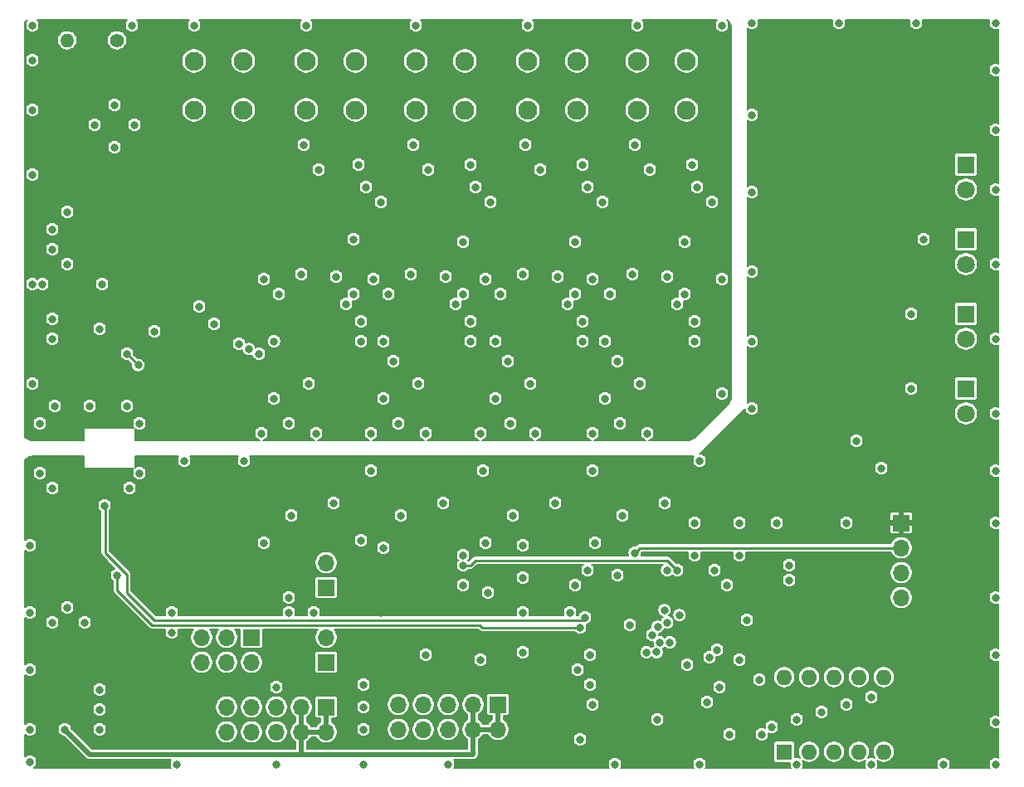
<source format=gbr>
%TF.GenerationSoftware,KiCad,Pcbnew,5.1.10-88a1d61d58~90~ubuntu20.04.1*%
%TF.CreationDate,2021-10-13T19:14:15+02:00*%
%TF.ProjectId,AO_V2,414f5f56-322e-46b6-9963-61645f706362,rev?*%
%TF.SameCoordinates,Original*%
%TF.FileFunction,Copper,L4,Bot*%
%TF.FilePolarity,Positive*%
%FSLAX46Y46*%
G04 Gerber Fmt 4.6, Leading zero omitted, Abs format (unit mm)*
G04 Created by KiCad (PCBNEW 5.1.10-88a1d61d58~90~ubuntu20.04.1) date 2021-10-13 19:14:15*
%MOMM*%
%LPD*%
G01*
G04 APERTURE LIST*
%TA.AperFunction,ComponentPad*%
%ADD10O,1.400000X1.400000*%
%TD*%
%TA.AperFunction,ComponentPad*%
%ADD11C,1.400000*%
%TD*%
%TA.AperFunction,ComponentPad*%
%ADD12O,1.700000X1.700000*%
%TD*%
%TA.AperFunction,ComponentPad*%
%ADD13R,1.700000X1.700000*%
%TD*%
%TA.AperFunction,ComponentPad*%
%ADD14C,1.950000*%
%TD*%
%TA.AperFunction,ComponentPad*%
%ADD15C,1.800000*%
%TD*%
%TA.AperFunction,ComponentPad*%
%ADD16R,1.800000X1.800000*%
%TD*%
%TA.AperFunction,ComponentPad*%
%ADD17O,1.600000X1.600000*%
%TD*%
%TA.AperFunction,ComponentPad*%
%ADD18R,1.600000X1.600000*%
%TD*%
%TA.AperFunction,ViaPad*%
%ADD19C,0.800000*%
%TD*%
%TA.AperFunction,Conductor*%
%ADD20C,0.500000*%
%TD*%
%TA.AperFunction,Conductor*%
%ADD21C,0.250000*%
%TD*%
%TA.AperFunction,Conductor*%
%ADD22C,0.127000*%
%TD*%
%TA.AperFunction,Conductor*%
%ADD23C,0.100000*%
%TD*%
G04 APERTURE END LIST*
D10*
%TO.P,F1,2*%
%TO.N,Net-(D5-Pad2)*%
X96266000Y-73660000D03*
D11*
%TO.P,F1,1*%
%TO.N,Net-(D6-Pad1)*%
X101346000Y-73660000D03*
%TD*%
D12*
%TO.P,J11,2*%
%TO.N,Net-(J11-Pad2)*%
X122682000Y-134620000D03*
D13*
%TO.P,J11,1*%
%TO.N,Net-(J11-Pad1)*%
X122682000Y-137160000D03*
%TD*%
D12*
%TO.P,J10,2*%
%TO.N,Net-(J10-Pad2)*%
X122682000Y-127000000D03*
D13*
%TO.P,J10,1*%
%TO.N,Net-(J10-Pad1)*%
X122682000Y-129540000D03*
%TD*%
D14*
%TO.P,J9,4*%
%TO.N,GND2*%
X159432000Y-75772000D03*
%TO.P,J9,3*%
X159432000Y-80772000D03*
%TO.P,J9,2*%
%TO.N,OUT4*%
X154432000Y-75772000D03*
%TO.P,J9,1*%
X154432000Y-80772000D03*
%TD*%
%TO.P,J8,4*%
%TO.N,GND2*%
X148256000Y-75772000D03*
%TO.P,J8,3*%
X148256000Y-80772000D03*
%TO.P,J8,2*%
%TO.N,OUT3*%
X143256000Y-75772000D03*
%TO.P,J8,1*%
X143256000Y-80772000D03*
%TD*%
%TO.P,J7,4*%
%TO.N,GND2*%
X136826000Y-75772000D03*
%TO.P,J7,3*%
X136826000Y-80772000D03*
%TO.P,J7,2*%
%TO.N,OUT2*%
X131826000Y-75772000D03*
%TO.P,J7,1*%
X131826000Y-80772000D03*
%TD*%
%TO.P,J6,4*%
%TO.N,GND2*%
X125650000Y-75772000D03*
%TO.P,J6,3*%
X125650000Y-80772000D03*
%TO.P,J6,2*%
%TO.N,OUT1*%
X120650000Y-75772000D03*
%TO.P,J6,1*%
X120650000Y-80772000D03*
%TD*%
%TO.P,J5,4*%
%TO.N,GND2*%
X114220000Y-75772000D03*
%TO.P,J5,3*%
X114220000Y-80772000D03*
%TO.P,J5,2*%
%TO.N,Net-(D6-Pad1)*%
X109220000Y-75772000D03*
%TO.P,J5,1*%
X109220000Y-80772000D03*
%TD*%
D15*
%TO.P,D4,2*%
%TO.N,Net-(D4-Pad2)*%
X187960000Y-88900000D03*
D16*
%TO.P,D4,1*%
%TO.N,GND*%
X187960000Y-86360000D03*
%TD*%
D15*
%TO.P,D3,2*%
%TO.N,Net-(D3-Pad2)*%
X187960000Y-96520000D03*
D16*
%TO.P,D3,1*%
%TO.N,GND*%
X187960000Y-93980000D03*
%TD*%
D15*
%TO.P,D2,2*%
%TO.N,Net-(D2-Pad2)*%
X187960000Y-104140000D03*
D16*
%TO.P,D2,1*%
%TO.N,GND*%
X187960000Y-101600000D03*
%TD*%
D15*
%TO.P,D1,2*%
%TO.N,Net-(D1-Pad2)*%
X187960000Y-111760000D03*
D16*
%TO.P,D1,1*%
%TO.N,GND*%
X187960000Y-109220000D03*
%TD*%
D17*
%TO.P,SW1,10*%
%TO.N,GND*%
X169418000Y-138684000D03*
%TO.P,SW1,5*%
%TO.N,Net-(R17-Pad1)*%
X179578000Y-146304000D03*
%TO.P,SW1,9*%
%TO.N,GND*%
X171958000Y-138684000D03*
%TO.P,SW1,4*%
%TO.N,Net-(R12-Pad1)*%
X177038000Y-146304000D03*
%TO.P,SW1,8*%
%TO.N,GND*%
X174498000Y-138684000D03*
%TO.P,SW1,3*%
%TO.N,Net-(R11-Pad1)*%
X174498000Y-146304000D03*
%TO.P,SW1,7*%
%TO.N,GND*%
X177038000Y-138684000D03*
%TO.P,SW1,2*%
%TO.N,Net-(R10-Pad1)*%
X171958000Y-146304000D03*
%TO.P,SW1,6*%
%TO.N,GND*%
X179578000Y-138684000D03*
D18*
%TO.P,SW1,1*%
%TO.N,Net-(R9-Pad1)*%
X169418000Y-146304000D03*
%TD*%
D12*
%TO.P,J4,10*%
%TO.N,BUS-*%
X112522000Y-144272000D03*
%TO.P,J4,9*%
%TO.N,BUS+*%
X112522000Y-141732000D03*
%TO.P,J4,8*%
%TO.N,GND*%
X115062000Y-144272000D03*
%TO.P,J4,7*%
X115062000Y-141732000D03*
%TO.P,J4,6*%
X117602000Y-144272000D03*
%TO.P,J4,5*%
X117602000Y-141732000D03*
%TO.P,J4,4*%
%TO.N,VCC*%
X120142000Y-144272000D03*
%TO.P,J4,3*%
X120142000Y-141732000D03*
%TO.P,J4,2*%
X122682000Y-144272000D03*
D13*
%TO.P,J4,1*%
X122682000Y-141732000D03*
%TD*%
D12*
%TO.P,J3,10*%
%TO.N,BUS-*%
X130048000Y-144018000D03*
%TO.P,J3,9*%
%TO.N,BUS+*%
X130048000Y-141478000D03*
%TO.P,J3,8*%
%TO.N,GND*%
X132588000Y-144018000D03*
%TO.P,J3,7*%
X132588000Y-141478000D03*
%TO.P,J3,6*%
X135128000Y-144018000D03*
%TO.P,J3,5*%
X135128000Y-141478000D03*
%TO.P,J3,4*%
%TO.N,VCC*%
X137668000Y-144018000D03*
%TO.P,J3,3*%
X137668000Y-141478000D03*
%TO.P,J3,2*%
X140208000Y-144018000D03*
D13*
%TO.P,J3,1*%
X140208000Y-141478000D03*
%TD*%
D12*
%TO.P,J2,6*%
%TO.N,Net-(J2-Pad6)*%
X109982000Y-137160000D03*
%TO.P,J2,5*%
%TO.N,Net-(J10-Pad2)*%
X109982000Y-134620000D03*
%TO.P,J2,4*%
%TO.N,BUS+*%
X112522000Y-137160000D03*
%TO.P,J2,3*%
%TO.N,BUS-*%
X112522000Y-134620000D03*
%TO.P,J2,2*%
%TO.N,Net-(J2-Pad2)*%
X115062000Y-137160000D03*
D13*
%TO.P,J2,1*%
%TO.N,Net-(J11-Pad2)*%
X115062000Y-134620000D03*
%TD*%
D12*
%TO.P,J1,4*%
%TO.N,GND*%
X181356000Y-130556000D03*
%TO.P,J1,3*%
%TO.N,SWCLK*%
X181356000Y-128016000D03*
%TO.P,J1,2*%
%TO.N,SWIO*%
X181356000Y-125476000D03*
D13*
%TO.P,J1,1*%
%TO.N,+3V3*%
X181356000Y-122936000D03*
%TD*%
D19*
%TO.N,*%
X168656000Y-122936000D03*
%TO.N,GND*%
X156385361Y-136126746D03*
X156464000Y-143002000D03*
X162814000Y-139700000D03*
X161544000Y-141224000D03*
X148336000Y-137922000D03*
X149606000Y-136398000D03*
X149606000Y-139446000D03*
X148082000Y-129286000D03*
X149352000Y-127762000D03*
X162306000Y-127762000D03*
X163576000Y-129286000D03*
X165608000Y-132842000D03*
X138430000Y-136906000D03*
X132842000Y-136398000D03*
X128524000Y-125476000D03*
X130302000Y-122174000D03*
X141732000Y-122174000D03*
X152908000Y-122174000D03*
X119126000Y-122174000D03*
X102616000Y-119380000D03*
X103632000Y-117856000D03*
X93472000Y-117856000D03*
X94742000Y-119380000D03*
X94742000Y-133096000D03*
X96266000Y-131572000D03*
X98044000Y-133096000D03*
X99568000Y-139954000D03*
X99568000Y-141986000D03*
X99568000Y-144018000D03*
X148590000Y-145034000D03*
X147574000Y-132080000D03*
X152400000Y-128270000D03*
X175768000Y-122936000D03*
X92456000Y-147320000D03*
X92456000Y-144018000D03*
X92456000Y-137922000D03*
X92456000Y-132080000D03*
X92456000Y-125222000D03*
X108204000Y-116586000D03*
X114300000Y-116586000D03*
X127254000Y-117602000D03*
X138684000Y-117602000D03*
X149860000Y-117602000D03*
X160782000Y-116586000D03*
X166116000Y-111252000D03*
X166116000Y-104394000D03*
X166116000Y-97282000D03*
X166116000Y-89154000D03*
X166116000Y-81280000D03*
X166116000Y-71882000D03*
X175006000Y-71882000D03*
X182880000Y-71882000D03*
X191008000Y-71882000D03*
X191008000Y-76708000D03*
X191008000Y-82804000D03*
X191008000Y-88900000D03*
X191008000Y-96520000D03*
X191008000Y-104140000D03*
X191008000Y-111760000D03*
X191008000Y-117602000D03*
X191008000Y-122936000D03*
X191008000Y-130556000D03*
X191008000Y-136398000D03*
X191008000Y-143256000D03*
X191008000Y-147574000D03*
X185674000Y-147574000D03*
X178308000Y-147574000D03*
X170688000Y-147574000D03*
X160782000Y-147574000D03*
X152146000Y-147574000D03*
X135128000Y-147574000D03*
X117602000Y-147574000D03*
X126492000Y-147574000D03*
X107442000Y-147574000D03*
X117602000Y-139700000D03*
X118872000Y-132080000D03*
X118872000Y-130556000D03*
X121412000Y-132080000D03*
X142748000Y-132080000D03*
X142748000Y-128524000D03*
X142748000Y-125222000D03*
X142748000Y-136144000D03*
X126492000Y-141732000D03*
X126492000Y-139446000D03*
X126492000Y-144018000D03*
X163830000Y-144526000D03*
X167132000Y-144526000D03*
X164846000Y-136906000D03*
X166878000Y-138938000D03*
X169926000Y-128778000D03*
X169926000Y-127254000D03*
X160274000Y-126238000D03*
X164846000Y-126238000D03*
X106934000Y-134112000D03*
X106934000Y-132080000D03*
X160274000Y-122936000D03*
X164846000Y-122936000D03*
X176784000Y-114554000D03*
X179324000Y-117348000D03*
X182372000Y-109220000D03*
X182372000Y-101600000D03*
X183642000Y-93980000D03*
%TO.N,+3V3*%
X104648000Y-139954000D03*
X104648000Y-141986000D03*
X104648000Y-144018000D03*
X103124000Y-145542000D03*
X151384000Y-127762000D03*
X160274000Y-127762000D03*
X151638000Y-139446000D03*
X146558000Y-145034000D03*
X138430000Y-134874000D03*
X128270000Y-132080000D03*
X173228000Y-133096000D03*
X160528000Y-138430000D03*
X95250000Y-123190000D03*
%TO.N,VCC*%
X96012000Y-144018000D03*
X157226000Y-120904000D03*
X146050000Y-120904000D03*
X134620000Y-120904000D03*
X123444000Y-120904000D03*
%TO.N,GND2*%
X94742000Y-102108000D03*
X94742000Y-104140000D03*
X93472000Y-112776000D03*
X94996000Y-110998000D03*
X98552000Y-110998000D03*
X99568000Y-103124000D03*
X103632000Y-112776000D03*
X102362000Y-110998000D03*
X105156000Y-103378000D03*
X111252000Y-102616000D03*
X109728000Y-100838000D03*
X94742000Y-92964000D03*
X94742000Y-94996000D03*
X96266000Y-91186000D03*
X96266000Y-96520000D03*
X99060000Y-82296000D03*
X101092000Y-84582000D03*
X103124000Y-82296000D03*
X101092000Y-80264000D03*
X125984000Y-86360000D03*
X137414000Y-86360000D03*
X148844000Y-86360000D03*
X160020000Y-86360000D03*
X160528000Y-88646000D03*
X162052000Y-90170000D03*
X157480000Y-97790000D03*
X158496000Y-100584000D03*
X160274000Y-102362000D03*
X160274000Y-104394000D03*
X151638000Y-99568000D03*
X149860000Y-98044000D03*
X148844000Y-102362000D03*
X148844000Y-104394000D03*
X140462000Y-99568000D03*
X138938000Y-98044000D03*
X150876000Y-90170000D03*
X149352000Y-88646000D03*
X146304000Y-97790000D03*
X147320000Y-100584000D03*
X137922000Y-88646000D03*
X139446000Y-90170000D03*
X134874000Y-97790000D03*
X135890000Y-100584000D03*
X137414000Y-102362000D03*
X137414000Y-104394000D03*
X129032000Y-99568000D03*
X127508000Y-98044000D03*
X128270000Y-90170000D03*
X126746000Y-88646000D03*
X123698000Y-97790000D03*
X124714000Y-100584000D03*
X126238000Y-102362000D03*
X126238000Y-104394000D03*
X117856000Y-99568000D03*
X116332000Y-98044000D03*
X155448000Y-113792000D03*
X149860000Y-113792000D03*
X144018000Y-113792000D03*
X138430000Y-113792000D03*
X132842000Y-113792000D03*
X127254000Y-113792000D03*
X121666000Y-113792000D03*
X116078000Y-113792000D03*
X92710000Y-108712000D03*
X92710000Y-98552000D03*
X99822000Y-98552000D03*
X93726000Y-98552000D03*
X92710000Y-87376000D03*
X92710000Y-80772000D03*
X92710000Y-75692000D03*
X92710000Y-72136000D03*
X102870000Y-72136000D03*
X109220000Y-72136000D03*
X120650000Y-72136000D03*
X131826000Y-72136000D03*
X143256000Y-72136000D03*
X154432000Y-72136000D03*
X163068000Y-72136000D03*
X148082000Y-94234000D03*
X136652000Y-94234000D03*
X125476000Y-93980000D03*
X159258000Y-94234000D03*
X163068000Y-98044000D03*
X163068000Y-109728000D03*
%TO.N,+24V*%
X160020000Y-84328000D03*
X148844000Y-84328000D03*
X137414000Y-84328000D03*
X125984000Y-84328000D03*
X117856000Y-94234000D03*
X129032000Y-94234000D03*
X140462000Y-94234000D03*
X151638000Y-94234000D03*
X104648000Y-90678000D03*
X103632000Y-90678000D03*
X102616000Y-90678000D03*
X101600000Y-90678000D03*
X100584000Y-90678000D03*
X99568000Y-90678000D03*
%TO.N,Net-(C26-Pad2)*%
X133096000Y-86868000D03*
X131318000Y-97536012D03*
%TO.N,Net-(C27-Pad2)*%
X142748000Y-97536000D03*
X144526000Y-86868000D03*
%TO.N,Net-(C28-Pad2)*%
X155702000Y-86868000D03*
X153924000Y-97536000D03*
%TO.N,Net-(C29-Pad1)*%
X125476000Y-99568000D03*
X120903988Y-108712000D03*
%TO.N,Net-(C31-Pad1)*%
X143510000Y-108712000D03*
X148082000Y-99568000D03*
%TO.N,Net-(C32-Pad1)*%
X154686000Y-108712000D03*
X159258000Y-99568000D03*
%TO.N,SWCLK*%
X153670000Y-133350000D03*
%TO.N,SWIO*%
X154173576Y-125979911D03*
%TO.N,Net-(K1-Pad6)*%
X117352653Y-104389347D03*
X117348000Y-110236000D03*
%TO.N,OUT1*%
X120396000Y-84328000D03*
X118872000Y-112776000D03*
%TO.N,Net-(K2-Pad6)*%
X128524000Y-104394000D03*
X128524000Y-110236000D03*
%TO.N,OUT2*%
X131572000Y-84328000D03*
X130048000Y-112776000D03*
%TO.N,Net-(K3-Pad6)*%
X139954000Y-104394000D03*
X139954000Y-110236000D03*
%TO.N,OUT3*%
X143002000Y-84328000D03*
X141478000Y-112776000D03*
%TO.N,Net-(K4-Pad6)*%
X151130000Y-104394000D03*
X151130000Y-110236000D03*
%TO.N,OUT4*%
X154178000Y-84328000D03*
X152654000Y-112776000D03*
%TO.N,Net-(R9-Pad1)*%
X168148000Y-143764000D03*
X156718000Y-135128000D03*
%TO.N,Net-(R10-Pad1)*%
X170688000Y-143002000D03*
X157738664Y-135123344D03*
%TO.N,Net-(R11-Pad1)*%
X159512000Y-137414000D03*
X173228000Y-142239994D03*
%TO.N,Net-(R12-Pad1)*%
X161798000Y-136652000D03*
X175768000Y-141478000D03*
%TO.N,Net-(R17-Pad1)*%
X162560000Y-135890000D03*
X178308000Y-140716000D03*
%TO.N,SCL*%
X149098000Y-132588000D03*
X100076000Y-121158000D03*
%TO.N,SDA*%
X148590000Y-133604000D03*
X101346000Y-128270000D03*
%TO.N,CC1_Lo*%
X155956000Y-134366000D03*
X116332000Y-124968000D03*
%TO.N,CC2_Lo*%
X156510701Y-133533949D03*
X126238000Y-124714000D03*
%TO.N,CC3_Lo*%
X157480000Y-133096000D03*
X139192000Y-130048000D03*
X138938000Y-124968000D03*
%TO.N,CC4_Lo*%
X157475347Y-127766653D03*
X150114000Y-124968000D03*
%TO.N,Net-(R28-Pad2)*%
X102362000Y-105664000D03*
X103509653Y-106811653D03*
%TO.N,Net-(R32-Pad2)*%
X114808000Y-105185000D03*
X141224000Y-106426000D03*
%TO.N,Net-(R33-Pad2)*%
X113792000Y-104648000D03*
X152400000Y-106426000D03*
%TO.N,TXD*%
X136652000Y-126238000D03*
X158730000Y-132354000D03*
%TO.N,DIR*%
X136652000Y-127254000D03*
X158496000Y-127762000D03*
%TO.N,RXD*%
X136652000Y-129286000D03*
X157201347Y-131850653D03*
%TO.N,Net-(C6-Pad1)*%
X149860000Y-141478000D03*
X155367997Y-136140724D03*
%TO.N,Net-(C25-Pad2)*%
X121920000Y-86868000D03*
X120142000Y-97536000D03*
%TO.N,Net-(C30-Pad1)*%
X136652000Y-99568000D03*
X132080000Y-108712000D03*
%TO.N,Net-(R31-Pad2)*%
X115824000Y-105664000D03*
X129540000Y-106426000D03*
%TD*%
D20*
%TO.N,VCC*%
X140208000Y-141478000D02*
X140208000Y-144018000D01*
X137668000Y-141478000D02*
X137668000Y-144018000D01*
X140208000Y-144018000D02*
X137668000Y-144018000D01*
X120142000Y-146558000D02*
X120142000Y-144272000D01*
X137668000Y-146558000D02*
X120142000Y-146558000D01*
X137668000Y-144018000D02*
X137668000Y-146558000D01*
X120142000Y-141732000D02*
X120142000Y-144272000D01*
X122682000Y-141732000D02*
X122682000Y-144272000D01*
X122682000Y-144272000D02*
X120142000Y-144272000D01*
X98552000Y-146558000D02*
X96012000Y-144018000D01*
X120142000Y-146558000D02*
X98552000Y-146558000D01*
D21*
%TO.N,SWIO*%
X165411002Y-125476000D02*
X181356000Y-125476000D01*
X154677487Y-125476000D02*
X165411002Y-125476000D01*
X154173576Y-125979911D02*
X154677487Y-125476000D01*
%TO.N,Net-(K1-Pad6)*%
X117352653Y-110231347D02*
X117348000Y-110236000D01*
%TO.N,SCL*%
X149098000Y-132588000D02*
X148844000Y-132842000D01*
X148844000Y-132842000D02*
X138176000Y-132842000D01*
X138176000Y-132842000D02*
X105156000Y-132842000D01*
X105156000Y-132842000D02*
X102362000Y-130048000D01*
X102362000Y-128212998D02*
X100133002Y-125984000D01*
X102362000Y-130048000D02*
X102362000Y-128212998D01*
X100133002Y-121215002D02*
X100076000Y-121158000D01*
X100133002Y-125984000D02*
X100133002Y-121215002D01*
%TO.N,SDA*%
X148590000Y-133604000D02*
X138626998Y-133604000D01*
X138626998Y-133604000D02*
X138372998Y-133350000D01*
X138372998Y-133350000D02*
X104902000Y-133350000D01*
X101346000Y-129794000D02*
X101346000Y-128270000D01*
X104902000Y-133350000D02*
X101346000Y-129794000D01*
%TO.N,Net-(R28-Pad2)*%
X102362000Y-105664000D02*
X103509653Y-106811653D01*
%TO.N,DIR*%
X136652000Y-127254000D02*
X137414000Y-127254000D01*
X137414000Y-127254000D02*
X137922000Y-126746000D01*
X157480000Y-126746000D02*
X158496000Y-127762000D01*
X137922000Y-126746000D02*
X157480000Y-126746000D01*
%TD*%
D22*
%TO.N,+24V*%
X92152681Y-71678620D02*
X92074159Y-71796136D01*
X92020073Y-71926713D01*
X91992500Y-72065332D01*
X91992500Y-72206668D01*
X92020073Y-72345287D01*
X92074159Y-72475864D01*
X92152681Y-72593380D01*
X92252620Y-72693319D01*
X92370136Y-72771841D01*
X92500713Y-72825927D01*
X92639332Y-72853500D01*
X92780668Y-72853500D01*
X92919287Y-72825927D01*
X93049864Y-72771841D01*
X93167380Y-72693319D01*
X93267319Y-72593380D01*
X93345841Y-72475864D01*
X93399927Y-72345287D01*
X93427500Y-72206668D01*
X93427500Y-72065332D01*
X93399927Y-71926713D01*
X93345841Y-71796136D01*
X93267319Y-71678620D01*
X93191199Y-71602500D01*
X102388801Y-71602500D01*
X102312681Y-71678620D01*
X102234159Y-71796136D01*
X102180073Y-71926713D01*
X102152500Y-72065332D01*
X102152500Y-72206668D01*
X102180073Y-72345287D01*
X102234159Y-72475864D01*
X102312681Y-72593380D01*
X102412620Y-72693319D01*
X102530136Y-72771841D01*
X102660713Y-72825927D01*
X102799332Y-72853500D01*
X102940668Y-72853500D01*
X103079287Y-72825927D01*
X103209864Y-72771841D01*
X103327380Y-72693319D01*
X103427319Y-72593380D01*
X103505841Y-72475864D01*
X103559927Y-72345287D01*
X103587500Y-72206668D01*
X103587500Y-72065332D01*
X103559927Y-71926713D01*
X103505841Y-71796136D01*
X103427319Y-71678620D01*
X103351199Y-71602500D01*
X108738801Y-71602500D01*
X108662681Y-71678620D01*
X108584159Y-71796136D01*
X108530073Y-71926713D01*
X108502500Y-72065332D01*
X108502500Y-72206668D01*
X108530073Y-72345287D01*
X108584159Y-72475864D01*
X108662681Y-72593380D01*
X108762620Y-72693319D01*
X108880136Y-72771841D01*
X109010713Y-72825927D01*
X109149332Y-72853500D01*
X109290668Y-72853500D01*
X109429287Y-72825927D01*
X109559864Y-72771841D01*
X109677380Y-72693319D01*
X109777319Y-72593380D01*
X109855841Y-72475864D01*
X109909927Y-72345287D01*
X109937500Y-72206668D01*
X109937500Y-72065332D01*
X109909927Y-71926713D01*
X109855841Y-71796136D01*
X109777319Y-71678620D01*
X109701199Y-71602500D01*
X120168801Y-71602500D01*
X120092681Y-71678620D01*
X120014159Y-71796136D01*
X119960073Y-71926713D01*
X119932500Y-72065332D01*
X119932500Y-72206668D01*
X119960073Y-72345287D01*
X120014159Y-72475864D01*
X120092681Y-72593380D01*
X120192620Y-72693319D01*
X120310136Y-72771841D01*
X120440713Y-72825927D01*
X120579332Y-72853500D01*
X120720668Y-72853500D01*
X120859287Y-72825927D01*
X120989864Y-72771841D01*
X121107380Y-72693319D01*
X121207319Y-72593380D01*
X121285841Y-72475864D01*
X121339927Y-72345287D01*
X121367500Y-72206668D01*
X121367500Y-72065332D01*
X121339927Y-71926713D01*
X121285841Y-71796136D01*
X121207319Y-71678620D01*
X121131199Y-71602500D01*
X131344801Y-71602500D01*
X131268681Y-71678620D01*
X131190159Y-71796136D01*
X131136073Y-71926713D01*
X131108500Y-72065332D01*
X131108500Y-72206668D01*
X131136073Y-72345287D01*
X131190159Y-72475864D01*
X131268681Y-72593380D01*
X131368620Y-72693319D01*
X131486136Y-72771841D01*
X131616713Y-72825927D01*
X131755332Y-72853500D01*
X131896668Y-72853500D01*
X132035287Y-72825927D01*
X132165864Y-72771841D01*
X132283380Y-72693319D01*
X132383319Y-72593380D01*
X132461841Y-72475864D01*
X132515927Y-72345287D01*
X132543500Y-72206668D01*
X132543500Y-72065332D01*
X132515927Y-71926713D01*
X132461841Y-71796136D01*
X132383319Y-71678620D01*
X132307199Y-71602500D01*
X142774801Y-71602500D01*
X142698681Y-71678620D01*
X142620159Y-71796136D01*
X142566073Y-71926713D01*
X142538500Y-72065332D01*
X142538500Y-72206668D01*
X142566073Y-72345287D01*
X142620159Y-72475864D01*
X142698681Y-72593380D01*
X142798620Y-72693319D01*
X142916136Y-72771841D01*
X143046713Y-72825927D01*
X143185332Y-72853500D01*
X143326668Y-72853500D01*
X143465287Y-72825927D01*
X143595864Y-72771841D01*
X143713380Y-72693319D01*
X143813319Y-72593380D01*
X143891841Y-72475864D01*
X143945927Y-72345287D01*
X143973500Y-72206668D01*
X143973500Y-72065332D01*
X143945927Y-71926713D01*
X143891841Y-71796136D01*
X143813319Y-71678620D01*
X143737199Y-71602500D01*
X153950801Y-71602500D01*
X153874681Y-71678620D01*
X153796159Y-71796136D01*
X153742073Y-71926713D01*
X153714500Y-72065332D01*
X153714500Y-72206668D01*
X153742073Y-72345287D01*
X153796159Y-72475864D01*
X153874681Y-72593380D01*
X153974620Y-72693319D01*
X154092136Y-72771841D01*
X154222713Y-72825927D01*
X154361332Y-72853500D01*
X154502668Y-72853500D01*
X154641287Y-72825927D01*
X154771864Y-72771841D01*
X154889380Y-72693319D01*
X154989319Y-72593380D01*
X155067841Y-72475864D01*
X155121927Y-72345287D01*
X155149500Y-72206668D01*
X155149500Y-72065332D01*
X155121927Y-71926713D01*
X155067841Y-71796136D01*
X154989319Y-71678620D01*
X154913199Y-71602500D01*
X162586801Y-71602500D01*
X162510681Y-71678620D01*
X162432159Y-71796136D01*
X162378073Y-71926713D01*
X162350500Y-72065332D01*
X162350500Y-72206668D01*
X162378073Y-72345287D01*
X162432159Y-72475864D01*
X162510681Y-72593380D01*
X162610620Y-72693319D01*
X162728136Y-72771841D01*
X162858713Y-72825927D01*
X162997332Y-72853500D01*
X163138668Y-72853500D01*
X163277287Y-72825927D01*
X163407864Y-72771841D01*
X163525380Y-72693319D01*
X163625319Y-72593380D01*
X163703841Y-72475864D01*
X163757927Y-72345287D01*
X163785500Y-72206668D01*
X163785500Y-72065332D01*
X163757927Y-71926713D01*
X163703841Y-71796136D01*
X163625319Y-71678620D01*
X163549199Y-71602500D01*
X163612548Y-71602500D01*
X163745989Y-71712011D01*
X163862415Y-71853878D01*
X163948929Y-72015734D01*
X164002204Y-72191361D01*
X164020500Y-72377117D01*
X164020500Y-110072669D01*
X164002204Y-110258426D01*
X163948929Y-110434053D01*
X163862416Y-110595909D01*
X163743998Y-110740200D01*
X160270200Y-114213998D01*
X160125909Y-114332416D01*
X159964053Y-114418929D01*
X159788426Y-114472204D01*
X159602669Y-114490500D01*
X155614188Y-114490500D01*
X155657287Y-114481927D01*
X155787864Y-114427841D01*
X155905380Y-114349319D01*
X156005319Y-114249380D01*
X156083841Y-114131864D01*
X156137927Y-114001287D01*
X156165500Y-113862668D01*
X156165500Y-113721332D01*
X156137927Y-113582713D01*
X156083841Y-113452136D01*
X156005319Y-113334620D01*
X155905380Y-113234681D01*
X155787864Y-113156159D01*
X155657287Y-113102073D01*
X155518668Y-113074500D01*
X155377332Y-113074500D01*
X155238713Y-113102073D01*
X155108136Y-113156159D01*
X154990620Y-113234681D01*
X154890681Y-113334620D01*
X154812159Y-113452136D01*
X154758073Y-113582713D01*
X154730500Y-113721332D01*
X154730500Y-113862668D01*
X154758073Y-114001287D01*
X154812159Y-114131864D01*
X154890681Y-114249380D01*
X154990620Y-114349319D01*
X155108136Y-114427841D01*
X155238713Y-114481927D01*
X155281812Y-114490500D01*
X150026188Y-114490500D01*
X150069287Y-114481927D01*
X150199864Y-114427841D01*
X150317380Y-114349319D01*
X150417319Y-114249380D01*
X150495841Y-114131864D01*
X150549927Y-114001287D01*
X150577500Y-113862668D01*
X150577500Y-113721332D01*
X150549927Y-113582713D01*
X150495841Y-113452136D01*
X150417319Y-113334620D01*
X150317380Y-113234681D01*
X150199864Y-113156159D01*
X150069287Y-113102073D01*
X149930668Y-113074500D01*
X149789332Y-113074500D01*
X149650713Y-113102073D01*
X149520136Y-113156159D01*
X149402620Y-113234681D01*
X149302681Y-113334620D01*
X149224159Y-113452136D01*
X149170073Y-113582713D01*
X149142500Y-113721332D01*
X149142500Y-113862668D01*
X149170073Y-114001287D01*
X149224159Y-114131864D01*
X149302681Y-114249380D01*
X149402620Y-114349319D01*
X149520136Y-114427841D01*
X149650713Y-114481927D01*
X149693812Y-114490500D01*
X144184188Y-114490500D01*
X144227287Y-114481927D01*
X144357864Y-114427841D01*
X144475380Y-114349319D01*
X144575319Y-114249380D01*
X144653841Y-114131864D01*
X144707927Y-114001287D01*
X144735500Y-113862668D01*
X144735500Y-113721332D01*
X144707927Y-113582713D01*
X144653841Y-113452136D01*
X144575319Y-113334620D01*
X144475380Y-113234681D01*
X144357864Y-113156159D01*
X144227287Y-113102073D01*
X144088668Y-113074500D01*
X143947332Y-113074500D01*
X143808713Y-113102073D01*
X143678136Y-113156159D01*
X143560620Y-113234681D01*
X143460681Y-113334620D01*
X143382159Y-113452136D01*
X143328073Y-113582713D01*
X143300500Y-113721332D01*
X143300500Y-113862668D01*
X143328073Y-114001287D01*
X143382159Y-114131864D01*
X143460681Y-114249380D01*
X143560620Y-114349319D01*
X143678136Y-114427841D01*
X143808713Y-114481927D01*
X143851812Y-114490500D01*
X138596188Y-114490500D01*
X138639287Y-114481927D01*
X138769864Y-114427841D01*
X138887380Y-114349319D01*
X138987319Y-114249380D01*
X139065841Y-114131864D01*
X139119927Y-114001287D01*
X139147500Y-113862668D01*
X139147500Y-113721332D01*
X139119927Y-113582713D01*
X139065841Y-113452136D01*
X138987319Y-113334620D01*
X138887380Y-113234681D01*
X138769864Y-113156159D01*
X138639287Y-113102073D01*
X138500668Y-113074500D01*
X138359332Y-113074500D01*
X138220713Y-113102073D01*
X138090136Y-113156159D01*
X137972620Y-113234681D01*
X137872681Y-113334620D01*
X137794159Y-113452136D01*
X137740073Y-113582713D01*
X137712500Y-113721332D01*
X137712500Y-113862668D01*
X137740073Y-114001287D01*
X137794159Y-114131864D01*
X137872681Y-114249380D01*
X137972620Y-114349319D01*
X138090136Y-114427841D01*
X138220713Y-114481927D01*
X138263812Y-114490500D01*
X133008188Y-114490500D01*
X133051287Y-114481927D01*
X133181864Y-114427841D01*
X133299380Y-114349319D01*
X133399319Y-114249380D01*
X133477841Y-114131864D01*
X133531927Y-114001287D01*
X133559500Y-113862668D01*
X133559500Y-113721332D01*
X133531927Y-113582713D01*
X133477841Y-113452136D01*
X133399319Y-113334620D01*
X133299380Y-113234681D01*
X133181864Y-113156159D01*
X133051287Y-113102073D01*
X132912668Y-113074500D01*
X132771332Y-113074500D01*
X132632713Y-113102073D01*
X132502136Y-113156159D01*
X132384620Y-113234681D01*
X132284681Y-113334620D01*
X132206159Y-113452136D01*
X132152073Y-113582713D01*
X132124500Y-113721332D01*
X132124500Y-113862668D01*
X132152073Y-114001287D01*
X132206159Y-114131864D01*
X132284681Y-114249380D01*
X132384620Y-114349319D01*
X132502136Y-114427841D01*
X132632713Y-114481927D01*
X132675812Y-114490500D01*
X127420188Y-114490500D01*
X127463287Y-114481927D01*
X127593864Y-114427841D01*
X127711380Y-114349319D01*
X127811319Y-114249380D01*
X127889841Y-114131864D01*
X127943927Y-114001287D01*
X127971500Y-113862668D01*
X127971500Y-113721332D01*
X127943927Y-113582713D01*
X127889841Y-113452136D01*
X127811319Y-113334620D01*
X127711380Y-113234681D01*
X127593864Y-113156159D01*
X127463287Y-113102073D01*
X127324668Y-113074500D01*
X127183332Y-113074500D01*
X127044713Y-113102073D01*
X126914136Y-113156159D01*
X126796620Y-113234681D01*
X126696681Y-113334620D01*
X126618159Y-113452136D01*
X126564073Y-113582713D01*
X126536500Y-113721332D01*
X126536500Y-113862668D01*
X126564073Y-114001287D01*
X126618159Y-114131864D01*
X126696681Y-114249380D01*
X126796620Y-114349319D01*
X126914136Y-114427841D01*
X127044713Y-114481927D01*
X127087812Y-114490500D01*
X121832188Y-114490500D01*
X121875287Y-114481927D01*
X122005864Y-114427841D01*
X122123380Y-114349319D01*
X122223319Y-114249380D01*
X122301841Y-114131864D01*
X122355927Y-114001287D01*
X122383500Y-113862668D01*
X122383500Y-113721332D01*
X122355927Y-113582713D01*
X122301841Y-113452136D01*
X122223319Y-113334620D01*
X122123380Y-113234681D01*
X122005864Y-113156159D01*
X121875287Y-113102073D01*
X121736668Y-113074500D01*
X121595332Y-113074500D01*
X121456713Y-113102073D01*
X121326136Y-113156159D01*
X121208620Y-113234681D01*
X121108681Y-113334620D01*
X121030159Y-113452136D01*
X120976073Y-113582713D01*
X120948500Y-113721332D01*
X120948500Y-113862668D01*
X120976073Y-114001287D01*
X121030159Y-114131864D01*
X121108681Y-114249380D01*
X121208620Y-114349319D01*
X121326136Y-114427841D01*
X121456713Y-114481927D01*
X121499812Y-114490500D01*
X116244188Y-114490500D01*
X116287287Y-114481927D01*
X116417864Y-114427841D01*
X116535380Y-114349319D01*
X116635319Y-114249380D01*
X116713841Y-114131864D01*
X116767927Y-114001287D01*
X116795500Y-113862668D01*
X116795500Y-113721332D01*
X116767927Y-113582713D01*
X116713841Y-113452136D01*
X116635319Y-113334620D01*
X116535380Y-113234681D01*
X116417864Y-113156159D01*
X116287287Y-113102073D01*
X116148668Y-113074500D01*
X116007332Y-113074500D01*
X115868713Y-113102073D01*
X115738136Y-113156159D01*
X115620620Y-113234681D01*
X115520681Y-113334620D01*
X115442159Y-113452136D01*
X115388073Y-113582713D01*
X115360500Y-113721332D01*
X115360500Y-113862668D01*
X115388073Y-114001287D01*
X115442159Y-114131864D01*
X115520681Y-114249380D01*
X115620620Y-114349319D01*
X115738136Y-114427841D01*
X115868713Y-114481927D01*
X115911812Y-114490500D01*
X103187500Y-114490500D01*
X103187500Y-113341925D01*
X103292136Y-113411841D01*
X103422713Y-113465927D01*
X103561332Y-113493500D01*
X103702668Y-113493500D01*
X103841287Y-113465927D01*
X103971864Y-113411841D01*
X104089380Y-113333319D01*
X104189319Y-113233380D01*
X104267841Y-113115864D01*
X104321927Y-112985287D01*
X104349500Y-112846668D01*
X104349500Y-112705332D01*
X118154500Y-112705332D01*
X118154500Y-112846668D01*
X118182073Y-112985287D01*
X118236159Y-113115864D01*
X118314681Y-113233380D01*
X118414620Y-113333319D01*
X118532136Y-113411841D01*
X118662713Y-113465927D01*
X118801332Y-113493500D01*
X118942668Y-113493500D01*
X119081287Y-113465927D01*
X119211864Y-113411841D01*
X119329380Y-113333319D01*
X119429319Y-113233380D01*
X119507841Y-113115864D01*
X119561927Y-112985287D01*
X119589500Y-112846668D01*
X119589500Y-112705332D01*
X129330500Y-112705332D01*
X129330500Y-112846668D01*
X129358073Y-112985287D01*
X129412159Y-113115864D01*
X129490681Y-113233380D01*
X129590620Y-113333319D01*
X129708136Y-113411841D01*
X129838713Y-113465927D01*
X129977332Y-113493500D01*
X130118668Y-113493500D01*
X130257287Y-113465927D01*
X130387864Y-113411841D01*
X130505380Y-113333319D01*
X130605319Y-113233380D01*
X130683841Y-113115864D01*
X130737927Y-112985287D01*
X130765500Y-112846668D01*
X130765500Y-112705332D01*
X140760500Y-112705332D01*
X140760500Y-112846668D01*
X140788073Y-112985287D01*
X140842159Y-113115864D01*
X140920681Y-113233380D01*
X141020620Y-113333319D01*
X141138136Y-113411841D01*
X141268713Y-113465927D01*
X141407332Y-113493500D01*
X141548668Y-113493500D01*
X141687287Y-113465927D01*
X141817864Y-113411841D01*
X141935380Y-113333319D01*
X142035319Y-113233380D01*
X142113841Y-113115864D01*
X142167927Y-112985287D01*
X142195500Y-112846668D01*
X142195500Y-112705332D01*
X151936500Y-112705332D01*
X151936500Y-112846668D01*
X151964073Y-112985287D01*
X152018159Y-113115864D01*
X152096681Y-113233380D01*
X152196620Y-113333319D01*
X152314136Y-113411841D01*
X152444713Y-113465927D01*
X152583332Y-113493500D01*
X152724668Y-113493500D01*
X152863287Y-113465927D01*
X152993864Y-113411841D01*
X153111380Y-113333319D01*
X153211319Y-113233380D01*
X153289841Y-113115864D01*
X153343927Y-112985287D01*
X153371500Y-112846668D01*
X153371500Y-112705332D01*
X153343927Y-112566713D01*
X153289841Y-112436136D01*
X153211319Y-112318620D01*
X153111380Y-112218681D01*
X152993864Y-112140159D01*
X152863287Y-112086073D01*
X152724668Y-112058500D01*
X152583332Y-112058500D01*
X152444713Y-112086073D01*
X152314136Y-112140159D01*
X152196620Y-112218681D01*
X152096681Y-112318620D01*
X152018159Y-112436136D01*
X151964073Y-112566713D01*
X151936500Y-112705332D01*
X142195500Y-112705332D01*
X142167927Y-112566713D01*
X142113841Y-112436136D01*
X142035319Y-112318620D01*
X141935380Y-112218681D01*
X141817864Y-112140159D01*
X141687287Y-112086073D01*
X141548668Y-112058500D01*
X141407332Y-112058500D01*
X141268713Y-112086073D01*
X141138136Y-112140159D01*
X141020620Y-112218681D01*
X140920681Y-112318620D01*
X140842159Y-112436136D01*
X140788073Y-112566713D01*
X140760500Y-112705332D01*
X130765500Y-112705332D01*
X130737927Y-112566713D01*
X130683841Y-112436136D01*
X130605319Y-112318620D01*
X130505380Y-112218681D01*
X130387864Y-112140159D01*
X130257287Y-112086073D01*
X130118668Y-112058500D01*
X129977332Y-112058500D01*
X129838713Y-112086073D01*
X129708136Y-112140159D01*
X129590620Y-112218681D01*
X129490681Y-112318620D01*
X129412159Y-112436136D01*
X129358073Y-112566713D01*
X129330500Y-112705332D01*
X119589500Y-112705332D01*
X119561927Y-112566713D01*
X119507841Y-112436136D01*
X119429319Y-112318620D01*
X119329380Y-112218681D01*
X119211864Y-112140159D01*
X119081287Y-112086073D01*
X118942668Y-112058500D01*
X118801332Y-112058500D01*
X118662713Y-112086073D01*
X118532136Y-112140159D01*
X118414620Y-112218681D01*
X118314681Y-112318620D01*
X118236159Y-112436136D01*
X118182073Y-112566713D01*
X118154500Y-112705332D01*
X104349500Y-112705332D01*
X104321927Y-112566713D01*
X104267841Y-112436136D01*
X104189319Y-112318620D01*
X104089380Y-112218681D01*
X103971864Y-112140159D01*
X103841287Y-112086073D01*
X103702668Y-112058500D01*
X103561332Y-112058500D01*
X103422713Y-112086073D01*
X103292136Y-112140159D01*
X103174620Y-112218681D01*
X103074681Y-112318620D01*
X102996159Y-112436136D01*
X102942073Y-112566713D01*
X102914500Y-112705332D01*
X102914500Y-112846668D01*
X102942073Y-112985287D01*
X102996159Y-113115864D01*
X103066075Y-113220500D01*
X98044000Y-113220500D01*
X98031612Y-113221720D01*
X98019700Y-113225334D01*
X98008721Y-113231202D01*
X97999099Y-113239099D01*
X97991202Y-113248721D01*
X97985334Y-113259700D01*
X97981720Y-113271612D01*
X97980500Y-113284000D01*
X97980500Y-114490500D01*
X92697117Y-114490500D01*
X92511361Y-114472204D01*
X92335734Y-114418929D01*
X92173878Y-114332415D01*
X92032011Y-114215989D01*
X91960500Y-114128852D01*
X91960500Y-112705332D01*
X92754500Y-112705332D01*
X92754500Y-112846668D01*
X92782073Y-112985287D01*
X92836159Y-113115864D01*
X92914681Y-113233380D01*
X93014620Y-113333319D01*
X93132136Y-113411841D01*
X93262713Y-113465927D01*
X93401332Y-113493500D01*
X93542668Y-113493500D01*
X93681287Y-113465927D01*
X93811864Y-113411841D01*
X93929380Y-113333319D01*
X94029319Y-113233380D01*
X94107841Y-113115864D01*
X94161927Y-112985287D01*
X94189500Y-112846668D01*
X94189500Y-112705332D01*
X94161927Y-112566713D01*
X94107841Y-112436136D01*
X94029319Y-112318620D01*
X93929380Y-112218681D01*
X93811864Y-112140159D01*
X93681287Y-112086073D01*
X93542668Y-112058500D01*
X93401332Y-112058500D01*
X93262713Y-112086073D01*
X93132136Y-112140159D01*
X93014620Y-112218681D01*
X92914681Y-112318620D01*
X92836159Y-112436136D01*
X92782073Y-112566713D01*
X92754500Y-112705332D01*
X91960500Y-112705332D01*
X91960500Y-110927332D01*
X94278500Y-110927332D01*
X94278500Y-111068668D01*
X94306073Y-111207287D01*
X94360159Y-111337864D01*
X94438681Y-111455380D01*
X94538620Y-111555319D01*
X94656136Y-111633841D01*
X94786713Y-111687927D01*
X94925332Y-111715500D01*
X95066668Y-111715500D01*
X95205287Y-111687927D01*
X95335864Y-111633841D01*
X95453380Y-111555319D01*
X95553319Y-111455380D01*
X95631841Y-111337864D01*
X95685927Y-111207287D01*
X95713500Y-111068668D01*
X95713500Y-110927332D01*
X97834500Y-110927332D01*
X97834500Y-111068668D01*
X97862073Y-111207287D01*
X97916159Y-111337864D01*
X97994681Y-111455380D01*
X98094620Y-111555319D01*
X98212136Y-111633841D01*
X98342713Y-111687927D01*
X98481332Y-111715500D01*
X98622668Y-111715500D01*
X98761287Y-111687927D01*
X98891864Y-111633841D01*
X99009380Y-111555319D01*
X99109319Y-111455380D01*
X99187841Y-111337864D01*
X99241927Y-111207287D01*
X99269500Y-111068668D01*
X99269500Y-110927332D01*
X101644500Y-110927332D01*
X101644500Y-111068668D01*
X101672073Y-111207287D01*
X101726159Y-111337864D01*
X101804681Y-111455380D01*
X101904620Y-111555319D01*
X102022136Y-111633841D01*
X102152713Y-111687927D01*
X102291332Y-111715500D01*
X102432668Y-111715500D01*
X102571287Y-111687927D01*
X102701864Y-111633841D01*
X102819380Y-111555319D01*
X102919319Y-111455380D01*
X102997841Y-111337864D01*
X103051927Y-111207287D01*
X103079500Y-111068668D01*
X103079500Y-110927332D01*
X103051927Y-110788713D01*
X102997841Y-110658136D01*
X102919319Y-110540620D01*
X102819380Y-110440681D01*
X102701864Y-110362159D01*
X102571287Y-110308073D01*
X102432668Y-110280500D01*
X102291332Y-110280500D01*
X102152713Y-110308073D01*
X102022136Y-110362159D01*
X101904620Y-110440681D01*
X101804681Y-110540620D01*
X101726159Y-110658136D01*
X101672073Y-110788713D01*
X101644500Y-110927332D01*
X99269500Y-110927332D01*
X99241927Y-110788713D01*
X99187841Y-110658136D01*
X99109319Y-110540620D01*
X99009380Y-110440681D01*
X98891864Y-110362159D01*
X98761287Y-110308073D01*
X98622668Y-110280500D01*
X98481332Y-110280500D01*
X98342713Y-110308073D01*
X98212136Y-110362159D01*
X98094620Y-110440681D01*
X97994681Y-110540620D01*
X97916159Y-110658136D01*
X97862073Y-110788713D01*
X97834500Y-110927332D01*
X95713500Y-110927332D01*
X95685927Y-110788713D01*
X95631841Y-110658136D01*
X95553319Y-110540620D01*
X95453380Y-110440681D01*
X95335864Y-110362159D01*
X95205287Y-110308073D01*
X95066668Y-110280500D01*
X94925332Y-110280500D01*
X94786713Y-110308073D01*
X94656136Y-110362159D01*
X94538620Y-110440681D01*
X94438681Y-110540620D01*
X94360159Y-110658136D01*
X94306073Y-110788713D01*
X94278500Y-110927332D01*
X91960500Y-110927332D01*
X91960500Y-110165332D01*
X116630500Y-110165332D01*
X116630500Y-110306668D01*
X116658073Y-110445287D01*
X116712159Y-110575864D01*
X116790681Y-110693380D01*
X116890620Y-110793319D01*
X117008136Y-110871841D01*
X117138713Y-110925927D01*
X117277332Y-110953500D01*
X117418668Y-110953500D01*
X117557287Y-110925927D01*
X117687864Y-110871841D01*
X117805380Y-110793319D01*
X117905319Y-110693380D01*
X117983841Y-110575864D01*
X118037927Y-110445287D01*
X118065500Y-110306668D01*
X118065500Y-110165332D01*
X127806500Y-110165332D01*
X127806500Y-110306668D01*
X127834073Y-110445287D01*
X127888159Y-110575864D01*
X127966681Y-110693380D01*
X128066620Y-110793319D01*
X128184136Y-110871841D01*
X128314713Y-110925927D01*
X128453332Y-110953500D01*
X128594668Y-110953500D01*
X128733287Y-110925927D01*
X128863864Y-110871841D01*
X128981380Y-110793319D01*
X129081319Y-110693380D01*
X129159841Y-110575864D01*
X129213927Y-110445287D01*
X129241500Y-110306668D01*
X129241500Y-110165332D01*
X139236500Y-110165332D01*
X139236500Y-110306668D01*
X139264073Y-110445287D01*
X139318159Y-110575864D01*
X139396681Y-110693380D01*
X139496620Y-110793319D01*
X139614136Y-110871841D01*
X139744713Y-110925927D01*
X139883332Y-110953500D01*
X140024668Y-110953500D01*
X140163287Y-110925927D01*
X140293864Y-110871841D01*
X140411380Y-110793319D01*
X140511319Y-110693380D01*
X140589841Y-110575864D01*
X140643927Y-110445287D01*
X140671500Y-110306668D01*
X140671500Y-110165332D01*
X150412500Y-110165332D01*
X150412500Y-110306668D01*
X150440073Y-110445287D01*
X150494159Y-110575864D01*
X150572681Y-110693380D01*
X150672620Y-110793319D01*
X150790136Y-110871841D01*
X150920713Y-110925927D01*
X151059332Y-110953500D01*
X151200668Y-110953500D01*
X151339287Y-110925927D01*
X151469864Y-110871841D01*
X151587380Y-110793319D01*
X151687319Y-110693380D01*
X151765841Y-110575864D01*
X151819927Y-110445287D01*
X151847500Y-110306668D01*
X151847500Y-110165332D01*
X151819927Y-110026713D01*
X151765841Y-109896136D01*
X151687319Y-109778620D01*
X151587380Y-109678681D01*
X151555430Y-109657332D01*
X162350500Y-109657332D01*
X162350500Y-109798668D01*
X162378073Y-109937287D01*
X162432159Y-110067864D01*
X162510681Y-110185380D01*
X162610620Y-110285319D01*
X162728136Y-110363841D01*
X162858713Y-110417927D01*
X162997332Y-110445500D01*
X163138668Y-110445500D01*
X163277287Y-110417927D01*
X163407864Y-110363841D01*
X163525380Y-110285319D01*
X163625319Y-110185380D01*
X163703841Y-110067864D01*
X163757927Y-109937287D01*
X163785500Y-109798668D01*
X163785500Y-109657332D01*
X163757927Y-109518713D01*
X163703841Y-109388136D01*
X163625319Y-109270620D01*
X163525380Y-109170681D01*
X163407864Y-109092159D01*
X163277287Y-109038073D01*
X163138668Y-109010500D01*
X162997332Y-109010500D01*
X162858713Y-109038073D01*
X162728136Y-109092159D01*
X162610620Y-109170681D01*
X162510681Y-109270620D01*
X162432159Y-109388136D01*
X162378073Y-109518713D01*
X162350500Y-109657332D01*
X151555430Y-109657332D01*
X151469864Y-109600159D01*
X151339287Y-109546073D01*
X151200668Y-109518500D01*
X151059332Y-109518500D01*
X150920713Y-109546073D01*
X150790136Y-109600159D01*
X150672620Y-109678681D01*
X150572681Y-109778620D01*
X150494159Y-109896136D01*
X150440073Y-110026713D01*
X150412500Y-110165332D01*
X140671500Y-110165332D01*
X140643927Y-110026713D01*
X140589841Y-109896136D01*
X140511319Y-109778620D01*
X140411380Y-109678681D01*
X140293864Y-109600159D01*
X140163287Y-109546073D01*
X140024668Y-109518500D01*
X139883332Y-109518500D01*
X139744713Y-109546073D01*
X139614136Y-109600159D01*
X139496620Y-109678681D01*
X139396681Y-109778620D01*
X139318159Y-109896136D01*
X139264073Y-110026713D01*
X139236500Y-110165332D01*
X129241500Y-110165332D01*
X129213927Y-110026713D01*
X129159841Y-109896136D01*
X129081319Y-109778620D01*
X128981380Y-109678681D01*
X128863864Y-109600159D01*
X128733287Y-109546073D01*
X128594668Y-109518500D01*
X128453332Y-109518500D01*
X128314713Y-109546073D01*
X128184136Y-109600159D01*
X128066620Y-109678681D01*
X127966681Y-109778620D01*
X127888159Y-109896136D01*
X127834073Y-110026713D01*
X127806500Y-110165332D01*
X118065500Y-110165332D01*
X118037927Y-110026713D01*
X117983841Y-109896136D01*
X117905319Y-109778620D01*
X117805380Y-109678681D01*
X117687864Y-109600159D01*
X117557287Y-109546073D01*
X117418668Y-109518500D01*
X117277332Y-109518500D01*
X117138713Y-109546073D01*
X117008136Y-109600159D01*
X116890620Y-109678681D01*
X116790681Y-109778620D01*
X116712159Y-109896136D01*
X116658073Y-110026713D01*
X116630500Y-110165332D01*
X91960500Y-110165332D01*
X91960500Y-108641332D01*
X91992500Y-108641332D01*
X91992500Y-108782668D01*
X92020073Y-108921287D01*
X92074159Y-109051864D01*
X92152681Y-109169380D01*
X92252620Y-109269319D01*
X92370136Y-109347841D01*
X92500713Y-109401927D01*
X92639332Y-109429500D01*
X92780668Y-109429500D01*
X92919287Y-109401927D01*
X93049864Y-109347841D01*
X93167380Y-109269319D01*
X93267319Y-109169380D01*
X93345841Y-109051864D01*
X93399927Y-108921287D01*
X93427500Y-108782668D01*
X93427500Y-108641332D01*
X120186488Y-108641332D01*
X120186488Y-108782668D01*
X120214061Y-108921287D01*
X120268147Y-109051864D01*
X120346669Y-109169380D01*
X120446608Y-109269319D01*
X120564124Y-109347841D01*
X120694701Y-109401927D01*
X120833320Y-109429500D01*
X120974656Y-109429500D01*
X121113275Y-109401927D01*
X121243852Y-109347841D01*
X121361368Y-109269319D01*
X121461307Y-109169380D01*
X121539829Y-109051864D01*
X121593915Y-108921287D01*
X121621488Y-108782668D01*
X121621488Y-108641332D01*
X131362500Y-108641332D01*
X131362500Y-108782668D01*
X131390073Y-108921287D01*
X131444159Y-109051864D01*
X131522681Y-109169380D01*
X131622620Y-109269319D01*
X131740136Y-109347841D01*
X131870713Y-109401927D01*
X132009332Y-109429500D01*
X132150668Y-109429500D01*
X132289287Y-109401927D01*
X132419864Y-109347841D01*
X132537380Y-109269319D01*
X132637319Y-109169380D01*
X132715841Y-109051864D01*
X132769927Y-108921287D01*
X132797500Y-108782668D01*
X132797500Y-108641332D01*
X142792500Y-108641332D01*
X142792500Y-108782668D01*
X142820073Y-108921287D01*
X142874159Y-109051864D01*
X142952681Y-109169380D01*
X143052620Y-109269319D01*
X143170136Y-109347841D01*
X143300713Y-109401927D01*
X143439332Y-109429500D01*
X143580668Y-109429500D01*
X143719287Y-109401927D01*
X143849864Y-109347841D01*
X143967380Y-109269319D01*
X144067319Y-109169380D01*
X144145841Y-109051864D01*
X144199927Y-108921287D01*
X144227500Y-108782668D01*
X144227500Y-108641332D01*
X153968500Y-108641332D01*
X153968500Y-108782668D01*
X153996073Y-108921287D01*
X154050159Y-109051864D01*
X154128681Y-109169380D01*
X154228620Y-109269319D01*
X154346136Y-109347841D01*
X154476713Y-109401927D01*
X154615332Y-109429500D01*
X154756668Y-109429500D01*
X154895287Y-109401927D01*
X155025864Y-109347841D01*
X155143380Y-109269319D01*
X155243319Y-109169380D01*
X155321841Y-109051864D01*
X155375927Y-108921287D01*
X155403500Y-108782668D01*
X155403500Y-108641332D01*
X155375927Y-108502713D01*
X155321841Y-108372136D01*
X155243319Y-108254620D01*
X155143380Y-108154681D01*
X155025864Y-108076159D01*
X154895287Y-108022073D01*
X154756668Y-107994500D01*
X154615332Y-107994500D01*
X154476713Y-108022073D01*
X154346136Y-108076159D01*
X154228620Y-108154681D01*
X154128681Y-108254620D01*
X154050159Y-108372136D01*
X153996073Y-108502713D01*
X153968500Y-108641332D01*
X144227500Y-108641332D01*
X144199927Y-108502713D01*
X144145841Y-108372136D01*
X144067319Y-108254620D01*
X143967380Y-108154681D01*
X143849864Y-108076159D01*
X143719287Y-108022073D01*
X143580668Y-107994500D01*
X143439332Y-107994500D01*
X143300713Y-108022073D01*
X143170136Y-108076159D01*
X143052620Y-108154681D01*
X142952681Y-108254620D01*
X142874159Y-108372136D01*
X142820073Y-108502713D01*
X142792500Y-108641332D01*
X132797500Y-108641332D01*
X132769927Y-108502713D01*
X132715841Y-108372136D01*
X132637319Y-108254620D01*
X132537380Y-108154681D01*
X132419864Y-108076159D01*
X132289287Y-108022073D01*
X132150668Y-107994500D01*
X132009332Y-107994500D01*
X131870713Y-108022073D01*
X131740136Y-108076159D01*
X131622620Y-108154681D01*
X131522681Y-108254620D01*
X131444159Y-108372136D01*
X131390073Y-108502713D01*
X131362500Y-108641332D01*
X121621488Y-108641332D01*
X121593915Y-108502713D01*
X121539829Y-108372136D01*
X121461307Y-108254620D01*
X121361368Y-108154681D01*
X121243852Y-108076159D01*
X121113275Y-108022073D01*
X120974656Y-107994500D01*
X120833320Y-107994500D01*
X120694701Y-108022073D01*
X120564124Y-108076159D01*
X120446608Y-108154681D01*
X120346669Y-108254620D01*
X120268147Y-108372136D01*
X120214061Y-108502713D01*
X120186488Y-108641332D01*
X93427500Y-108641332D01*
X93399927Y-108502713D01*
X93345841Y-108372136D01*
X93267319Y-108254620D01*
X93167380Y-108154681D01*
X93049864Y-108076159D01*
X92919287Y-108022073D01*
X92780668Y-107994500D01*
X92639332Y-107994500D01*
X92500713Y-108022073D01*
X92370136Y-108076159D01*
X92252620Y-108154681D01*
X92152681Y-108254620D01*
X92074159Y-108372136D01*
X92020073Y-108502713D01*
X91992500Y-108641332D01*
X91960500Y-108641332D01*
X91960500Y-105593332D01*
X101644500Y-105593332D01*
X101644500Y-105734668D01*
X101672073Y-105873287D01*
X101726159Y-106003864D01*
X101804681Y-106121380D01*
X101904620Y-106221319D01*
X102022136Y-106299841D01*
X102152713Y-106353927D01*
X102291332Y-106381500D01*
X102432668Y-106381500D01*
X102450220Y-106378009D01*
X102795644Y-106723433D01*
X102792153Y-106740985D01*
X102792153Y-106882321D01*
X102819726Y-107020940D01*
X102873812Y-107151517D01*
X102952334Y-107269033D01*
X103052273Y-107368972D01*
X103169789Y-107447494D01*
X103300366Y-107501580D01*
X103438985Y-107529153D01*
X103580321Y-107529153D01*
X103718940Y-107501580D01*
X103849517Y-107447494D01*
X103967033Y-107368972D01*
X104066972Y-107269033D01*
X104145494Y-107151517D01*
X104199580Y-107020940D01*
X104227153Y-106882321D01*
X104227153Y-106740985D01*
X104199580Y-106602366D01*
X104145494Y-106471789D01*
X104066972Y-106354273D01*
X103967033Y-106254334D01*
X103849517Y-106175812D01*
X103718940Y-106121726D01*
X103580321Y-106094153D01*
X103438985Y-106094153D01*
X103421433Y-106097644D01*
X103076009Y-105752220D01*
X103079500Y-105734668D01*
X103079500Y-105593332D01*
X103051927Y-105454713D01*
X102997841Y-105324136D01*
X102919319Y-105206620D01*
X102819380Y-105106681D01*
X102701864Y-105028159D01*
X102571287Y-104974073D01*
X102432668Y-104946500D01*
X102291332Y-104946500D01*
X102152713Y-104974073D01*
X102022136Y-105028159D01*
X101904620Y-105106681D01*
X101804681Y-105206620D01*
X101726159Y-105324136D01*
X101672073Y-105454713D01*
X101644500Y-105593332D01*
X91960500Y-105593332D01*
X91960500Y-104069332D01*
X94024500Y-104069332D01*
X94024500Y-104210668D01*
X94052073Y-104349287D01*
X94106159Y-104479864D01*
X94184681Y-104597380D01*
X94284620Y-104697319D01*
X94402136Y-104775841D01*
X94532713Y-104829927D01*
X94671332Y-104857500D01*
X94812668Y-104857500D01*
X94951287Y-104829927D01*
X95081864Y-104775841D01*
X95199380Y-104697319D01*
X95299319Y-104597380D01*
X95312714Y-104577332D01*
X113074500Y-104577332D01*
X113074500Y-104718668D01*
X113102073Y-104857287D01*
X113156159Y-104987864D01*
X113234681Y-105105380D01*
X113334620Y-105205319D01*
X113452136Y-105283841D01*
X113582713Y-105337927D01*
X113721332Y-105365500D01*
X113862668Y-105365500D01*
X114001287Y-105337927D01*
X114098826Y-105297526D01*
X114118073Y-105394287D01*
X114172159Y-105524864D01*
X114250681Y-105642380D01*
X114350620Y-105742319D01*
X114468136Y-105820841D01*
X114598713Y-105874927D01*
X114737332Y-105902500D01*
X114878668Y-105902500D01*
X115017287Y-105874927D01*
X115125485Y-105830111D01*
X115134073Y-105873287D01*
X115188159Y-106003864D01*
X115266681Y-106121380D01*
X115366620Y-106221319D01*
X115484136Y-106299841D01*
X115614713Y-106353927D01*
X115753332Y-106381500D01*
X115894668Y-106381500D01*
X116026223Y-106355332D01*
X128822500Y-106355332D01*
X128822500Y-106496668D01*
X128850073Y-106635287D01*
X128904159Y-106765864D01*
X128982681Y-106883380D01*
X129082620Y-106983319D01*
X129200136Y-107061841D01*
X129330713Y-107115927D01*
X129469332Y-107143500D01*
X129610668Y-107143500D01*
X129749287Y-107115927D01*
X129879864Y-107061841D01*
X129997380Y-106983319D01*
X130097319Y-106883380D01*
X130175841Y-106765864D01*
X130229927Y-106635287D01*
X130257500Y-106496668D01*
X130257500Y-106355332D01*
X140506500Y-106355332D01*
X140506500Y-106496668D01*
X140534073Y-106635287D01*
X140588159Y-106765864D01*
X140666681Y-106883380D01*
X140766620Y-106983319D01*
X140884136Y-107061841D01*
X141014713Y-107115927D01*
X141153332Y-107143500D01*
X141294668Y-107143500D01*
X141433287Y-107115927D01*
X141563864Y-107061841D01*
X141681380Y-106983319D01*
X141781319Y-106883380D01*
X141859841Y-106765864D01*
X141913927Y-106635287D01*
X141941500Y-106496668D01*
X141941500Y-106355332D01*
X151682500Y-106355332D01*
X151682500Y-106496668D01*
X151710073Y-106635287D01*
X151764159Y-106765864D01*
X151842681Y-106883380D01*
X151942620Y-106983319D01*
X152060136Y-107061841D01*
X152190713Y-107115927D01*
X152329332Y-107143500D01*
X152470668Y-107143500D01*
X152609287Y-107115927D01*
X152739864Y-107061841D01*
X152857380Y-106983319D01*
X152957319Y-106883380D01*
X153035841Y-106765864D01*
X153089927Y-106635287D01*
X153117500Y-106496668D01*
X153117500Y-106355332D01*
X153089927Y-106216713D01*
X153035841Y-106086136D01*
X152957319Y-105968620D01*
X152857380Y-105868681D01*
X152739864Y-105790159D01*
X152609287Y-105736073D01*
X152470668Y-105708500D01*
X152329332Y-105708500D01*
X152190713Y-105736073D01*
X152060136Y-105790159D01*
X151942620Y-105868681D01*
X151842681Y-105968620D01*
X151764159Y-106086136D01*
X151710073Y-106216713D01*
X151682500Y-106355332D01*
X141941500Y-106355332D01*
X141913927Y-106216713D01*
X141859841Y-106086136D01*
X141781319Y-105968620D01*
X141681380Y-105868681D01*
X141563864Y-105790159D01*
X141433287Y-105736073D01*
X141294668Y-105708500D01*
X141153332Y-105708500D01*
X141014713Y-105736073D01*
X140884136Y-105790159D01*
X140766620Y-105868681D01*
X140666681Y-105968620D01*
X140588159Y-106086136D01*
X140534073Y-106216713D01*
X140506500Y-106355332D01*
X130257500Y-106355332D01*
X130229927Y-106216713D01*
X130175841Y-106086136D01*
X130097319Y-105968620D01*
X129997380Y-105868681D01*
X129879864Y-105790159D01*
X129749287Y-105736073D01*
X129610668Y-105708500D01*
X129469332Y-105708500D01*
X129330713Y-105736073D01*
X129200136Y-105790159D01*
X129082620Y-105868681D01*
X128982681Y-105968620D01*
X128904159Y-106086136D01*
X128850073Y-106216713D01*
X128822500Y-106355332D01*
X116026223Y-106355332D01*
X116033287Y-106353927D01*
X116163864Y-106299841D01*
X116281380Y-106221319D01*
X116381319Y-106121380D01*
X116459841Y-106003864D01*
X116513927Y-105873287D01*
X116541500Y-105734668D01*
X116541500Y-105593332D01*
X116513927Y-105454713D01*
X116459841Y-105324136D01*
X116381319Y-105206620D01*
X116281380Y-105106681D01*
X116163864Y-105028159D01*
X116033287Y-104974073D01*
X115894668Y-104946500D01*
X115753332Y-104946500D01*
X115614713Y-104974073D01*
X115506515Y-105018889D01*
X115497927Y-104975713D01*
X115443841Y-104845136D01*
X115365319Y-104727620D01*
X115265380Y-104627681D01*
X115147864Y-104549159D01*
X115017287Y-104495073D01*
X114878668Y-104467500D01*
X114737332Y-104467500D01*
X114598713Y-104495073D01*
X114501174Y-104535474D01*
X114481927Y-104438713D01*
X114432208Y-104318679D01*
X116635153Y-104318679D01*
X116635153Y-104460015D01*
X116662726Y-104598634D01*
X116716812Y-104729211D01*
X116795334Y-104846727D01*
X116895273Y-104946666D01*
X117012789Y-105025188D01*
X117143366Y-105079274D01*
X117281985Y-105106847D01*
X117423321Y-105106847D01*
X117561940Y-105079274D01*
X117692517Y-105025188D01*
X117810033Y-104946666D01*
X117909972Y-104846727D01*
X117988494Y-104729211D01*
X118042580Y-104598634D01*
X118070153Y-104460015D01*
X118070153Y-104323332D01*
X125520500Y-104323332D01*
X125520500Y-104464668D01*
X125548073Y-104603287D01*
X125602159Y-104733864D01*
X125680681Y-104851380D01*
X125780620Y-104951319D01*
X125898136Y-105029841D01*
X126028713Y-105083927D01*
X126167332Y-105111500D01*
X126308668Y-105111500D01*
X126447287Y-105083927D01*
X126577864Y-105029841D01*
X126695380Y-104951319D01*
X126795319Y-104851380D01*
X126873841Y-104733864D01*
X126927927Y-104603287D01*
X126955500Y-104464668D01*
X126955500Y-104323332D01*
X127806500Y-104323332D01*
X127806500Y-104464668D01*
X127834073Y-104603287D01*
X127888159Y-104733864D01*
X127966681Y-104851380D01*
X128066620Y-104951319D01*
X128184136Y-105029841D01*
X128314713Y-105083927D01*
X128453332Y-105111500D01*
X128594668Y-105111500D01*
X128733287Y-105083927D01*
X128863864Y-105029841D01*
X128981380Y-104951319D01*
X129081319Y-104851380D01*
X129159841Y-104733864D01*
X129213927Y-104603287D01*
X129241500Y-104464668D01*
X129241500Y-104323332D01*
X136696500Y-104323332D01*
X136696500Y-104464668D01*
X136724073Y-104603287D01*
X136778159Y-104733864D01*
X136856681Y-104851380D01*
X136956620Y-104951319D01*
X137074136Y-105029841D01*
X137204713Y-105083927D01*
X137343332Y-105111500D01*
X137484668Y-105111500D01*
X137623287Y-105083927D01*
X137753864Y-105029841D01*
X137871380Y-104951319D01*
X137971319Y-104851380D01*
X138049841Y-104733864D01*
X138103927Y-104603287D01*
X138131500Y-104464668D01*
X138131500Y-104323332D01*
X139236500Y-104323332D01*
X139236500Y-104464668D01*
X139264073Y-104603287D01*
X139318159Y-104733864D01*
X139396681Y-104851380D01*
X139496620Y-104951319D01*
X139614136Y-105029841D01*
X139744713Y-105083927D01*
X139883332Y-105111500D01*
X140024668Y-105111500D01*
X140163287Y-105083927D01*
X140293864Y-105029841D01*
X140411380Y-104951319D01*
X140511319Y-104851380D01*
X140589841Y-104733864D01*
X140643927Y-104603287D01*
X140671500Y-104464668D01*
X140671500Y-104323332D01*
X148126500Y-104323332D01*
X148126500Y-104464668D01*
X148154073Y-104603287D01*
X148208159Y-104733864D01*
X148286681Y-104851380D01*
X148386620Y-104951319D01*
X148504136Y-105029841D01*
X148634713Y-105083927D01*
X148773332Y-105111500D01*
X148914668Y-105111500D01*
X149053287Y-105083927D01*
X149183864Y-105029841D01*
X149301380Y-104951319D01*
X149401319Y-104851380D01*
X149479841Y-104733864D01*
X149533927Y-104603287D01*
X149561500Y-104464668D01*
X149561500Y-104323332D01*
X150412500Y-104323332D01*
X150412500Y-104464668D01*
X150440073Y-104603287D01*
X150494159Y-104733864D01*
X150572681Y-104851380D01*
X150672620Y-104951319D01*
X150790136Y-105029841D01*
X150920713Y-105083927D01*
X151059332Y-105111500D01*
X151200668Y-105111500D01*
X151339287Y-105083927D01*
X151469864Y-105029841D01*
X151587380Y-104951319D01*
X151687319Y-104851380D01*
X151765841Y-104733864D01*
X151819927Y-104603287D01*
X151847500Y-104464668D01*
X151847500Y-104323332D01*
X159556500Y-104323332D01*
X159556500Y-104464668D01*
X159584073Y-104603287D01*
X159638159Y-104733864D01*
X159716681Y-104851380D01*
X159816620Y-104951319D01*
X159934136Y-105029841D01*
X160064713Y-105083927D01*
X160203332Y-105111500D01*
X160344668Y-105111500D01*
X160483287Y-105083927D01*
X160613864Y-105029841D01*
X160731380Y-104951319D01*
X160831319Y-104851380D01*
X160909841Y-104733864D01*
X160963927Y-104603287D01*
X160991500Y-104464668D01*
X160991500Y-104323332D01*
X160963927Y-104184713D01*
X160909841Y-104054136D01*
X160831319Y-103936620D01*
X160731380Y-103836681D01*
X160613864Y-103758159D01*
X160483287Y-103704073D01*
X160344668Y-103676500D01*
X160203332Y-103676500D01*
X160064713Y-103704073D01*
X159934136Y-103758159D01*
X159816620Y-103836681D01*
X159716681Y-103936620D01*
X159638159Y-104054136D01*
X159584073Y-104184713D01*
X159556500Y-104323332D01*
X151847500Y-104323332D01*
X151819927Y-104184713D01*
X151765841Y-104054136D01*
X151687319Y-103936620D01*
X151587380Y-103836681D01*
X151469864Y-103758159D01*
X151339287Y-103704073D01*
X151200668Y-103676500D01*
X151059332Y-103676500D01*
X150920713Y-103704073D01*
X150790136Y-103758159D01*
X150672620Y-103836681D01*
X150572681Y-103936620D01*
X150494159Y-104054136D01*
X150440073Y-104184713D01*
X150412500Y-104323332D01*
X149561500Y-104323332D01*
X149533927Y-104184713D01*
X149479841Y-104054136D01*
X149401319Y-103936620D01*
X149301380Y-103836681D01*
X149183864Y-103758159D01*
X149053287Y-103704073D01*
X148914668Y-103676500D01*
X148773332Y-103676500D01*
X148634713Y-103704073D01*
X148504136Y-103758159D01*
X148386620Y-103836681D01*
X148286681Y-103936620D01*
X148208159Y-104054136D01*
X148154073Y-104184713D01*
X148126500Y-104323332D01*
X140671500Y-104323332D01*
X140643927Y-104184713D01*
X140589841Y-104054136D01*
X140511319Y-103936620D01*
X140411380Y-103836681D01*
X140293864Y-103758159D01*
X140163287Y-103704073D01*
X140024668Y-103676500D01*
X139883332Y-103676500D01*
X139744713Y-103704073D01*
X139614136Y-103758159D01*
X139496620Y-103836681D01*
X139396681Y-103936620D01*
X139318159Y-104054136D01*
X139264073Y-104184713D01*
X139236500Y-104323332D01*
X138131500Y-104323332D01*
X138103927Y-104184713D01*
X138049841Y-104054136D01*
X137971319Y-103936620D01*
X137871380Y-103836681D01*
X137753864Y-103758159D01*
X137623287Y-103704073D01*
X137484668Y-103676500D01*
X137343332Y-103676500D01*
X137204713Y-103704073D01*
X137074136Y-103758159D01*
X136956620Y-103836681D01*
X136856681Y-103936620D01*
X136778159Y-104054136D01*
X136724073Y-104184713D01*
X136696500Y-104323332D01*
X129241500Y-104323332D01*
X129213927Y-104184713D01*
X129159841Y-104054136D01*
X129081319Y-103936620D01*
X128981380Y-103836681D01*
X128863864Y-103758159D01*
X128733287Y-103704073D01*
X128594668Y-103676500D01*
X128453332Y-103676500D01*
X128314713Y-103704073D01*
X128184136Y-103758159D01*
X128066620Y-103836681D01*
X127966681Y-103936620D01*
X127888159Y-104054136D01*
X127834073Y-104184713D01*
X127806500Y-104323332D01*
X126955500Y-104323332D01*
X126927927Y-104184713D01*
X126873841Y-104054136D01*
X126795319Y-103936620D01*
X126695380Y-103836681D01*
X126577864Y-103758159D01*
X126447287Y-103704073D01*
X126308668Y-103676500D01*
X126167332Y-103676500D01*
X126028713Y-103704073D01*
X125898136Y-103758159D01*
X125780620Y-103836681D01*
X125680681Y-103936620D01*
X125602159Y-104054136D01*
X125548073Y-104184713D01*
X125520500Y-104323332D01*
X118070153Y-104323332D01*
X118070153Y-104318679D01*
X118042580Y-104180060D01*
X117988494Y-104049483D01*
X117909972Y-103931967D01*
X117810033Y-103832028D01*
X117692517Y-103753506D01*
X117561940Y-103699420D01*
X117423321Y-103671847D01*
X117281985Y-103671847D01*
X117143366Y-103699420D01*
X117012789Y-103753506D01*
X116895273Y-103832028D01*
X116795334Y-103931967D01*
X116716812Y-104049483D01*
X116662726Y-104180060D01*
X116635153Y-104318679D01*
X114432208Y-104318679D01*
X114427841Y-104308136D01*
X114349319Y-104190620D01*
X114249380Y-104090681D01*
X114131864Y-104012159D01*
X114001287Y-103958073D01*
X113862668Y-103930500D01*
X113721332Y-103930500D01*
X113582713Y-103958073D01*
X113452136Y-104012159D01*
X113334620Y-104090681D01*
X113234681Y-104190620D01*
X113156159Y-104308136D01*
X113102073Y-104438713D01*
X113074500Y-104577332D01*
X95312714Y-104577332D01*
X95377841Y-104479864D01*
X95431927Y-104349287D01*
X95459500Y-104210668D01*
X95459500Y-104069332D01*
X95431927Y-103930713D01*
X95377841Y-103800136D01*
X95299319Y-103682620D01*
X95199380Y-103582681D01*
X95081864Y-103504159D01*
X94951287Y-103450073D01*
X94812668Y-103422500D01*
X94671332Y-103422500D01*
X94532713Y-103450073D01*
X94402136Y-103504159D01*
X94284620Y-103582681D01*
X94184681Y-103682620D01*
X94106159Y-103800136D01*
X94052073Y-103930713D01*
X94024500Y-104069332D01*
X91960500Y-104069332D01*
X91960500Y-103053332D01*
X98850500Y-103053332D01*
X98850500Y-103194668D01*
X98878073Y-103333287D01*
X98932159Y-103463864D01*
X99010681Y-103581380D01*
X99110620Y-103681319D01*
X99228136Y-103759841D01*
X99358713Y-103813927D01*
X99497332Y-103841500D01*
X99638668Y-103841500D01*
X99777287Y-103813927D01*
X99907864Y-103759841D01*
X100025380Y-103681319D01*
X100125319Y-103581380D01*
X100203841Y-103463864D01*
X100257927Y-103333287D01*
X100263089Y-103307332D01*
X104438500Y-103307332D01*
X104438500Y-103448668D01*
X104466073Y-103587287D01*
X104520159Y-103717864D01*
X104598681Y-103835380D01*
X104698620Y-103935319D01*
X104816136Y-104013841D01*
X104946713Y-104067927D01*
X105085332Y-104095500D01*
X105226668Y-104095500D01*
X105365287Y-104067927D01*
X105495864Y-104013841D01*
X105613380Y-103935319D01*
X105713319Y-103835380D01*
X105791841Y-103717864D01*
X105845927Y-103587287D01*
X105873500Y-103448668D01*
X105873500Y-103307332D01*
X105845927Y-103168713D01*
X105791841Y-103038136D01*
X105713319Y-102920620D01*
X105613380Y-102820681D01*
X105495864Y-102742159D01*
X105365287Y-102688073D01*
X105226668Y-102660500D01*
X105085332Y-102660500D01*
X104946713Y-102688073D01*
X104816136Y-102742159D01*
X104698620Y-102820681D01*
X104598681Y-102920620D01*
X104520159Y-103038136D01*
X104466073Y-103168713D01*
X104438500Y-103307332D01*
X100263089Y-103307332D01*
X100285500Y-103194668D01*
X100285500Y-103053332D01*
X100257927Y-102914713D01*
X100203841Y-102784136D01*
X100125319Y-102666620D01*
X100025380Y-102566681D01*
X99993430Y-102545332D01*
X110534500Y-102545332D01*
X110534500Y-102686668D01*
X110562073Y-102825287D01*
X110616159Y-102955864D01*
X110694681Y-103073380D01*
X110794620Y-103173319D01*
X110912136Y-103251841D01*
X111042713Y-103305927D01*
X111181332Y-103333500D01*
X111322668Y-103333500D01*
X111461287Y-103305927D01*
X111591864Y-103251841D01*
X111709380Y-103173319D01*
X111809319Y-103073380D01*
X111887841Y-102955864D01*
X111941927Y-102825287D01*
X111969500Y-102686668D01*
X111969500Y-102545332D01*
X111941927Y-102406713D01*
X111894136Y-102291332D01*
X125520500Y-102291332D01*
X125520500Y-102432668D01*
X125548073Y-102571287D01*
X125602159Y-102701864D01*
X125680681Y-102819380D01*
X125780620Y-102919319D01*
X125898136Y-102997841D01*
X126028713Y-103051927D01*
X126167332Y-103079500D01*
X126308668Y-103079500D01*
X126447287Y-103051927D01*
X126577864Y-102997841D01*
X126695380Y-102919319D01*
X126795319Y-102819380D01*
X126873841Y-102701864D01*
X126927927Y-102571287D01*
X126955500Y-102432668D01*
X126955500Y-102291332D01*
X136696500Y-102291332D01*
X136696500Y-102432668D01*
X136724073Y-102571287D01*
X136778159Y-102701864D01*
X136856681Y-102819380D01*
X136956620Y-102919319D01*
X137074136Y-102997841D01*
X137204713Y-103051927D01*
X137343332Y-103079500D01*
X137484668Y-103079500D01*
X137623287Y-103051927D01*
X137753864Y-102997841D01*
X137871380Y-102919319D01*
X137971319Y-102819380D01*
X138049841Y-102701864D01*
X138103927Y-102571287D01*
X138131500Y-102432668D01*
X138131500Y-102291332D01*
X148126500Y-102291332D01*
X148126500Y-102432668D01*
X148154073Y-102571287D01*
X148208159Y-102701864D01*
X148286681Y-102819380D01*
X148386620Y-102919319D01*
X148504136Y-102997841D01*
X148634713Y-103051927D01*
X148773332Y-103079500D01*
X148914668Y-103079500D01*
X149053287Y-103051927D01*
X149183864Y-102997841D01*
X149301380Y-102919319D01*
X149401319Y-102819380D01*
X149479841Y-102701864D01*
X149533927Y-102571287D01*
X149561500Y-102432668D01*
X149561500Y-102291332D01*
X159556500Y-102291332D01*
X159556500Y-102432668D01*
X159584073Y-102571287D01*
X159638159Y-102701864D01*
X159716681Y-102819380D01*
X159816620Y-102919319D01*
X159934136Y-102997841D01*
X160064713Y-103051927D01*
X160203332Y-103079500D01*
X160344668Y-103079500D01*
X160483287Y-103051927D01*
X160613864Y-102997841D01*
X160731380Y-102919319D01*
X160831319Y-102819380D01*
X160909841Y-102701864D01*
X160963927Y-102571287D01*
X160991500Y-102432668D01*
X160991500Y-102291332D01*
X160963927Y-102152713D01*
X160909841Y-102022136D01*
X160831319Y-101904620D01*
X160731380Y-101804681D01*
X160613864Y-101726159D01*
X160483287Y-101672073D01*
X160344668Y-101644500D01*
X160203332Y-101644500D01*
X160064713Y-101672073D01*
X159934136Y-101726159D01*
X159816620Y-101804681D01*
X159716681Y-101904620D01*
X159638159Y-102022136D01*
X159584073Y-102152713D01*
X159556500Y-102291332D01*
X149561500Y-102291332D01*
X149533927Y-102152713D01*
X149479841Y-102022136D01*
X149401319Y-101904620D01*
X149301380Y-101804681D01*
X149183864Y-101726159D01*
X149053287Y-101672073D01*
X148914668Y-101644500D01*
X148773332Y-101644500D01*
X148634713Y-101672073D01*
X148504136Y-101726159D01*
X148386620Y-101804681D01*
X148286681Y-101904620D01*
X148208159Y-102022136D01*
X148154073Y-102152713D01*
X148126500Y-102291332D01*
X138131500Y-102291332D01*
X138103927Y-102152713D01*
X138049841Y-102022136D01*
X137971319Y-101904620D01*
X137871380Y-101804681D01*
X137753864Y-101726159D01*
X137623287Y-101672073D01*
X137484668Y-101644500D01*
X137343332Y-101644500D01*
X137204713Y-101672073D01*
X137074136Y-101726159D01*
X136956620Y-101804681D01*
X136856681Y-101904620D01*
X136778159Y-102022136D01*
X136724073Y-102152713D01*
X136696500Y-102291332D01*
X126955500Y-102291332D01*
X126927927Y-102152713D01*
X126873841Y-102022136D01*
X126795319Y-101904620D01*
X126695380Y-101804681D01*
X126577864Y-101726159D01*
X126447287Y-101672073D01*
X126308668Y-101644500D01*
X126167332Y-101644500D01*
X126028713Y-101672073D01*
X125898136Y-101726159D01*
X125780620Y-101804681D01*
X125680681Y-101904620D01*
X125602159Y-102022136D01*
X125548073Y-102152713D01*
X125520500Y-102291332D01*
X111894136Y-102291332D01*
X111887841Y-102276136D01*
X111809319Y-102158620D01*
X111709380Y-102058681D01*
X111591864Y-101980159D01*
X111461287Y-101926073D01*
X111322668Y-101898500D01*
X111181332Y-101898500D01*
X111042713Y-101926073D01*
X110912136Y-101980159D01*
X110794620Y-102058681D01*
X110694681Y-102158620D01*
X110616159Y-102276136D01*
X110562073Y-102406713D01*
X110534500Y-102545332D01*
X99993430Y-102545332D01*
X99907864Y-102488159D01*
X99777287Y-102434073D01*
X99638668Y-102406500D01*
X99497332Y-102406500D01*
X99358713Y-102434073D01*
X99228136Y-102488159D01*
X99110620Y-102566681D01*
X99010681Y-102666620D01*
X98932159Y-102784136D01*
X98878073Y-102914713D01*
X98850500Y-103053332D01*
X91960500Y-103053332D01*
X91960500Y-102037332D01*
X94024500Y-102037332D01*
X94024500Y-102178668D01*
X94052073Y-102317287D01*
X94106159Y-102447864D01*
X94184681Y-102565380D01*
X94284620Y-102665319D01*
X94402136Y-102743841D01*
X94532713Y-102797927D01*
X94671332Y-102825500D01*
X94812668Y-102825500D01*
X94951287Y-102797927D01*
X95081864Y-102743841D01*
X95199380Y-102665319D01*
X95299319Y-102565380D01*
X95377841Y-102447864D01*
X95431927Y-102317287D01*
X95459500Y-102178668D01*
X95459500Y-102037332D01*
X95431927Y-101898713D01*
X95377841Y-101768136D01*
X95299319Y-101650620D01*
X95199380Y-101550681D01*
X95081864Y-101472159D01*
X94951287Y-101418073D01*
X94812668Y-101390500D01*
X94671332Y-101390500D01*
X94532713Y-101418073D01*
X94402136Y-101472159D01*
X94284620Y-101550681D01*
X94184681Y-101650620D01*
X94106159Y-101768136D01*
X94052073Y-101898713D01*
X94024500Y-102037332D01*
X91960500Y-102037332D01*
X91960500Y-100767332D01*
X109010500Y-100767332D01*
X109010500Y-100908668D01*
X109038073Y-101047287D01*
X109092159Y-101177864D01*
X109170681Y-101295380D01*
X109270620Y-101395319D01*
X109388136Y-101473841D01*
X109518713Y-101527927D01*
X109657332Y-101555500D01*
X109798668Y-101555500D01*
X109937287Y-101527927D01*
X110067864Y-101473841D01*
X110185380Y-101395319D01*
X110285319Y-101295380D01*
X110363841Y-101177864D01*
X110417927Y-101047287D01*
X110445500Y-100908668D01*
X110445500Y-100767332D01*
X110417927Y-100628713D01*
X110370136Y-100513332D01*
X123996500Y-100513332D01*
X123996500Y-100654668D01*
X124024073Y-100793287D01*
X124078159Y-100923864D01*
X124156681Y-101041380D01*
X124256620Y-101141319D01*
X124374136Y-101219841D01*
X124504713Y-101273927D01*
X124643332Y-101301500D01*
X124784668Y-101301500D01*
X124923287Y-101273927D01*
X125053864Y-101219841D01*
X125171380Y-101141319D01*
X125271319Y-101041380D01*
X125349841Y-100923864D01*
X125403927Y-100793287D01*
X125431500Y-100654668D01*
X125431500Y-100513332D01*
X135172500Y-100513332D01*
X135172500Y-100654668D01*
X135200073Y-100793287D01*
X135254159Y-100923864D01*
X135332681Y-101041380D01*
X135432620Y-101141319D01*
X135550136Y-101219841D01*
X135680713Y-101273927D01*
X135819332Y-101301500D01*
X135960668Y-101301500D01*
X136099287Y-101273927D01*
X136229864Y-101219841D01*
X136347380Y-101141319D01*
X136447319Y-101041380D01*
X136525841Y-100923864D01*
X136579927Y-100793287D01*
X136607500Y-100654668D01*
X136607500Y-100513332D01*
X146602500Y-100513332D01*
X146602500Y-100654668D01*
X146630073Y-100793287D01*
X146684159Y-100923864D01*
X146762681Y-101041380D01*
X146862620Y-101141319D01*
X146980136Y-101219841D01*
X147110713Y-101273927D01*
X147249332Y-101301500D01*
X147390668Y-101301500D01*
X147529287Y-101273927D01*
X147659864Y-101219841D01*
X147777380Y-101141319D01*
X147877319Y-101041380D01*
X147955841Y-100923864D01*
X148009927Y-100793287D01*
X148037500Y-100654668D01*
X148037500Y-100513332D01*
X157778500Y-100513332D01*
X157778500Y-100654668D01*
X157806073Y-100793287D01*
X157860159Y-100923864D01*
X157938681Y-101041380D01*
X158038620Y-101141319D01*
X158156136Y-101219841D01*
X158286713Y-101273927D01*
X158425332Y-101301500D01*
X158566668Y-101301500D01*
X158705287Y-101273927D01*
X158835864Y-101219841D01*
X158953380Y-101141319D01*
X159053319Y-101041380D01*
X159131841Y-100923864D01*
X159185927Y-100793287D01*
X159213500Y-100654668D01*
X159213500Y-100513332D01*
X159185927Y-100374713D01*
X159145530Y-100277185D01*
X159187332Y-100285500D01*
X159328668Y-100285500D01*
X159467287Y-100257927D01*
X159597864Y-100203841D01*
X159715380Y-100125319D01*
X159815319Y-100025380D01*
X159893841Y-99907864D01*
X159947927Y-99777287D01*
X159975500Y-99638668D01*
X159975500Y-99497332D01*
X159947927Y-99358713D01*
X159893841Y-99228136D01*
X159815319Y-99110620D01*
X159715380Y-99010681D01*
X159597864Y-98932159D01*
X159467287Y-98878073D01*
X159328668Y-98850500D01*
X159187332Y-98850500D01*
X159048713Y-98878073D01*
X158918136Y-98932159D01*
X158800620Y-99010681D01*
X158700681Y-99110620D01*
X158622159Y-99228136D01*
X158568073Y-99358713D01*
X158540500Y-99497332D01*
X158540500Y-99638668D01*
X158568073Y-99777287D01*
X158608470Y-99874815D01*
X158566668Y-99866500D01*
X158425332Y-99866500D01*
X158286713Y-99894073D01*
X158156136Y-99948159D01*
X158038620Y-100026681D01*
X157938681Y-100126620D01*
X157860159Y-100244136D01*
X157806073Y-100374713D01*
X157778500Y-100513332D01*
X148037500Y-100513332D01*
X148009927Y-100374713D01*
X147969530Y-100277185D01*
X148011332Y-100285500D01*
X148152668Y-100285500D01*
X148291287Y-100257927D01*
X148421864Y-100203841D01*
X148539380Y-100125319D01*
X148639319Y-100025380D01*
X148717841Y-99907864D01*
X148771927Y-99777287D01*
X148799500Y-99638668D01*
X148799500Y-99497332D01*
X150920500Y-99497332D01*
X150920500Y-99638668D01*
X150948073Y-99777287D01*
X151002159Y-99907864D01*
X151080681Y-100025380D01*
X151180620Y-100125319D01*
X151298136Y-100203841D01*
X151428713Y-100257927D01*
X151567332Y-100285500D01*
X151708668Y-100285500D01*
X151847287Y-100257927D01*
X151977864Y-100203841D01*
X152095380Y-100125319D01*
X152195319Y-100025380D01*
X152273841Y-99907864D01*
X152327927Y-99777287D01*
X152355500Y-99638668D01*
X152355500Y-99497332D01*
X152327927Y-99358713D01*
X152273841Y-99228136D01*
X152195319Y-99110620D01*
X152095380Y-99010681D01*
X151977864Y-98932159D01*
X151847287Y-98878073D01*
X151708668Y-98850500D01*
X151567332Y-98850500D01*
X151428713Y-98878073D01*
X151298136Y-98932159D01*
X151180620Y-99010681D01*
X151080681Y-99110620D01*
X151002159Y-99228136D01*
X150948073Y-99358713D01*
X150920500Y-99497332D01*
X148799500Y-99497332D01*
X148771927Y-99358713D01*
X148717841Y-99228136D01*
X148639319Y-99110620D01*
X148539380Y-99010681D01*
X148421864Y-98932159D01*
X148291287Y-98878073D01*
X148152668Y-98850500D01*
X148011332Y-98850500D01*
X147872713Y-98878073D01*
X147742136Y-98932159D01*
X147624620Y-99010681D01*
X147524681Y-99110620D01*
X147446159Y-99228136D01*
X147392073Y-99358713D01*
X147364500Y-99497332D01*
X147364500Y-99638668D01*
X147392073Y-99777287D01*
X147432470Y-99874815D01*
X147390668Y-99866500D01*
X147249332Y-99866500D01*
X147110713Y-99894073D01*
X146980136Y-99948159D01*
X146862620Y-100026681D01*
X146762681Y-100126620D01*
X146684159Y-100244136D01*
X146630073Y-100374713D01*
X146602500Y-100513332D01*
X136607500Y-100513332D01*
X136579927Y-100374713D01*
X136539530Y-100277185D01*
X136581332Y-100285500D01*
X136722668Y-100285500D01*
X136861287Y-100257927D01*
X136991864Y-100203841D01*
X137109380Y-100125319D01*
X137209319Y-100025380D01*
X137287841Y-99907864D01*
X137341927Y-99777287D01*
X137369500Y-99638668D01*
X137369500Y-99497332D01*
X139744500Y-99497332D01*
X139744500Y-99638668D01*
X139772073Y-99777287D01*
X139826159Y-99907864D01*
X139904681Y-100025380D01*
X140004620Y-100125319D01*
X140122136Y-100203841D01*
X140252713Y-100257927D01*
X140391332Y-100285500D01*
X140532668Y-100285500D01*
X140671287Y-100257927D01*
X140801864Y-100203841D01*
X140919380Y-100125319D01*
X141019319Y-100025380D01*
X141097841Y-99907864D01*
X141151927Y-99777287D01*
X141179500Y-99638668D01*
X141179500Y-99497332D01*
X141151927Y-99358713D01*
X141097841Y-99228136D01*
X141019319Y-99110620D01*
X140919380Y-99010681D01*
X140801864Y-98932159D01*
X140671287Y-98878073D01*
X140532668Y-98850500D01*
X140391332Y-98850500D01*
X140252713Y-98878073D01*
X140122136Y-98932159D01*
X140004620Y-99010681D01*
X139904681Y-99110620D01*
X139826159Y-99228136D01*
X139772073Y-99358713D01*
X139744500Y-99497332D01*
X137369500Y-99497332D01*
X137341927Y-99358713D01*
X137287841Y-99228136D01*
X137209319Y-99110620D01*
X137109380Y-99010681D01*
X136991864Y-98932159D01*
X136861287Y-98878073D01*
X136722668Y-98850500D01*
X136581332Y-98850500D01*
X136442713Y-98878073D01*
X136312136Y-98932159D01*
X136194620Y-99010681D01*
X136094681Y-99110620D01*
X136016159Y-99228136D01*
X135962073Y-99358713D01*
X135934500Y-99497332D01*
X135934500Y-99638668D01*
X135962073Y-99777287D01*
X136002470Y-99874815D01*
X135960668Y-99866500D01*
X135819332Y-99866500D01*
X135680713Y-99894073D01*
X135550136Y-99948159D01*
X135432620Y-100026681D01*
X135332681Y-100126620D01*
X135254159Y-100244136D01*
X135200073Y-100374713D01*
X135172500Y-100513332D01*
X125431500Y-100513332D01*
X125403927Y-100374713D01*
X125363530Y-100277185D01*
X125405332Y-100285500D01*
X125546668Y-100285500D01*
X125685287Y-100257927D01*
X125815864Y-100203841D01*
X125933380Y-100125319D01*
X126033319Y-100025380D01*
X126111841Y-99907864D01*
X126165927Y-99777287D01*
X126193500Y-99638668D01*
X126193500Y-99497332D01*
X128314500Y-99497332D01*
X128314500Y-99638668D01*
X128342073Y-99777287D01*
X128396159Y-99907864D01*
X128474681Y-100025380D01*
X128574620Y-100125319D01*
X128692136Y-100203841D01*
X128822713Y-100257927D01*
X128961332Y-100285500D01*
X129102668Y-100285500D01*
X129241287Y-100257927D01*
X129371864Y-100203841D01*
X129489380Y-100125319D01*
X129589319Y-100025380D01*
X129667841Y-99907864D01*
X129721927Y-99777287D01*
X129749500Y-99638668D01*
X129749500Y-99497332D01*
X129721927Y-99358713D01*
X129667841Y-99228136D01*
X129589319Y-99110620D01*
X129489380Y-99010681D01*
X129371864Y-98932159D01*
X129241287Y-98878073D01*
X129102668Y-98850500D01*
X128961332Y-98850500D01*
X128822713Y-98878073D01*
X128692136Y-98932159D01*
X128574620Y-99010681D01*
X128474681Y-99110620D01*
X128396159Y-99228136D01*
X128342073Y-99358713D01*
X128314500Y-99497332D01*
X126193500Y-99497332D01*
X126165927Y-99358713D01*
X126111841Y-99228136D01*
X126033319Y-99110620D01*
X125933380Y-99010681D01*
X125815864Y-98932159D01*
X125685287Y-98878073D01*
X125546668Y-98850500D01*
X125405332Y-98850500D01*
X125266713Y-98878073D01*
X125136136Y-98932159D01*
X125018620Y-99010681D01*
X124918681Y-99110620D01*
X124840159Y-99228136D01*
X124786073Y-99358713D01*
X124758500Y-99497332D01*
X124758500Y-99638668D01*
X124786073Y-99777287D01*
X124826470Y-99874815D01*
X124784668Y-99866500D01*
X124643332Y-99866500D01*
X124504713Y-99894073D01*
X124374136Y-99948159D01*
X124256620Y-100026681D01*
X124156681Y-100126620D01*
X124078159Y-100244136D01*
X124024073Y-100374713D01*
X123996500Y-100513332D01*
X110370136Y-100513332D01*
X110363841Y-100498136D01*
X110285319Y-100380620D01*
X110185380Y-100280681D01*
X110067864Y-100202159D01*
X109937287Y-100148073D01*
X109798668Y-100120500D01*
X109657332Y-100120500D01*
X109518713Y-100148073D01*
X109388136Y-100202159D01*
X109270620Y-100280681D01*
X109170681Y-100380620D01*
X109092159Y-100498136D01*
X109038073Y-100628713D01*
X109010500Y-100767332D01*
X91960500Y-100767332D01*
X91960500Y-99497332D01*
X117138500Y-99497332D01*
X117138500Y-99638668D01*
X117166073Y-99777287D01*
X117220159Y-99907864D01*
X117298681Y-100025380D01*
X117398620Y-100125319D01*
X117516136Y-100203841D01*
X117646713Y-100257927D01*
X117785332Y-100285500D01*
X117926668Y-100285500D01*
X118065287Y-100257927D01*
X118195864Y-100203841D01*
X118313380Y-100125319D01*
X118413319Y-100025380D01*
X118491841Y-99907864D01*
X118545927Y-99777287D01*
X118573500Y-99638668D01*
X118573500Y-99497332D01*
X118545927Y-99358713D01*
X118491841Y-99228136D01*
X118413319Y-99110620D01*
X118313380Y-99010681D01*
X118195864Y-98932159D01*
X118065287Y-98878073D01*
X117926668Y-98850500D01*
X117785332Y-98850500D01*
X117646713Y-98878073D01*
X117516136Y-98932159D01*
X117398620Y-99010681D01*
X117298681Y-99110620D01*
X117220159Y-99228136D01*
X117166073Y-99358713D01*
X117138500Y-99497332D01*
X91960500Y-99497332D01*
X91960500Y-98481332D01*
X91992500Y-98481332D01*
X91992500Y-98622668D01*
X92020073Y-98761287D01*
X92074159Y-98891864D01*
X92152681Y-99009380D01*
X92252620Y-99109319D01*
X92370136Y-99187841D01*
X92500713Y-99241927D01*
X92639332Y-99269500D01*
X92780668Y-99269500D01*
X92919287Y-99241927D01*
X93049864Y-99187841D01*
X93167380Y-99109319D01*
X93218000Y-99058699D01*
X93268620Y-99109319D01*
X93386136Y-99187841D01*
X93516713Y-99241927D01*
X93655332Y-99269500D01*
X93796668Y-99269500D01*
X93935287Y-99241927D01*
X94065864Y-99187841D01*
X94183380Y-99109319D01*
X94283319Y-99009380D01*
X94361841Y-98891864D01*
X94415927Y-98761287D01*
X94443500Y-98622668D01*
X94443500Y-98481332D01*
X99104500Y-98481332D01*
X99104500Y-98622668D01*
X99132073Y-98761287D01*
X99186159Y-98891864D01*
X99264681Y-99009380D01*
X99364620Y-99109319D01*
X99482136Y-99187841D01*
X99612713Y-99241927D01*
X99751332Y-99269500D01*
X99892668Y-99269500D01*
X100031287Y-99241927D01*
X100161864Y-99187841D01*
X100279380Y-99109319D01*
X100379319Y-99009380D01*
X100457841Y-98891864D01*
X100511927Y-98761287D01*
X100539500Y-98622668D01*
X100539500Y-98481332D01*
X100511927Y-98342713D01*
X100457841Y-98212136D01*
X100379319Y-98094620D01*
X100279380Y-97994681D01*
X100247430Y-97973332D01*
X115614500Y-97973332D01*
X115614500Y-98114668D01*
X115642073Y-98253287D01*
X115696159Y-98383864D01*
X115774681Y-98501380D01*
X115874620Y-98601319D01*
X115992136Y-98679841D01*
X116122713Y-98733927D01*
X116261332Y-98761500D01*
X116402668Y-98761500D01*
X116541287Y-98733927D01*
X116671864Y-98679841D01*
X116789380Y-98601319D01*
X116889319Y-98501380D01*
X116967841Y-98383864D01*
X117021927Y-98253287D01*
X117049500Y-98114668D01*
X117049500Y-97973332D01*
X117021927Y-97834713D01*
X116967841Y-97704136D01*
X116889319Y-97586620D01*
X116789380Y-97486681D01*
X116757430Y-97465332D01*
X119424500Y-97465332D01*
X119424500Y-97606668D01*
X119452073Y-97745287D01*
X119506159Y-97875864D01*
X119584681Y-97993380D01*
X119684620Y-98093319D01*
X119802136Y-98171841D01*
X119932713Y-98225927D01*
X120071332Y-98253500D01*
X120212668Y-98253500D01*
X120351287Y-98225927D01*
X120481864Y-98171841D01*
X120599380Y-98093319D01*
X120699319Y-97993380D01*
X120777841Y-97875864D01*
X120831927Y-97745287D01*
X120837089Y-97719332D01*
X122980500Y-97719332D01*
X122980500Y-97860668D01*
X123008073Y-97999287D01*
X123062159Y-98129864D01*
X123140681Y-98247380D01*
X123240620Y-98347319D01*
X123358136Y-98425841D01*
X123488713Y-98479927D01*
X123627332Y-98507500D01*
X123768668Y-98507500D01*
X123907287Y-98479927D01*
X124037864Y-98425841D01*
X124155380Y-98347319D01*
X124255319Y-98247380D01*
X124333841Y-98129864D01*
X124387927Y-97999287D01*
X124393089Y-97973332D01*
X126790500Y-97973332D01*
X126790500Y-98114668D01*
X126818073Y-98253287D01*
X126872159Y-98383864D01*
X126950681Y-98501380D01*
X127050620Y-98601319D01*
X127168136Y-98679841D01*
X127298713Y-98733927D01*
X127437332Y-98761500D01*
X127578668Y-98761500D01*
X127717287Y-98733927D01*
X127847864Y-98679841D01*
X127965380Y-98601319D01*
X128065319Y-98501380D01*
X128143841Y-98383864D01*
X128197927Y-98253287D01*
X128225500Y-98114668D01*
X128225500Y-97973332D01*
X128197927Y-97834713D01*
X128143841Y-97704136D01*
X128065319Y-97586620D01*
X127965380Y-97486681D01*
X127933448Y-97465344D01*
X130600500Y-97465344D01*
X130600500Y-97606680D01*
X130628073Y-97745299D01*
X130682159Y-97875876D01*
X130760681Y-97993392D01*
X130860620Y-98093331D01*
X130978136Y-98171853D01*
X131108713Y-98225939D01*
X131247332Y-98253512D01*
X131388668Y-98253512D01*
X131527287Y-98225939D01*
X131657864Y-98171853D01*
X131775380Y-98093331D01*
X131875319Y-97993392D01*
X131953841Y-97875876D01*
X132007927Y-97745299D01*
X132013092Y-97719332D01*
X134156500Y-97719332D01*
X134156500Y-97860668D01*
X134184073Y-97999287D01*
X134238159Y-98129864D01*
X134316681Y-98247380D01*
X134416620Y-98347319D01*
X134534136Y-98425841D01*
X134664713Y-98479927D01*
X134803332Y-98507500D01*
X134944668Y-98507500D01*
X135083287Y-98479927D01*
X135213864Y-98425841D01*
X135331380Y-98347319D01*
X135431319Y-98247380D01*
X135509841Y-98129864D01*
X135563927Y-97999287D01*
X135569089Y-97973332D01*
X138220500Y-97973332D01*
X138220500Y-98114668D01*
X138248073Y-98253287D01*
X138302159Y-98383864D01*
X138380681Y-98501380D01*
X138480620Y-98601319D01*
X138598136Y-98679841D01*
X138728713Y-98733927D01*
X138867332Y-98761500D01*
X139008668Y-98761500D01*
X139147287Y-98733927D01*
X139277864Y-98679841D01*
X139395380Y-98601319D01*
X139495319Y-98501380D01*
X139573841Y-98383864D01*
X139627927Y-98253287D01*
X139655500Y-98114668D01*
X139655500Y-97973332D01*
X139627927Y-97834713D01*
X139573841Y-97704136D01*
X139495319Y-97586620D01*
X139395380Y-97486681D01*
X139363430Y-97465332D01*
X142030500Y-97465332D01*
X142030500Y-97606668D01*
X142058073Y-97745287D01*
X142112159Y-97875864D01*
X142190681Y-97993380D01*
X142290620Y-98093319D01*
X142408136Y-98171841D01*
X142538713Y-98225927D01*
X142677332Y-98253500D01*
X142818668Y-98253500D01*
X142957287Y-98225927D01*
X143087864Y-98171841D01*
X143205380Y-98093319D01*
X143305319Y-97993380D01*
X143383841Y-97875864D01*
X143437927Y-97745287D01*
X143443089Y-97719332D01*
X145586500Y-97719332D01*
X145586500Y-97860668D01*
X145614073Y-97999287D01*
X145668159Y-98129864D01*
X145746681Y-98247380D01*
X145846620Y-98347319D01*
X145964136Y-98425841D01*
X146094713Y-98479927D01*
X146233332Y-98507500D01*
X146374668Y-98507500D01*
X146513287Y-98479927D01*
X146643864Y-98425841D01*
X146761380Y-98347319D01*
X146861319Y-98247380D01*
X146939841Y-98129864D01*
X146993927Y-97999287D01*
X146999089Y-97973332D01*
X149142500Y-97973332D01*
X149142500Y-98114668D01*
X149170073Y-98253287D01*
X149224159Y-98383864D01*
X149302681Y-98501380D01*
X149402620Y-98601319D01*
X149520136Y-98679841D01*
X149650713Y-98733927D01*
X149789332Y-98761500D01*
X149930668Y-98761500D01*
X150069287Y-98733927D01*
X150199864Y-98679841D01*
X150317380Y-98601319D01*
X150417319Y-98501380D01*
X150495841Y-98383864D01*
X150549927Y-98253287D01*
X150577500Y-98114668D01*
X150577500Y-97973332D01*
X150549927Y-97834713D01*
X150495841Y-97704136D01*
X150417319Y-97586620D01*
X150317380Y-97486681D01*
X150285430Y-97465332D01*
X153206500Y-97465332D01*
X153206500Y-97606668D01*
X153234073Y-97745287D01*
X153288159Y-97875864D01*
X153366681Y-97993380D01*
X153466620Y-98093319D01*
X153584136Y-98171841D01*
X153714713Y-98225927D01*
X153853332Y-98253500D01*
X153994668Y-98253500D01*
X154133287Y-98225927D01*
X154263864Y-98171841D01*
X154381380Y-98093319D01*
X154481319Y-97993380D01*
X154559841Y-97875864D01*
X154613927Y-97745287D01*
X154619089Y-97719332D01*
X156762500Y-97719332D01*
X156762500Y-97860668D01*
X156790073Y-97999287D01*
X156844159Y-98129864D01*
X156922681Y-98247380D01*
X157022620Y-98347319D01*
X157140136Y-98425841D01*
X157270713Y-98479927D01*
X157409332Y-98507500D01*
X157550668Y-98507500D01*
X157689287Y-98479927D01*
X157819864Y-98425841D01*
X157937380Y-98347319D01*
X158037319Y-98247380D01*
X158115841Y-98129864D01*
X158169927Y-97999287D01*
X158175089Y-97973332D01*
X162350500Y-97973332D01*
X162350500Y-98114668D01*
X162378073Y-98253287D01*
X162432159Y-98383864D01*
X162510681Y-98501380D01*
X162610620Y-98601319D01*
X162728136Y-98679841D01*
X162858713Y-98733927D01*
X162997332Y-98761500D01*
X163138668Y-98761500D01*
X163277287Y-98733927D01*
X163407864Y-98679841D01*
X163525380Y-98601319D01*
X163625319Y-98501380D01*
X163703841Y-98383864D01*
X163757927Y-98253287D01*
X163785500Y-98114668D01*
X163785500Y-97973332D01*
X163757927Y-97834713D01*
X163703841Y-97704136D01*
X163625319Y-97586620D01*
X163525380Y-97486681D01*
X163407864Y-97408159D01*
X163277287Y-97354073D01*
X163138668Y-97326500D01*
X162997332Y-97326500D01*
X162858713Y-97354073D01*
X162728136Y-97408159D01*
X162610620Y-97486681D01*
X162510681Y-97586620D01*
X162432159Y-97704136D01*
X162378073Y-97834713D01*
X162350500Y-97973332D01*
X158175089Y-97973332D01*
X158197500Y-97860668D01*
X158197500Y-97719332D01*
X158169927Y-97580713D01*
X158115841Y-97450136D01*
X158037319Y-97332620D01*
X157937380Y-97232681D01*
X157819864Y-97154159D01*
X157689287Y-97100073D01*
X157550668Y-97072500D01*
X157409332Y-97072500D01*
X157270713Y-97100073D01*
X157140136Y-97154159D01*
X157022620Y-97232681D01*
X156922681Y-97332620D01*
X156844159Y-97450136D01*
X156790073Y-97580713D01*
X156762500Y-97719332D01*
X154619089Y-97719332D01*
X154641500Y-97606668D01*
X154641500Y-97465332D01*
X154613927Y-97326713D01*
X154559841Y-97196136D01*
X154481319Y-97078620D01*
X154381380Y-96978681D01*
X154263864Y-96900159D01*
X154133287Y-96846073D01*
X153994668Y-96818500D01*
X153853332Y-96818500D01*
X153714713Y-96846073D01*
X153584136Y-96900159D01*
X153466620Y-96978681D01*
X153366681Y-97078620D01*
X153288159Y-97196136D01*
X153234073Y-97326713D01*
X153206500Y-97465332D01*
X150285430Y-97465332D01*
X150199864Y-97408159D01*
X150069287Y-97354073D01*
X149930668Y-97326500D01*
X149789332Y-97326500D01*
X149650713Y-97354073D01*
X149520136Y-97408159D01*
X149402620Y-97486681D01*
X149302681Y-97586620D01*
X149224159Y-97704136D01*
X149170073Y-97834713D01*
X149142500Y-97973332D01*
X146999089Y-97973332D01*
X147021500Y-97860668D01*
X147021500Y-97719332D01*
X146993927Y-97580713D01*
X146939841Y-97450136D01*
X146861319Y-97332620D01*
X146761380Y-97232681D01*
X146643864Y-97154159D01*
X146513287Y-97100073D01*
X146374668Y-97072500D01*
X146233332Y-97072500D01*
X146094713Y-97100073D01*
X145964136Y-97154159D01*
X145846620Y-97232681D01*
X145746681Y-97332620D01*
X145668159Y-97450136D01*
X145614073Y-97580713D01*
X145586500Y-97719332D01*
X143443089Y-97719332D01*
X143465500Y-97606668D01*
X143465500Y-97465332D01*
X143437927Y-97326713D01*
X143383841Y-97196136D01*
X143305319Y-97078620D01*
X143205380Y-96978681D01*
X143087864Y-96900159D01*
X142957287Y-96846073D01*
X142818668Y-96818500D01*
X142677332Y-96818500D01*
X142538713Y-96846073D01*
X142408136Y-96900159D01*
X142290620Y-96978681D01*
X142190681Y-97078620D01*
X142112159Y-97196136D01*
X142058073Y-97326713D01*
X142030500Y-97465332D01*
X139363430Y-97465332D01*
X139277864Y-97408159D01*
X139147287Y-97354073D01*
X139008668Y-97326500D01*
X138867332Y-97326500D01*
X138728713Y-97354073D01*
X138598136Y-97408159D01*
X138480620Y-97486681D01*
X138380681Y-97586620D01*
X138302159Y-97704136D01*
X138248073Y-97834713D01*
X138220500Y-97973332D01*
X135569089Y-97973332D01*
X135591500Y-97860668D01*
X135591500Y-97719332D01*
X135563927Y-97580713D01*
X135509841Y-97450136D01*
X135431319Y-97332620D01*
X135331380Y-97232681D01*
X135213864Y-97154159D01*
X135083287Y-97100073D01*
X134944668Y-97072500D01*
X134803332Y-97072500D01*
X134664713Y-97100073D01*
X134534136Y-97154159D01*
X134416620Y-97232681D01*
X134316681Y-97332620D01*
X134238159Y-97450136D01*
X134184073Y-97580713D01*
X134156500Y-97719332D01*
X132013092Y-97719332D01*
X132035500Y-97606680D01*
X132035500Y-97465344D01*
X132007927Y-97326725D01*
X131953841Y-97196148D01*
X131875319Y-97078632D01*
X131775380Y-96978693D01*
X131657864Y-96900171D01*
X131527287Y-96846085D01*
X131388668Y-96818512D01*
X131247332Y-96818512D01*
X131108713Y-96846085D01*
X130978136Y-96900171D01*
X130860620Y-96978693D01*
X130760681Y-97078632D01*
X130682159Y-97196148D01*
X130628073Y-97326725D01*
X130600500Y-97465344D01*
X127933448Y-97465344D01*
X127847864Y-97408159D01*
X127717287Y-97354073D01*
X127578668Y-97326500D01*
X127437332Y-97326500D01*
X127298713Y-97354073D01*
X127168136Y-97408159D01*
X127050620Y-97486681D01*
X126950681Y-97586620D01*
X126872159Y-97704136D01*
X126818073Y-97834713D01*
X126790500Y-97973332D01*
X124393089Y-97973332D01*
X124415500Y-97860668D01*
X124415500Y-97719332D01*
X124387927Y-97580713D01*
X124333841Y-97450136D01*
X124255319Y-97332620D01*
X124155380Y-97232681D01*
X124037864Y-97154159D01*
X123907287Y-97100073D01*
X123768668Y-97072500D01*
X123627332Y-97072500D01*
X123488713Y-97100073D01*
X123358136Y-97154159D01*
X123240620Y-97232681D01*
X123140681Y-97332620D01*
X123062159Y-97450136D01*
X123008073Y-97580713D01*
X122980500Y-97719332D01*
X120837089Y-97719332D01*
X120859500Y-97606668D01*
X120859500Y-97465332D01*
X120831927Y-97326713D01*
X120777841Y-97196136D01*
X120699319Y-97078620D01*
X120599380Y-96978681D01*
X120481864Y-96900159D01*
X120351287Y-96846073D01*
X120212668Y-96818500D01*
X120071332Y-96818500D01*
X119932713Y-96846073D01*
X119802136Y-96900159D01*
X119684620Y-96978681D01*
X119584681Y-97078620D01*
X119506159Y-97196136D01*
X119452073Y-97326713D01*
X119424500Y-97465332D01*
X116757430Y-97465332D01*
X116671864Y-97408159D01*
X116541287Y-97354073D01*
X116402668Y-97326500D01*
X116261332Y-97326500D01*
X116122713Y-97354073D01*
X115992136Y-97408159D01*
X115874620Y-97486681D01*
X115774681Y-97586620D01*
X115696159Y-97704136D01*
X115642073Y-97834713D01*
X115614500Y-97973332D01*
X100247430Y-97973332D01*
X100161864Y-97916159D01*
X100031287Y-97862073D01*
X99892668Y-97834500D01*
X99751332Y-97834500D01*
X99612713Y-97862073D01*
X99482136Y-97916159D01*
X99364620Y-97994681D01*
X99264681Y-98094620D01*
X99186159Y-98212136D01*
X99132073Y-98342713D01*
X99104500Y-98481332D01*
X94443500Y-98481332D01*
X94415927Y-98342713D01*
X94361841Y-98212136D01*
X94283319Y-98094620D01*
X94183380Y-97994681D01*
X94065864Y-97916159D01*
X93935287Y-97862073D01*
X93796668Y-97834500D01*
X93655332Y-97834500D01*
X93516713Y-97862073D01*
X93386136Y-97916159D01*
X93268620Y-97994681D01*
X93218000Y-98045301D01*
X93167380Y-97994681D01*
X93049864Y-97916159D01*
X92919287Y-97862073D01*
X92780668Y-97834500D01*
X92639332Y-97834500D01*
X92500713Y-97862073D01*
X92370136Y-97916159D01*
X92252620Y-97994681D01*
X92152681Y-98094620D01*
X92074159Y-98212136D01*
X92020073Y-98342713D01*
X91992500Y-98481332D01*
X91960500Y-98481332D01*
X91960500Y-96449332D01*
X95548500Y-96449332D01*
X95548500Y-96590668D01*
X95576073Y-96729287D01*
X95630159Y-96859864D01*
X95708681Y-96977380D01*
X95808620Y-97077319D01*
X95926136Y-97155841D01*
X96056713Y-97209927D01*
X96195332Y-97237500D01*
X96336668Y-97237500D01*
X96475287Y-97209927D01*
X96605864Y-97155841D01*
X96723380Y-97077319D01*
X96823319Y-96977380D01*
X96901841Y-96859864D01*
X96955927Y-96729287D01*
X96983500Y-96590668D01*
X96983500Y-96449332D01*
X96955927Y-96310713D01*
X96901841Y-96180136D01*
X96823319Y-96062620D01*
X96723380Y-95962681D01*
X96605864Y-95884159D01*
X96475287Y-95830073D01*
X96336668Y-95802500D01*
X96195332Y-95802500D01*
X96056713Y-95830073D01*
X95926136Y-95884159D01*
X95808620Y-95962681D01*
X95708681Y-96062620D01*
X95630159Y-96180136D01*
X95576073Y-96310713D01*
X95548500Y-96449332D01*
X91960500Y-96449332D01*
X91960500Y-94925332D01*
X94024500Y-94925332D01*
X94024500Y-95066668D01*
X94052073Y-95205287D01*
X94106159Y-95335864D01*
X94184681Y-95453380D01*
X94284620Y-95553319D01*
X94402136Y-95631841D01*
X94532713Y-95685927D01*
X94671332Y-95713500D01*
X94812668Y-95713500D01*
X94951287Y-95685927D01*
X95081864Y-95631841D01*
X95199380Y-95553319D01*
X95299319Y-95453380D01*
X95377841Y-95335864D01*
X95431927Y-95205287D01*
X95459500Y-95066668D01*
X95459500Y-94925332D01*
X95431927Y-94786713D01*
X95377841Y-94656136D01*
X95299319Y-94538620D01*
X95199380Y-94438681D01*
X95081864Y-94360159D01*
X94951287Y-94306073D01*
X94812668Y-94278500D01*
X94671332Y-94278500D01*
X94532713Y-94306073D01*
X94402136Y-94360159D01*
X94284620Y-94438681D01*
X94184681Y-94538620D01*
X94106159Y-94656136D01*
X94052073Y-94786713D01*
X94024500Y-94925332D01*
X91960500Y-94925332D01*
X91960500Y-93909332D01*
X124758500Y-93909332D01*
X124758500Y-94050668D01*
X124786073Y-94189287D01*
X124840159Y-94319864D01*
X124918681Y-94437380D01*
X125018620Y-94537319D01*
X125136136Y-94615841D01*
X125266713Y-94669927D01*
X125405332Y-94697500D01*
X125546668Y-94697500D01*
X125685287Y-94669927D01*
X125815864Y-94615841D01*
X125933380Y-94537319D01*
X126033319Y-94437380D01*
X126111841Y-94319864D01*
X126165927Y-94189287D01*
X126171089Y-94163332D01*
X135934500Y-94163332D01*
X135934500Y-94304668D01*
X135962073Y-94443287D01*
X136016159Y-94573864D01*
X136094681Y-94691380D01*
X136194620Y-94791319D01*
X136312136Y-94869841D01*
X136442713Y-94923927D01*
X136581332Y-94951500D01*
X136722668Y-94951500D01*
X136861287Y-94923927D01*
X136991864Y-94869841D01*
X137109380Y-94791319D01*
X137209319Y-94691380D01*
X137287841Y-94573864D01*
X137341927Y-94443287D01*
X137369500Y-94304668D01*
X137369500Y-94163332D01*
X147364500Y-94163332D01*
X147364500Y-94304668D01*
X147392073Y-94443287D01*
X147446159Y-94573864D01*
X147524681Y-94691380D01*
X147624620Y-94791319D01*
X147742136Y-94869841D01*
X147872713Y-94923927D01*
X148011332Y-94951500D01*
X148152668Y-94951500D01*
X148291287Y-94923927D01*
X148421864Y-94869841D01*
X148539380Y-94791319D01*
X148639319Y-94691380D01*
X148717841Y-94573864D01*
X148771927Y-94443287D01*
X148799500Y-94304668D01*
X148799500Y-94163332D01*
X158540500Y-94163332D01*
X158540500Y-94304668D01*
X158568073Y-94443287D01*
X158622159Y-94573864D01*
X158700681Y-94691380D01*
X158800620Y-94791319D01*
X158918136Y-94869841D01*
X159048713Y-94923927D01*
X159187332Y-94951500D01*
X159328668Y-94951500D01*
X159467287Y-94923927D01*
X159597864Y-94869841D01*
X159715380Y-94791319D01*
X159815319Y-94691380D01*
X159893841Y-94573864D01*
X159947927Y-94443287D01*
X159975500Y-94304668D01*
X159975500Y-94163332D01*
X159947927Y-94024713D01*
X159893841Y-93894136D01*
X159815319Y-93776620D01*
X159715380Y-93676681D01*
X159597864Y-93598159D01*
X159467287Y-93544073D01*
X159328668Y-93516500D01*
X159187332Y-93516500D01*
X159048713Y-93544073D01*
X158918136Y-93598159D01*
X158800620Y-93676681D01*
X158700681Y-93776620D01*
X158622159Y-93894136D01*
X158568073Y-94024713D01*
X158540500Y-94163332D01*
X148799500Y-94163332D01*
X148771927Y-94024713D01*
X148717841Y-93894136D01*
X148639319Y-93776620D01*
X148539380Y-93676681D01*
X148421864Y-93598159D01*
X148291287Y-93544073D01*
X148152668Y-93516500D01*
X148011332Y-93516500D01*
X147872713Y-93544073D01*
X147742136Y-93598159D01*
X147624620Y-93676681D01*
X147524681Y-93776620D01*
X147446159Y-93894136D01*
X147392073Y-94024713D01*
X147364500Y-94163332D01*
X137369500Y-94163332D01*
X137341927Y-94024713D01*
X137287841Y-93894136D01*
X137209319Y-93776620D01*
X137109380Y-93676681D01*
X136991864Y-93598159D01*
X136861287Y-93544073D01*
X136722668Y-93516500D01*
X136581332Y-93516500D01*
X136442713Y-93544073D01*
X136312136Y-93598159D01*
X136194620Y-93676681D01*
X136094681Y-93776620D01*
X136016159Y-93894136D01*
X135962073Y-94024713D01*
X135934500Y-94163332D01*
X126171089Y-94163332D01*
X126193500Y-94050668D01*
X126193500Y-93909332D01*
X126165927Y-93770713D01*
X126111841Y-93640136D01*
X126033319Y-93522620D01*
X125933380Y-93422681D01*
X125815864Y-93344159D01*
X125685287Y-93290073D01*
X125546668Y-93262500D01*
X125405332Y-93262500D01*
X125266713Y-93290073D01*
X125136136Y-93344159D01*
X125018620Y-93422681D01*
X124918681Y-93522620D01*
X124840159Y-93640136D01*
X124786073Y-93770713D01*
X124758500Y-93909332D01*
X91960500Y-93909332D01*
X91960500Y-92893332D01*
X94024500Y-92893332D01*
X94024500Y-93034668D01*
X94052073Y-93173287D01*
X94106159Y-93303864D01*
X94184681Y-93421380D01*
X94284620Y-93521319D01*
X94402136Y-93599841D01*
X94532713Y-93653927D01*
X94671332Y-93681500D01*
X94812668Y-93681500D01*
X94951287Y-93653927D01*
X95081864Y-93599841D01*
X95199380Y-93521319D01*
X95299319Y-93421380D01*
X95377841Y-93303864D01*
X95431927Y-93173287D01*
X95459500Y-93034668D01*
X95459500Y-92893332D01*
X95431927Y-92754713D01*
X95377841Y-92624136D01*
X95299319Y-92506620D01*
X95199380Y-92406681D01*
X95081864Y-92328159D01*
X94951287Y-92274073D01*
X94812668Y-92246500D01*
X94671332Y-92246500D01*
X94532713Y-92274073D01*
X94402136Y-92328159D01*
X94284620Y-92406681D01*
X94184681Y-92506620D01*
X94106159Y-92624136D01*
X94052073Y-92754713D01*
X94024500Y-92893332D01*
X91960500Y-92893332D01*
X91960500Y-91115332D01*
X95548500Y-91115332D01*
X95548500Y-91256668D01*
X95576073Y-91395287D01*
X95630159Y-91525864D01*
X95708681Y-91643380D01*
X95808620Y-91743319D01*
X95926136Y-91821841D01*
X96056713Y-91875927D01*
X96195332Y-91903500D01*
X96336668Y-91903500D01*
X96475287Y-91875927D01*
X96605864Y-91821841D01*
X96723380Y-91743319D01*
X96823319Y-91643380D01*
X96901841Y-91525864D01*
X96955927Y-91395287D01*
X96983500Y-91256668D01*
X96983500Y-91115332D01*
X96955927Y-90976713D01*
X96901841Y-90846136D01*
X96823319Y-90728620D01*
X96723380Y-90628681D01*
X96605864Y-90550159D01*
X96475287Y-90496073D01*
X96336668Y-90468500D01*
X96195332Y-90468500D01*
X96056713Y-90496073D01*
X95926136Y-90550159D01*
X95808620Y-90628681D01*
X95708681Y-90728620D01*
X95630159Y-90846136D01*
X95576073Y-90976713D01*
X95548500Y-91115332D01*
X91960500Y-91115332D01*
X91960500Y-90099332D01*
X127552500Y-90099332D01*
X127552500Y-90240668D01*
X127580073Y-90379287D01*
X127634159Y-90509864D01*
X127712681Y-90627380D01*
X127812620Y-90727319D01*
X127930136Y-90805841D01*
X128060713Y-90859927D01*
X128199332Y-90887500D01*
X128340668Y-90887500D01*
X128479287Y-90859927D01*
X128609864Y-90805841D01*
X128727380Y-90727319D01*
X128827319Y-90627380D01*
X128905841Y-90509864D01*
X128959927Y-90379287D01*
X128987500Y-90240668D01*
X128987500Y-90099332D01*
X138728500Y-90099332D01*
X138728500Y-90240668D01*
X138756073Y-90379287D01*
X138810159Y-90509864D01*
X138888681Y-90627380D01*
X138988620Y-90727319D01*
X139106136Y-90805841D01*
X139236713Y-90859927D01*
X139375332Y-90887500D01*
X139516668Y-90887500D01*
X139655287Y-90859927D01*
X139785864Y-90805841D01*
X139903380Y-90727319D01*
X140003319Y-90627380D01*
X140081841Y-90509864D01*
X140135927Y-90379287D01*
X140163500Y-90240668D01*
X140163500Y-90099332D01*
X150158500Y-90099332D01*
X150158500Y-90240668D01*
X150186073Y-90379287D01*
X150240159Y-90509864D01*
X150318681Y-90627380D01*
X150418620Y-90727319D01*
X150536136Y-90805841D01*
X150666713Y-90859927D01*
X150805332Y-90887500D01*
X150946668Y-90887500D01*
X151085287Y-90859927D01*
X151215864Y-90805841D01*
X151333380Y-90727319D01*
X151433319Y-90627380D01*
X151511841Y-90509864D01*
X151565927Y-90379287D01*
X151593500Y-90240668D01*
X151593500Y-90099332D01*
X161334500Y-90099332D01*
X161334500Y-90240668D01*
X161362073Y-90379287D01*
X161416159Y-90509864D01*
X161494681Y-90627380D01*
X161594620Y-90727319D01*
X161712136Y-90805841D01*
X161842713Y-90859927D01*
X161981332Y-90887500D01*
X162122668Y-90887500D01*
X162261287Y-90859927D01*
X162391864Y-90805841D01*
X162509380Y-90727319D01*
X162609319Y-90627380D01*
X162687841Y-90509864D01*
X162741927Y-90379287D01*
X162769500Y-90240668D01*
X162769500Y-90099332D01*
X162741927Y-89960713D01*
X162687841Y-89830136D01*
X162609319Y-89712620D01*
X162509380Y-89612681D01*
X162391864Y-89534159D01*
X162261287Y-89480073D01*
X162122668Y-89452500D01*
X161981332Y-89452500D01*
X161842713Y-89480073D01*
X161712136Y-89534159D01*
X161594620Y-89612681D01*
X161494681Y-89712620D01*
X161416159Y-89830136D01*
X161362073Y-89960713D01*
X161334500Y-90099332D01*
X151593500Y-90099332D01*
X151565927Y-89960713D01*
X151511841Y-89830136D01*
X151433319Y-89712620D01*
X151333380Y-89612681D01*
X151215864Y-89534159D01*
X151085287Y-89480073D01*
X150946668Y-89452500D01*
X150805332Y-89452500D01*
X150666713Y-89480073D01*
X150536136Y-89534159D01*
X150418620Y-89612681D01*
X150318681Y-89712620D01*
X150240159Y-89830136D01*
X150186073Y-89960713D01*
X150158500Y-90099332D01*
X140163500Y-90099332D01*
X140135927Y-89960713D01*
X140081841Y-89830136D01*
X140003319Y-89712620D01*
X139903380Y-89612681D01*
X139785864Y-89534159D01*
X139655287Y-89480073D01*
X139516668Y-89452500D01*
X139375332Y-89452500D01*
X139236713Y-89480073D01*
X139106136Y-89534159D01*
X138988620Y-89612681D01*
X138888681Y-89712620D01*
X138810159Y-89830136D01*
X138756073Y-89960713D01*
X138728500Y-90099332D01*
X128987500Y-90099332D01*
X128959927Y-89960713D01*
X128905841Y-89830136D01*
X128827319Y-89712620D01*
X128727380Y-89612681D01*
X128609864Y-89534159D01*
X128479287Y-89480073D01*
X128340668Y-89452500D01*
X128199332Y-89452500D01*
X128060713Y-89480073D01*
X127930136Y-89534159D01*
X127812620Y-89612681D01*
X127712681Y-89712620D01*
X127634159Y-89830136D01*
X127580073Y-89960713D01*
X127552500Y-90099332D01*
X91960500Y-90099332D01*
X91960500Y-88575332D01*
X126028500Y-88575332D01*
X126028500Y-88716668D01*
X126056073Y-88855287D01*
X126110159Y-88985864D01*
X126188681Y-89103380D01*
X126288620Y-89203319D01*
X126406136Y-89281841D01*
X126536713Y-89335927D01*
X126675332Y-89363500D01*
X126816668Y-89363500D01*
X126955287Y-89335927D01*
X127085864Y-89281841D01*
X127203380Y-89203319D01*
X127303319Y-89103380D01*
X127381841Y-88985864D01*
X127435927Y-88855287D01*
X127463500Y-88716668D01*
X127463500Y-88575332D01*
X137204500Y-88575332D01*
X137204500Y-88716668D01*
X137232073Y-88855287D01*
X137286159Y-88985864D01*
X137364681Y-89103380D01*
X137464620Y-89203319D01*
X137582136Y-89281841D01*
X137712713Y-89335927D01*
X137851332Y-89363500D01*
X137992668Y-89363500D01*
X138131287Y-89335927D01*
X138261864Y-89281841D01*
X138379380Y-89203319D01*
X138479319Y-89103380D01*
X138557841Y-88985864D01*
X138611927Y-88855287D01*
X138639500Y-88716668D01*
X138639500Y-88575332D01*
X148634500Y-88575332D01*
X148634500Y-88716668D01*
X148662073Y-88855287D01*
X148716159Y-88985864D01*
X148794681Y-89103380D01*
X148894620Y-89203319D01*
X149012136Y-89281841D01*
X149142713Y-89335927D01*
X149281332Y-89363500D01*
X149422668Y-89363500D01*
X149561287Y-89335927D01*
X149691864Y-89281841D01*
X149809380Y-89203319D01*
X149909319Y-89103380D01*
X149987841Y-88985864D01*
X150041927Y-88855287D01*
X150069500Y-88716668D01*
X150069500Y-88575332D01*
X159810500Y-88575332D01*
X159810500Y-88716668D01*
X159838073Y-88855287D01*
X159892159Y-88985864D01*
X159970681Y-89103380D01*
X160070620Y-89203319D01*
X160188136Y-89281841D01*
X160318713Y-89335927D01*
X160457332Y-89363500D01*
X160598668Y-89363500D01*
X160737287Y-89335927D01*
X160867864Y-89281841D01*
X160985380Y-89203319D01*
X161085319Y-89103380D01*
X161163841Y-88985864D01*
X161217927Y-88855287D01*
X161245500Y-88716668D01*
X161245500Y-88575332D01*
X161217927Y-88436713D01*
X161163841Y-88306136D01*
X161085319Y-88188620D01*
X160985380Y-88088681D01*
X160867864Y-88010159D01*
X160737287Y-87956073D01*
X160598668Y-87928500D01*
X160457332Y-87928500D01*
X160318713Y-87956073D01*
X160188136Y-88010159D01*
X160070620Y-88088681D01*
X159970681Y-88188620D01*
X159892159Y-88306136D01*
X159838073Y-88436713D01*
X159810500Y-88575332D01*
X150069500Y-88575332D01*
X150041927Y-88436713D01*
X149987841Y-88306136D01*
X149909319Y-88188620D01*
X149809380Y-88088681D01*
X149691864Y-88010159D01*
X149561287Y-87956073D01*
X149422668Y-87928500D01*
X149281332Y-87928500D01*
X149142713Y-87956073D01*
X149012136Y-88010159D01*
X148894620Y-88088681D01*
X148794681Y-88188620D01*
X148716159Y-88306136D01*
X148662073Y-88436713D01*
X148634500Y-88575332D01*
X138639500Y-88575332D01*
X138611927Y-88436713D01*
X138557841Y-88306136D01*
X138479319Y-88188620D01*
X138379380Y-88088681D01*
X138261864Y-88010159D01*
X138131287Y-87956073D01*
X137992668Y-87928500D01*
X137851332Y-87928500D01*
X137712713Y-87956073D01*
X137582136Y-88010159D01*
X137464620Y-88088681D01*
X137364681Y-88188620D01*
X137286159Y-88306136D01*
X137232073Y-88436713D01*
X137204500Y-88575332D01*
X127463500Y-88575332D01*
X127435927Y-88436713D01*
X127381841Y-88306136D01*
X127303319Y-88188620D01*
X127203380Y-88088681D01*
X127085864Y-88010159D01*
X126955287Y-87956073D01*
X126816668Y-87928500D01*
X126675332Y-87928500D01*
X126536713Y-87956073D01*
X126406136Y-88010159D01*
X126288620Y-88088681D01*
X126188681Y-88188620D01*
X126110159Y-88306136D01*
X126056073Y-88436713D01*
X126028500Y-88575332D01*
X91960500Y-88575332D01*
X91960500Y-87305332D01*
X91992500Y-87305332D01*
X91992500Y-87446668D01*
X92020073Y-87585287D01*
X92074159Y-87715864D01*
X92152681Y-87833380D01*
X92252620Y-87933319D01*
X92370136Y-88011841D01*
X92500713Y-88065927D01*
X92639332Y-88093500D01*
X92780668Y-88093500D01*
X92919287Y-88065927D01*
X93049864Y-88011841D01*
X93167380Y-87933319D01*
X93267319Y-87833380D01*
X93345841Y-87715864D01*
X93399927Y-87585287D01*
X93427500Y-87446668D01*
X93427500Y-87305332D01*
X93399927Y-87166713D01*
X93345841Y-87036136D01*
X93267319Y-86918620D01*
X93167380Y-86818681D01*
X93135430Y-86797332D01*
X121202500Y-86797332D01*
X121202500Y-86938668D01*
X121230073Y-87077287D01*
X121284159Y-87207864D01*
X121362681Y-87325380D01*
X121462620Y-87425319D01*
X121580136Y-87503841D01*
X121710713Y-87557927D01*
X121849332Y-87585500D01*
X121990668Y-87585500D01*
X122129287Y-87557927D01*
X122259864Y-87503841D01*
X122377380Y-87425319D01*
X122477319Y-87325380D01*
X122555841Y-87207864D01*
X122609927Y-87077287D01*
X122637500Y-86938668D01*
X122637500Y-86797332D01*
X122609927Y-86658713D01*
X122555841Y-86528136D01*
X122477319Y-86410620D01*
X122377380Y-86310681D01*
X122345430Y-86289332D01*
X125266500Y-86289332D01*
X125266500Y-86430668D01*
X125294073Y-86569287D01*
X125348159Y-86699864D01*
X125426681Y-86817380D01*
X125526620Y-86917319D01*
X125644136Y-86995841D01*
X125774713Y-87049927D01*
X125913332Y-87077500D01*
X126054668Y-87077500D01*
X126193287Y-87049927D01*
X126323864Y-86995841D01*
X126441380Y-86917319D01*
X126541319Y-86817380D01*
X126554714Y-86797332D01*
X132378500Y-86797332D01*
X132378500Y-86938668D01*
X132406073Y-87077287D01*
X132460159Y-87207864D01*
X132538681Y-87325380D01*
X132638620Y-87425319D01*
X132756136Y-87503841D01*
X132886713Y-87557927D01*
X133025332Y-87585500D01*
X133166668Y-87585500D01*
X133305287Y-87557927D01*
X133435864Y-87503841D01*
X133553380Y-87425319D01*
X133653319Y-87325380D01*
X133731841Y-87207864D01*
X133785927Y-87077287D01*
X133813500Y-86938668D01*
X133813500Y-86797332D01*
X133785927Y-86658713D01*
X133731841Y-86528136D01*
X133653319Y-86410620D01*
X133553380Y-86310681D01*
X133521430Y-86289332D01*
X136696500Y-86289332D01*
X136696500Y-86430668D01*
X136724073Y-86569287D01*
X136778159Y-86699864D01*
X136856681Y-86817380D01*
X136956620Y-86917319D01*
X137074136Y-86995841D01*
X137204713Y-87049927D01*
X137343332Y-87077500D01*
X137484668Y-87077500D01*
X137623287Y-87049927D01*
X137753864Y-86995841D01*
X137871380Y-86917319D01*
X137971319Y-86817380D01*
X137984714Y-86797332D01*
X143808500Y-86797332D01*
X143808500Y-86938668D01*
X143836073Y-87077287D01*
X143890159Y-87207864D01*
X143968681Y-87325380D01*
X144068620Y-87425319D01*
X144186136Y-87503841D01*
X144316713Y-87557927D01*
X144455332Y-87585500D01*
X144596668Y-87585500D01*
X144735287Y-87557927D01*
X144865864Y-87503841D01*
X144983380Y-87425319D01*
X145083319Y-87325380D01*
X145161841Y-87207864D01*
X145215927Y-87077287D01*
X145243500Y-86938668D01*
X145243500Y-86797332D01*
X145215927Y-86658713D01*
X145161841Y-86528136D01*
X145083319Y-86410620D01*
X144983380Y-86310681D01*
X144951430Y-86289332D01*
X148126500Y-86289332D01*
X148126500Y-86430668D01*
X148154073Y-86569287D01*
X148208159Y-86699864D01*
X148286681Y-86817380D01*
X148386620Y-86917319D01*
X148504136Y-86995841D01*
X148634713Y-87049927D01*
X148773332Y-87077500D01*
X148914668Y-87077500D01*
X149053287Y-87049927D01*
X149183864Y-86995841D01*
X149301380Y-86917319D01*
X149401319Y-86817380D01*
X149414714Y-86797332D01*
X154984500Y-86797332D01*
X154984500Y-86938668D01*
X155012073Y-87077287D01*
X155066159Y-87207864D01*
X155144681Y-87325380D01*
X155244620Y-87425319D01*
X155362136Y-87503841D01*
X155492713Y-87557927D01*
X155631332Y-87585500D01*
X155772668Y-87585500D01*
X155911287Y-87557927D01*
X156041864Y-87503841D01*
X156159380Y-87425319D01*
X156259319Y-87325380D01*
X156337841Y-87207864D01*
X156391927Y-87077287D01*
X156419500Y-86938668D01*
X156419500Y-86797332D01*
X156391927Y-86658713D01*
X156337841Y-86528136D01*
X156259319Y-86410620D01*
X156159380Y-86310681D01*
X156127430Y-86289332D01*
X159302500Y-86289332D01*
X159302500Y-86430668D01*
X159330073Y-86569287D01*
X159384159Y-86699864D01*
X159462681Y-86817380D01*
X159562620Y-86917319D01*
X159680136Y-86995841D01*
X159810713Y-87049927D01*
X159949332Y-87077500D01*
X160090668Y-87077500D01*
X160229287Y-87049927D01*
X160359864Y-86995841D01*
X160477380Y-86917319D01*
X160577319Y-86817380D01*
X160655841Y-86699864D01*
X160709927Y-86569287D01*
X160737500Y-86430668D01*
X160737500Y-86289332D01*
X160709927Y-86150713D01*
X160655841Y-86020136D01*
X160577319Y-85902620D01*
X160477380Y-85802681D01*
X160359864Y-85724159D01*
X160229287Y-85670073D01*
X160090668Y-85642500D01*
X159949332Y-85642500D01*
X159810713Y-85670073D01*
X159680136Y-85724159D01*
X159562620Y-85802681D01*
X159462681Y-85902620D01*
X159384159Y-86020136D01*
X159330073Y-86150713D01*
X159302500Y-86289332D01*
X156127430Y-86289332D01*
X156041864Y-86232159D01*
X155911287Y-86178073D01*
X155772668Y-86150500D01*
X155631332Y-86150500D01*
X155492713Y-86178073D01*
X155362136Y-86232159D01*
X155244620Y-86310681D01*
X155144681Y-86410620D01*
X155066159Y-86528136D01*
X155012073Y-86658713D01*
X154984500Y-86797332D01*
X149414714Y-86797332D01*
X149479841Y-86699864D01*
X149533927Y-86569287D01*
X149561500Y-86430668D01*
X149561500Y-86289332D01*
X149533927Y-86150713D01*
X149479841Y-86020136D01*
X149401319Y-85902620D01*
X149301380Y-85802681D01*
X149183864Y-85724159D01*
X149053287Y-85670073D01*
X148914668Y-85642500D01*
X148773332Y-85642500D01*
X148634713Y-85670073D01*
X148504136Y-85724159D01*
X148386620Y-85802681D01*
X148286681Y-85902620D01*
X148208159Y-86020136D01*
X148154073Y-86150713D01*
X148126500Y-86289332D01*
X144951430Y-86289332D01*
X144865864Y-86232159D01*
X144735287Y-86178073D01*
X144596668Y-86150500D01*
X144455332Y-86150500D01*
X144316713Y-86178073D01*
X144186136Y-86232159D01*
X144068620Y-86310681D01*
X143968681Y-86410620D01*
X143890159Y-86528136D01*
X143836073Y-86658713D01*
X143808500Y-86797332D01*
X137984714Y-86797332D01*
X138049841Y-86699864D01*
X138103927Y-86569287D01*
X138131500Y-86430668D01*
X138131500Y-86289332D01*
X138103927Y-86150713D01*
X138049841Y-86020136D01*
X137971319Y-85902620D01*
X137871380Y-85802681D01*
X137753864Y-85724159D01*
X137623287Y-85670073D01*
X137484668Y-85642500D01*
X137343332Y-85642500D01*
X137204713Y-85670073D01*
X137074136Y-85724159D01*
X136956620Y-85802681D01*
X136856681Y-85902620D01*
X136778159Y-86020136D01*
X136724073Y-86150713D01*
X136696500Y-86289332D01*
X133521430Y-86289332D01*
X133435864Y-86232159D01*
X133305287Y-86178073D01*
X133166668Y-86150500D01*
X133025332Y-86150500D01*
X132886713Y-86178073D01*
X132756136Y-86232159D01*
X132638620Y-86310681D01*
X132538681Y-86410620D01*
X132460159Y-86528136D01*
X132406073Y-86658713D01*
X132378500Y-86797332D01*
X126554714Y-86797332D01*
X126619841Y-86699864D01*
X126673927Y-86569287D01*
X126701500Y-86430668D01*
X126701500Y-86289332D01*
X126673927Y-86150713D01*
X126619841Y-86020136D01*
X126541319Y-85902620D01*
X126441380Y-85802681D01*
X126323864Y-85724159D01*
X126193287Y-85670073D01*
X126054668Y-85642500D01*
X125913332Y-85642500D01*
X125774713Y-85670073D01*
X125644136Y-85724159D01*
X125526620Y-85802681D01*
X125426681Y-85902620D01*
X125348159Y-86020136D01*
X125294073Y-86150713D01*
X125266500Y-86289332D01*
X122345430Y-86289332D01*
X122259864Y-86232159D01*
X122129287Y-86178073D01*
X121990668Y-86150500D01*
X121849332Y-86150500D01*
X121710713Y-86178073D01*
X121580136Y-86232159D01*
X121462620Y-86310681D01*
X121362681Y-86410620D01*
X121284159Y-86528136D01*
X121230073Y-86658713D01*
X121202500Y-86797332D01*
X93135430Y-86797332D01*
X93049864Y-86740159D01*
X92919287Y-86686073D01*
X92780668Y-86658500D01*
X92639332Y-86658500D01*
X92500713Y-86686073D01*
X92370136Y-86740159D01*
X92252620Y-86818681D01*
X92152681Y-86918620D01*
X92074159Y-87036136D01*
X92020073Y-87166713D01*
X91992500Y-87305332D01*
X91960500Y-87305332D01*
X91960500Y-84511332D01*
X100374500Y-84511332D01*
X100374500Y-84652668D01*
X100402073Y-84791287D01*
X100456159Y-84921864D01*
X100534681Y-85039380D01*
X100634620Y-85139319D01*
X100752136Y-85217841D01*
X100882713Y-85271927D01*
X101021332Y-85299500D01*
X101162668Y-85299500D01*
X101301287Y-85271927D01*
X101431864Y-85217841D01*
X101549380Y-85139319D01*
X101649319Y-85039380D01*
X101727841Y-84921864D01*
X101781927Y-84791287D01*
X101809500Y-84652668D01*
X101809500Y-84511332D01*
X101781927Y-84372713D01*
X101734136Y-84257332D01*
X119678500Y-84257332D01*
X119678500Y-84398668D01*
X119706073Y-84537287D01*
X119760159Y-84667864D01*
X119838681Y-84785380D01*
X119938620Y-84885319D01*
X120056136Y-84963841D01*
X120186713Y-85017927D01*
X120325332Y-85045500D01*
X120466668Y-85045500D01*
X120605287Y-85017927D01*
X120735864Y-84963841D01*
X120853380Y-84885319D01*
X120953319Y-84785380D01*
X121031841Y-84667864D01*
X121085927Y-84537287D01*
X121113500Y-84398668D01*
X121113500Y-84257332D01*
X130854500Y-84257332D01*
X130854500Y-84398668D01*
X130882073Y-84537287D01*
X130936159Y-84667864D01*
X131014681Y-84785380D01*
X131114620Y-84885319D01*
X131232136Y-84963841D01*
X131362713Y-85017927D01*
X131501332Y-85045500D01*
X131642668Y-85045500D01*
X131781287Y-85017927D01*
X131911864Y-84963841D01*
X132029380Y-84885319D01*
X132129319Y-84785380D01*
X132207841Y-84667864D01*
X132261927Y-84537287D01*
X132289500Y-84398668D01*
X132289500Y-84257332D01*
X142284500Y-84257332D01*
X142284500Y-84398668D01*
X142312073Y-84537287D01*
X142366159Y-84667864D01*
X142444681Y-84785380D01*
X142544620Y-84885319D01*
X142662136Y-84963841D01*
X142792713Y-85017927D01*
X142931332Y-85045500D01*
X143072668Y-85045500D01*
X143211287Y-85017927D01*
X143341864Y-84963841D01*
X143459380Y-84885319D01*
X143559319Y-84785380D01*
X143637841Y-84667864D01*
X143691927Y-84537287D01*
X143719500Y-84398668D01*
X143719500Y-84257332D01*
X153460500Y-84257332D01*
X153460500Y-84398668D01*
X153488073Y-84537287D01*
X153542159Y-84667864D01*
X153620681Y-84785380D01*
X153720620Y-84885319D01*
X153838136Y-84963841D01*
X153968713Y-85017927D01*
X154107332Y-85045500D01*
X154248668Y-85045500D01*
X154387287Y-85017927D01*
X154517864Y-84963841D01*
X154635380Y-84885319D01*
X154735319Y-84785380D01*
X154813841Y-84667864D01*
X154867927Y-84537287D01*
X154895500Y-84398668D01*
X154895500Y-84257332D01*
X154867927Y-84118713D01*
X154813841Y-83988136D01*
X154735319Y-83870620D01*
X154635380Y-83770681D01*
X154517864Y-83692159D01*
X154387287Y-83638073D01*
X154248668Y-83610500D01*
X154107332Y-83610500D01*
X153968713Y-83638073D01*
X153838136Y-83692159D01*
X153720620Y-83770681D01*
X153620681Y-83870620D01*
X153542159Y-83988136D01*
X153488073Y-84118713D01*
X153460500Y-84257332D01*
X143719500Y-84257332D01*
X143691927Y-84118713D01*
X143637841Y-83988136D01*
X143559319Y-83870620D01*
X143459380Y-83770681D01*
X143341864Y-83692159D01*
X143211287Y-83638073D01*
X143072668Y-83610500D01*
X142931332Y-83610500D01*
X142792713Y-83638073D01*
X142662136Y-83692159D01*
X142544620Y-83770681D01*
X142444681Y-83870620D01*
X142366159Y-83988136D01*
X142312073Y-84118713D01*
X142284500Y-84257332D01*
X132289500Y-84257332D01*
X132261927Y-84118713D01*
X132207841Y-83988136D01*
X132129319Y-83870620D01*
X132029380Y-83770681D01*
X131911864Y-83692159D01*
X131781287Y-83638073D01*
X131642668Y-83610500D01*
X131501332Y-83610500D01*
X131362713Y-83638073D01*
X131232136Y-83692159D01*
X131114620Y-83770681D01*
X131014681Y-83870620D01*
X130936159Y-83988136D01*
X130882073Y-84118713D01*
X130854500Y-84257332D01*
X121113500Y-84257332D01*
X121085927Y-84118713D01*
X121031841Y-83988136D01*
X120953319Y-83870620D01*
X120853380Y-83770681D01*
X120735864Y-83692159D01*
X120605287Y-83638073D01*
X120466668Y-83610500D01*
X120325332Y-83610500D01*
X120186713Y-83638073D01*
X120056136Y-83692159D01*
X119938620Y-83770681D01*
X119838681Y-83870620D01*
X119760159Y-83988136D01*
X119706073Y-84118713D01*
X119678500Y-84257332D01*
X101734136Y-84257332D01*
X101727841Y-84242136D01*
X101649319Y-84124620D01*
X101549380Y-84024681D01*
X101431864Y-83946159D01*
X101301287Y-83892073D01*
X101162668Y-83864500D01*
X101021332Y-83864500D01*
X100882713Y-83892073D01*
X100752136Y-83946159D01*
X100634620Y-84024681D01*
X100534681Y-84124620D01*
X100456159Y-84242136D01*
X100402073Y-84372713D01*
X100374500Y-84511332D01*
X91960500Y-84511332D01*
X91960500Y-82225332D01*
X98342500Y-82225332D01*
X98342500Y-82366668D01*
X98370073Y-82505287D01*
X98424159Y-82635864D01*
X98502681Y-82753380D01*
X98602620Y-82853319D01*
X98720136Y-82931841D01*
X98850713Y-82985927D01*
X98989332Y-83013500D01*
X99130668Y-83013500D01*
X99269287Y-82985927D01*
X99399864Y-82931841D01*
X99517380Y-82853319D01*
X99617319Y-82753380D01*
X99695841Y-82635864D01*
X99749927Y-82505287D01*
X99777500Y-82366668D01*
X99777500Y-82225332D01*
X102406500Y-82225332D01*
X102406500Y-82366668D01*
X102434073Y-82505287D01*
X102488159Y-82635864D01*
X102566681Y-82753380D01*
X102666620Y-82853319D01*
X102784136Y-82931841D01*
X102914713Y-82985927D01*
X103053332Y-83013500D01*
X103194668Y-83013500D01*
X103333287Y-82985927D01*
X103463864Y-82931841D01*
X103581380Y-82853319D01*
X103681319Y-82753380D01*
X103759841Y-82635864D01*
X103813927Y-82505287D01*
X103841500Y-82366668D01*
X103841500Y-82225332D01*
X103813927Y-82086713D01*
X103759841Y-81956136D01*
X103681319Y-81838620D01*
X103581380Y-81738681D01*
X103463864Y-81660159D01*
X103333287Y-81606073D01*
X103194668Y-81578500D01*
X103053332Y-81578500D01*
X102914713Y-81606073D01*
X102784136Y-81660159D01*
X102666620Y-81738681D01*
X102566681Y-81838620D01*
X102488159Y-81956136D01*
X102434073Y-82086713D01*
X102406500Y-82225332D01*
X99777500Y-82225332D01*
X99749927Y-82086713D01*
X99695841Y-81956136D01*
X99617319Y-81838620D01*
X99517380Y-81738681D01*
X99399864Y-81660159D01*
X99269287Y-81606073D01*
X99130668Y-81578500D01*
X98989332Y-81578500D01*
X98850713Y-81606073D01*
X98720136Y-81660159D01*
X98602620Y-81738681D01*
X98502681Y-81838620D01*
X98424159Y-81956136D01*
X98370073Y-82086713D01*
X98342500Y-82225332D01*
X91960500Y-82225332D01*
X91960500Y-80701332D01*
X91992500Y-80701332D01*
X91992500Y-80842668D01*
X92020073Y-80981287D01*
X92074159Y-81111864D01*
X92152681Y-81229380D01*
X92252620Y-81329319D01*
X92370136Y-81407841D01*
X92500713Y-81461927D01*
X92639332Y-81489500D01*
X92780668Y-81489500D01*
X92919287Y-81461927D01*
X93049864Y-81407841D01*
X93167380Y-81329319D01*
X93267319Y-81229380D01*
X93345841Y-81111864D01*
X93399927Y-80981287D01*
X93427500Y-80842668D01*
X93427500Y-80701332D01*
X93399927Y-80562713D01*
X93345841Y-80432136D01*
X93267319Y-80314620D01*
X93167380Y-80214681D01*
X93135430Y-80193332D01*
X100374500Y-80193332D01*
X100374500Y-80334668D01*
X100402073Y-80473287D01*
X100456159Y-80603864D01*
X100534681Y-80721380D01*
X100634620Y-80821319D01*
X100752136Y-80899841D01*
X100882713Y-80953927D01*
X101021332Y-80981500D01*
X101162668Y-80981500D01*
X101301287Y-80953927D01*
X101431864Y-80899841D01*
X101549380Y-80821319D01*
X101649319Y-80721380D01*
X101700555Y-80644700D01*
X107927500Y-80644700D01*
X107927500Y-80899300D01*
X107977170Y-81149008D01*
X108074601Y-81384228D01*
X108216050Y-81595921D01*
X108396079Y-81775950D01*
X108607772Y-81917399D01*
X108842992Y-82014830D01*
X109092700Y-82064500D01*
X109347300Y-82064500D01*
X109597008Y-82014830D01*
X109832228Y-81917399D01*
X110043921Y-81775950D01*
X110223950Y-81595921D01*
X110365399Y-81384228D01*
X110462830Y-81149008D01*
X110512500Y-80899300D01*
X110512500Y-80644700D01*
X112927500Y-80644700D01*
X112927500Y-80899300D01*
X112977170Y-81149008D01*
X113074601Y-81384228D01*
X113216050Y-81595921D01*
X113396079Y-81775950D01*
X113607772Y-81917399D01*
X113842992Y-82014830D01*
X114092700Y-82064500D01*
X114347300Y-82064500D01*
X114597008Y-82014830D01*
X114832228Y-81917399D01*
X115043921Y-81775950D01*
X115223950Y-81595921D01*
X115365399Y-81384228D01*
X115462830Y-81149008D01*
X115512500Y-80899300D01*
X115512500Y-80644700D01*
X119357500Y-80644700D01*
X119357500Y-80899300D01*
X119407170Y-81149008D01*
X119504601Y-81384228D01*
X119646050Y-81595921D01*
X119826079Y-81775950D01*
X120037772Y-81917399D01*
X120272992Y-82014830D01*
X120522700Y-82064500D01*
X120777300Y-82064500D01*
X121027008Y-82014830D01*
X121262228Y-81917399D01*
X121473921Y-81775950D01*
X121653950Y-81595921D01*
X121795399Y-81384228D01*
X121892830Y-81149008D01*
X121942500Y-80899300D01*
X121942500Y-80644700D01*
X124357500Y-80644700D01*
X124357500Y-80899300D01*
X124407170Y-81149008D01*
X124504601Y-81384228D01*
X124646050Y-81595921D01*
X124826079Y-81775950D01*
X125037772Y-81917399D01*
X125272992Y-82014830D01*
X125522700Y-82064500D01*
X125777300Y-82064500D01*
X126027008Y-82014830D01*
X126262228Y-81917399D01*
X126473921Y-81775950D01*
X126653950Y-81595921D01*
X126795399Y-81384228D01*
X126892830Y-81149008D01*
X126942500Y-80899300D01*
X126942500Y-80644700D01*
X130533500Y-80644700D01*
X130533500Y-80899300D01*
X130583170Y-81149008D01*
X130680601Y-81384228D01*
X130822050Y-81595921D01*
X131002079Y-81775950D01*
X131213772Y-81917399D01*
X131448992Y-82014830D01*
X131698700Y-82064500D01*
X131953300Y-82064500D01*
X132203008Y-82014830D01*
X132438228Y-81917399D01*
X132649921Y-81775950D01*
X132829950Y-81595921D01*
X132971399Y-81384228D01*
X133068830Y-81149008D01*
X133118500Y-80899300D01*
X133118500Y-80644700D01*
X135533500Y-80644700D01*
X135533500Y-80899300D01*
X135583170Y-81149008D01*
X135680601Y-81384228D01*
X135822050Y-81595921D01*
X136002079Y-81775950D01*
X136213772Y-81917399D01*
X136448992Y-82014830D01*
X136698700Y-82064500D01*
X136953300Y-82064500D01*
X137203008Y-82014830D01*
X137438228Y-81917399D01*
X137649921Y-81775950D01*
X137829950Y-81595921D01*
X137971399Y-81384228D01*
X138068830Y-81149008D01*
X138118500Y-80899300D01*
X138118500Y-80644700D01*
X141963500Y-80644700D01*
X141963500Y-80899300D01*
X142013170Y-81149008D01*
X142110601Y-81384228D01*
X142252050Y-81595921D01*
X142432079Y-81775950D01*
X142643772Y-81917399D01*
X142878992Y-82014830D01*
X143128700Y-82064500D01*
X143383300Y-82064500D01*
X143633008Y-82014830D01*
X143868228Y-81917399D01*
X144079921Y-81775950D01*
X144259950Y-81595921D01*
X144401399Y-81384228D01*
X144498830Y-81149008D01*
X144548500Y-80899300D01*
X144548500Y-80644700D01*
X146963500Y-80644700D01*
X146963500Y-80899300D01*
X147013170Y-81149008D01*
X147110601Y-81384228D01*
X147252050Y-81595921D01*
X147432079Y-81775950D01*
X147643772Y-81917399D01*
X147878992Y-82014830D01*
X148128700Y-82064500D01*
X148383300Y-82064500D01*
X148633008Y-82014830D01*
X148868228Y-81917399D01*
X149079921Y-81775950D01*
X149259950Y-81595921D01*
X149401399Y-81384228D01*
X149498830Y-81149008D01*
X149548500Y-80899300D01*
X149548500Y-80644700D01*
X153139500Y-80644700D01*
X153139500Y-80899300D01*
X153189170Y-81149008D01*
X153286601Y-81384228D01*
X153428050Y-81595921D01*
X153608079Y-81775950D01*
X153819772Y-81917399D01*
X154054992Y-82014830D01*
X154304700Y-82064500D01*
X154559300Y-82064500D01*
X154809008Y-82014830D01*
X155044228Y-81917399D01*
X155255921Y-81775950D01*
X155435950Y-81595921D01*
X155577399Y-81384228D01*
X155674830Y-81149008D01*
X155724500Y-80899300D01*
X155724500Y-80644700D01*
X158139500Y-80644700D01*
X158139500Y-80899300D01*
X158189170Y-81149008D01*
X158286601Y-81384228D01*
X158428050Y-81595921D01*
X158608079Y-81775950D01*
X158819772Y-81917399D01*
X159054992Y-82014830D01*
X159304700Y-82064500D01*
X159559300Y-82064500D01*
X159809008Y-82014830D01*
X160044228Y-81917399D01*
X160255921Y-81775950D01*
X160435950Y-81595921D01*
X160577399Y-81384228D01*
X160674830Y-81149008D01*
X160724500Y-80899300D01*
X160724500Y-80644700D01*
X160674830Y-80394992D01*
X160577399Y-80159772D01*
X160435950Y-79948079D01*
X160255921Y-79768050D01*
X160044228Y-79626601D01*
X159809008Y-79529170D01*
X159559300Y-79479500D01*
X159304700Y-79479500D01*
X159054992Y-79529170D01*
X158819772Y-79626601D01*
X158608079Y-79768050D01*
X158428050Y-79948079D01*
X158286601Y-80159772D01*
X158189170Y-80394992D01*
X158139500Y-80644700D01*
X155724500Y-80644700D01*
X155674830Y-80394992D01*
X155577399Y-80159772D01*
X155435950Y-79948079D01*
X155255921Y-79768050D01*
X155044228Y-79626601D01*
X154809008Y-79529170D01*
X154559300Y-79479500D01*
X154304700Y-79479500D01*
X154054992Y-79529170D01*
X153819772Y-79626601D01*
X153608079Y-79768050D01*
X153428050Y-79948079D01*
X153286601Y-80159772D01*
X153189170Y-80394992D01*
X153139500Y-80644700D01*
X149548500Y-80644700D01*
X149498830Y-80394992D01*
X149401399Y-80159772D01*
X149259950Y-79948079D01*
X149079921Y-79768050D01*
X148868228Y-79626601D01*
X148633008Y-79529170D01*
X148383300Y-79479500D01*
X148128700Y-79479500D01*
X147878992Y-79529170D01*
X147643772Y-79626601D01*
X147432079Y-79768050D01*
X147252050Y-79948079D01*
X147110601Y-80159772D01*
X147013170Y-80394992D01*
X146963500Y-80644700D01*
X144548500Y-80644700D01*
X144498830Y-80394992D01*
X144401399Y-80159772D01*
X144259950Y-79948079D01*
X144079921Y-79768050D01*
X143868228Y-79626601D01*
X143633008Y-79529170D01*
X143383300Y-79479500D01*
X143128700Y-79479500D01*
X142878992Y-79529170D01*
X142643772Y-79626601D01*
X142432079Y-79768050D01*
X142252050Y-79948079D01*
X142110601Y-80159772D01*
X142013170Y-80394992D01*
X141963500Y-80644700D01*
X138118500Y-80644700D01*
X138068830Y-80394992D01*
X137971399Y-80159772D01*
X137829950Y-79948079D01*
X137649921Y-79768050D01*
X137438228Y-79626601D01*
X137203008Y-79529170D01*
X136953300Y-79479500D01*
X136698700Y-79479500D01*
X136448992Y-79529170D01*
X136213772Y-79626601D01*
X136002079Y-79768050D01*
X135822050Y-79948079D01*
X135680601Y-80159772D01*
X135583170Y-80394992D01*
X135533500Y-80644700D01*
X133118500Y-80644700D01*
X133068830Y-80394992D01*
X132971399Y-80159772D01*
X132829950Y-79948079D01*
X132649921Y-79768050D01*
X132438228Y-79626601D01*
X132203008Y-79529170D01*
X131953300Y-79479500D01*
X131698700Y-79479500D01*
X131448992Y-79529170D01*
X131213772Y-79626601D01*
X131002079Y-79768050D01*
X130822050Y-79948079D01*
X130680601Y-80159772D01*
X130583170Y-80394992D01*
X130533500Y-80644700D01*
X126942500Y-80644700D01*
X126892830Y-80394992D01*
X126795399Y-80159772D01*
X126653950Y-79948079D01*
X126473921Y-79768050D01*
X126262228Y-79626601D01*
X126027008Y-79529170D01*
X125777300Y-79479500D01*
X125522700Y-79479500D01*
X125272992Y-79529170D01*
X125037772Y-79626601D01*
X124826079Y-79768050D01*
X124646050Y-79948079D01*
X124504601Y-80159772D01*
X124407170Y-80394992D01*
X124357500Y-80644700D01*
X121942500Y-80644700D01*
X121892830Y-80394992D01*
X121795399Y-80159772D01*
X121653950Y-79948079D01*
X121473921Y-79768050D01*
X121262228Y-79626601D01*
X121027008Y-79529170D01*
X120777300Y-79479500D01*
X120522700Y-79479500D01*
X120272992Y-79529170D01*
X120037772Y-79626601D01*
X119826079Y-79768050D01*
X119646050Y-79948079D01*
X119504601Y-80159772D01*
X119407170Y-80394992D01*
X119357500Y-80644700D01*
X115512500Y-80644700D01*
X115462830Y-80394992D01*
X115365399Y-80159772D01*
X115223950Y-79948079D01*
X115043921Y-79768050D01*
X114832228Y-79626601D01*
X114597008Y-79529170D01*
X114347300Y-79479500D01*
X114092700Y-79479500D01*
X113842992Y-79529170D01*
X113607772Y-79626601D01*
X113396079Y-79768050D01*
X113216050Y-79948079D01*
X113074601Y-80159772D01*
X112977170Y-80394992D01*
X112927500Y-80644700D01*
X110512500Y-80644700D01*
X110462830Y-80394992D01*
X110365399Y-80159772D01*
X110223950Y-79948079D01*
X110043921Y-79768050D01*
X109832228Y-79626601D01*
X109597008Y-79529170D01*
X109347300Y-79479500D01*
X109092700Y-79479500D01*
X108842992Y-79529170D01*
X108607772Y-79626601D01*
X108396079Y-79768050D01*
X108216050Y-79948079D01*
X108074601Y-80159772D01*
X107977170Y-80394992D01*
X107927500Y-80644700D01*
X101700555Y-80644700D01*
X101727841Y-80603864D01*
X101781927Y-80473287D01*
X101809500Y-80334668D01*
X101809500Y-80193332D01*
X101781927Y-80054713D01*
X101727841Y-79924136D01*
X101649319Y-79806620D01*
X101549380Y-79706681D01*
X101431864Y-79628159D01*
X101301287Y-79574073D01*
X101162668Y-79546500D01*
X101021332Y-79546500D01*
X100882713Y-79574073D01*
X100752136Y-79628159D01*
X100634620Y-79706681D01*
X100534681Y-79806620D01*
X100456159Y-79924136D01*
X100402073Y-80054713D01*
X100374500Y-80193332D01*
X93135430Y-80193332D01*
X93049864Y-80136159D01*
X92919287Y-80082073D01*
X92780668Y-80054500D01*
X92639332Y-80054500D01*
X92500713Y-80082073D01*
X92370136Y-80136159D01*
X92252620Y-80214681D01*
X92152681Y-80314620D01*
X92074159Y-80432136D01*
X92020073Y-80562713D01*
X91992500Y-80701332D01*
X91960500Y-80701332D01*
X91960500Y-75621332D01*
X91992500Y-75621332D01*
X91992500Y-75762668D01*
X92020073Y-75901287D01*
X92074159Y-76031864D01*
X92152681Y-76149380D01*
X92252620Y-76249319D01*
X92370136Y-76327841D01*
X92500713Y-76381927D01*
X92639332Y-76409500D01*
X92780668Y-76409500D01*
X92919287Y-76381927D01*
X93049864Y-76327841D01*
X93167380Y-76249319D01*
X93267319Y-76149380D01*
X93345841Y-76031864D01*
X93399927Y-75901287D01*
X93427500Y-75762668D01*
X93427500Y-75644700D01*
X107927500Y-75644700D01*
X107927500Y-75899300D01*
X107977170Y-76149008D01*
X108074601Y-76384228D01*
X108216050Y-76595921D01*
X108396079Y-76775950D01*
X108607772Y-76917399D01*
X108842992Y-77014830D01*
X109092700Y-77064500D01*
X109347300Y-77064500D01*
X109597008Y-77014830D01*
X109832228Y-76917399D01*
X110043921Y-76775950D01*
X110223950Y-76595921D01*
X110365399Y-76384228D01*
X110462830Y-76149008D01*
X110512500Y-75899300D01*
X110512500Y-75644700D01*
X112927500Y-75644700D01*
X112927500Y-75899300D01*
X112977170Y-76149008D01*
X113074601Y-76384228D01*
X113216050Y-76595921D01*
X113396079Y-76775950D01*
X113607772Y-76917399D01*
X113842992Y-77014830D01*
X114092700Y-77064500D01*
X114347300Y-77064500D01*
X114597008Y-77014830D01*
X114832228Y-76917399D01*
X115043921Y-76775950D01*
X115223950Y-76595921D01*
X115365399Y-76384228D01*
X115462830Y-76149008D01*
X115512500Y-75899300D01*
X115512500Y-75644700D01*
X119357500Y-75644700D01*
X119357500Y-75899300D01*
X119407170Y-76149008D01*
X119504601Y-76384228D01*
X119646050Y-76595921D01*
X119826079Y-76775950D01*
X120037772Y-76917399D01*
X120272992Y-77014830D01*
X120522700Y-77064500D01*
X120777300Y-77064500D01*
X121027008Y-77014830D01*
X121262228Y-76917399D01*
X121473921Y-76775950D01*
X121653950Y-76595921D01*
X121795399Y-76384228D01*
X121892830Y-76149008D01*
X121942500Y-75899300D01*
X121942500Y-75644700D01*
X124357500Y-75644700D01*
X124357500Y-75899300D01*
X124407170Y-76149008D01*
X124504601Y-76384228D01*
X124646050Y-76595921D01*
X124826079Y-76775950D01*
X125037772Y-76917399D01*
X125272992Y-77014830D01*
X125522700Y-77064500D01*
X125777300Y-77064500D01*
X126027008Y-77014830D01*
X126262228Y-76917399D01*
X126473921Y-76775950D01*
X126653950Y-76595921D01*
X126795399Y-76384228D01*
X126892830Y-76149008D01*
X126942500Y-75899300D01*
X126942500Y-75644700D01*
X130533500Y-75644700D01*
X130533500Y-75899300D01*
X130583170Y-76149008D01*
X130680601Y-76384228D01*
X130822050Y-76595921D01*
X131002079Y-76775950D01*
X131213772Y-76917399D01*
X131448992Y-77014830D01*
X131698700Y-77064500D01*
X131953300Y-77064500D01*
X132203008Y-77014830D01*
X132438228Y-76917399D01*
X132649921Y-76775950D01*
X132829950Y-76595921D01*
X132971399Y-76384228D01*
X133068830Y-76149008D01*
X133118500Y-75899300D01*
X133118500Y-75644700D01*
X135533500Y-75644700D01*
X135533500Y-75899300D01*
X135583170Y-76149008D01*
X135680601Y-76384228D01*
X135822050Y-76595921D01*
X136002079Y-76775950D01*
X136213772Y-76917399D01*
X136448992Y-77014830D01*
X136698700Y-77064500D01*
X136953300Y-77064500D01*
X137203008Y-77014830D01*
X137438228Y-76917399D01*
X137649921Y-76775950D01*
X137829950Y-76595921D01*
X137971399Y-76384228D01*
X138068830Y-76149008D01*
X138118500Y-75899300D01*
X138118500Y-75644700D01*
X141963500Y-75644700D01*
X141963500Y-75899300D01*
X142013170Y-76149008D01*
X142110601Y-76384228D01*
X142252050Y-76595921D01*
X142432079Y-76775950D01*
X142643772Y-76917399D01*
X142878992Y-77014830D01*
X143128700Y-77064500D01*
X143383300Y-77064500D01*
X143633008Y-77014830D01*
X143868228Y-76917399D01*
X144079921Y-76775950D01*
X144259950Y-76595921D01*
X144401399Y-76384228D01*
X144498830Y-76149008D01*
X144548500Y-75899300D01*
X144548500Y-75644700D01*
X146963500Y-75644700D01*
X146963500Y-75899300D01*
X147013170Y-76149008D01*
X147110601Y-76384228D01*
X147252050Y-76595921D01*
X147432079Y-76775950D01*
X147643772Y-76917399D01*
X147878992Y-77014830D01*
X148128700Y-77064500D01*
X148383300Y-77064500D01*
X148633008Y-77014830D01*
X148868228Y-76917399D01*
X149079921Y-76775950D01*
X149259950Y-76595921D01*
X149401399Y-76384228D01*
X149498830Y-76149008D01*
X149548500Y-75899300D01*
X149548500Y-75644700D01*
X153139500Y-75644700D01*
X153139500Y-75899300D01*
X153189170Y-76149008D01*
X153286601Y-76384228D01*
X153428050Y-76595921D01*
X153608079Y-76775950D01*
X153819772Y-76917399D01*
X154054992Y-77014830D01*
X154304700Y-77064500D01*
X154559300Y-77064500D01*
X154809008Y-77014830D01*
X155044228Y-76917399D01*
X155255921Y-76775950D01*
X155435950Y-76595921D01*
X155577399Y-76384228D01*
X155674830Y-76149008D01*
X155724500Y-75899300D01*
X155724500Y-75644700D01*
X158139500Y-75644700D01*
X158139500Y-75899300D01*
X158189170Y-76149008D01*
X158286601Y-76384228D01*
X158428050Y-76595921D01*
X158608079Y-76775950D01*
X158819772Y-76917399D01*
X159054992Y-77014830D01*
X159304700Y-77064500D01*
X159559300Y-77064500D01*
X159809008Y-77014830D01*
X160044228Y-76917399D01*
X160255921Y-76775950D01*
X160435950Y-76595921D01*
X160577399Y-76384228D01*
X160674830Y-76149008D01*
X160724500Y-75899300D01*
X160724500Y-75644700D01*
X160674830Y-75394992D01*
X160577399Y-75159772D01*
X160435950Y-74948079D01*
X160255921Y-74768050D01*
X160044228Y-74626601D01*
X159809008Y-74529170D01*
X159559300Y-74479500D01*
X159304700Y-74479500D01*
X159054992Y-74529170D01*
X158819772Y-74626601D01*
X158608079Y-74768050D01*
X158428050Y-74948079D01*
X158286601Y-75159772D01*
X158189170Y-75394992D01*
X158139500Y-75644700D01*
X155724500Y-75644700D01*
X155674830Y-75394992D01*
X155577399Y-75159772D01*
X155435950Y-74948079D01*
X155255921Y-74768050D01*
X155044228Y-74626601D01*
X154809008Y-74529170D01*
X154559300Y-74479500D01*
X154304700Y-74479500D01*
X154054992Y-74529170D01*
X153819772Y-74626601D01*
X153608079Y-74768050D01*
X153428050Y-74948079D01*
X153286601Y-75159772D01*
X153189170Y-75394992D01*
X153139500Y-75644700D01*
X149548500Y-75644700D01*
X149498830Y-75394992D01*
X149401399Y-75159772D01*
X149259950Y-74948079D01*
X149079921Y-74768050D01*
X148868228Y-74626601D01*
X148633008Y-74529170D01*
X148383300Y-74479500D01*
X148128700Y-74479500D01*
X147878992Y-74529170D01*
X147643772Y-74626601D01*
X147432079Y-74768050D01*
X147252050Y-74948079D01*
X147110601Y-75159772D01*
X147013170Y-75394992D01*
X146963500Y-75644700D01*
X144548500Y-75644700D01*
X144498830Y-75394992D01*
X144401399Y-75159772D01*
X144259950Y-74948079D01*
X144079921Y-74768050D01*
X143868228Y-74626601D01*
X143633008Y-74529170D01*
X143383300Y-74479500D01*
X143128700Y-74479500D01*
X142878992Y-74529170D01*
X142643772Y-74626601D01*
X142432079Y-74768050D01*
X142252050Y-74948079D01*
X142110601Y-75159772D01*
X142013170Y-75394992D01*
X141963500Y-75644700D01*
X138118500Y-75644700D01*
X138068830Y-75394992D01*
X137971399Y-75159772D01*
X137829950Y-74948079D01*
X137649921Y-74768050D01*
X137438228Y-74626601D01*
X137203008Y-74529170D01*
X136953300Y-74479500D01*
X136698700Y-74479500D01*
X136448992Y-74529170D01*
X136213772Y-74626601D01*
X136002079Y-74768050D01*
X135822050Y-74948079D01*
X135680601Y-75159772D01*
X135583170Y-75394992D01*
X135533500Y-75644700D01*
X133118500Y-75644700D01*
X133068830Y-75394992D01*
X132971399Y-75159772D01*
X132829950Y-74948079D01*
X132649921Y-74768050D01*
X132438228Y-74626601D01*
X132203008Y-74529170D01*
X131953300Y-74479500D01*
X131698700Y-74479500D01*
X131448992Y-74529170D01*
X131213772Y-74626601D01*
X131002079Y-74768050D01*
X130822050Y-74948079D01*
X130680601Y-75159772D01*
X130583170Y-75394992D01*
X130533500Y-75644700D01*
X126942500Y-75644700D01*
X126892830Y-75394992D01*
X126795399Y-75159772D01*
X126653950Y-74948079D01*
X126473921Y-74768050D01*
X126262228Y-74626601D01*
X126027008Y-74529170D01*
X125777300Y-74479500D01*
X125522700Y-74479500D01*
X125272992Y-74529170D01*
X125037772Y-74626601D01*
X124826079Y-74768050D01*
X124646050Y-74948079D01*
X124504601Y-75159772D01*
X124407170Y-75394992D01*
X124357500Y-75644700D01*
X121942500Y-75644700D01*
X121892830Y-75394992D01*
X121795399Y-75159772D01*
X121653950Y-74948079D01*
X121473921Y-74768050D01*
X121262228Y-74626601D01*
X121027008Y-74529170D01*
X120777300Y-74479500D01*
X120522700Y-74479500D01*
X120272992Y-74529170D01*
X120037772Y-74626601D01*
X119826079Y-74768050D01*
X119646050Y-74948079D01*
X119504601Y-75159772D01*
X119407170Y-75394992D01*
X119357500Y-75644700D01*
X115512500Y-75644700D01*
X115462830Y-75394992D01*
X115365399Y-75159772D01*
X115223950Y-74948079D01*
X115043921Y-74768050D01*
X114832228Y-74626601D01*
X114597008Y-74529170D01*
X114347300Y-74479500D01*
X114092700Y-74479500D01*
X113842992Y-74529170D01*
X113607772Y-74626601D01*
X113396079Y-74768050D01*
X113216050Y-74948079D01*
X113074601Y-75159772D01*
X112977170Y-75394992D01*
X112927500Y-75644700D01*
X110512500Y-75644700D01*
X110462830Y-75394992D01*
X110365399Y-75159772D01*
X110223950Y-74948079D01*
X110043921Y-74768050D01*
X109832228Y-74626601D01*
X109597008Y-74529170D01*
X109347300Y-74479500D01*
X109092700Y-74479500D01*
X108842992Y-74529170D01*
X108607772Y-74626601D01*
X108396079Y-74768050D01*
X108216050Y-74948079D01*
X108074601Y-75159772D01*
X107977170Y-75394992D01*
X107927500Y-75644700D01*
X93427500Y-75644700D01*
X93427500Y-75621332D01*
X93399927Y-75482713D01*
X93345841Y-75352136D01*
X93267319Y-75234620D01*
X93167380Y-75134681D01*
X93049864Y-75056159D01*
X92919287Y-75002073D01*
X92780668Y-74974500D01*
X92639332Y-74974500D01*
X92500713Y-75002073D01*
X92370136Y-75056159D01*
X92252620Y-75134681D01*
X92152681Y-75234620D01*
X92074159Y-75352136D01*
X92020073Y-75482713D01*
X91992500Y-75621332D01*
X91960500Y-75621332D01*
X91960500Y-73559785D01*
X95248500Y-73559785D01*
X95248500Y-73760215D01*
X95287602Y-73956794D01*
X95364303Y-74141967D01*
X95475656Y-74308618D01*
X95617382Y-74450344D01*
X95784033Y-74561697D01*
X95969206Y-74638398D01*
X96165785Y-74677500D01*
X96366215Y-74677500D01*
X96562794Y-74638398D01*
X96747967Y-74561697D01*
X96914618Y-74450344D01*
X97056344Y-74308618D01*
X97167697Y-74141967D01*
X97244398Y-73956794D01*
X97283500Y-73760215D01*
X97283500Y-73559785D01*
X100328500Y-73559785D01*
X100328500Y-73760215D01*
X100367602Y-73956794D01*
X100444303Y-74141967D01*
X100555656Y-74308618D01*
X100697382Y-74450344D01*
X100864033Y-74561697D01*
X101049206Y-74638398D01*
X101245785Y-74677500D01*
X101446215Y-74677500D01*
X101642794Y-74638398D01*
X101827967Y-74561697D01*
X101994618Y-74450344D01*
X102136344Y-74308618D01*
X102247697Y-74141967D01*
X102324398Y-73956794D01*
X102363500Y-73760215D01*
X102363500Y-73559785D01*
X102324398Y-73363206D01*
X102247697Y-73178033D01*
X102136344Y-73011382D01*
X101994618Y-72869656D01*
X101827967Y-72758303D01*
X101642794Y-72681602D01*
X101446215Y-72642500D01*
X101245785Y-72642500D01*
X101049206Y-72681602D01*
X100864033Y-72758303D01*
X100697382Y-72869656D01*
X100555656Y-73011382D01*
X100444303Y-73178033D01*
X100367602Y-73363206D01*
X100328500Y-73559785D01*
X97283500Y-73559785D01*
X97244398Y-73363206D01*
X97167697Y-73178033D01*
X97056344Y-73011382D01*
X96914618Y-72869656D01*
X96747967Y-72758303D01*
X96562794Y-72681602D01*
X96366215Y-72642500D01*
X96165785Y-72642500D01*
X95969206Y-72681602D01*
X95784033Y-72758303D01*
X95617382Y-72869656D01*
X95475656Y-73011382D01*
X95364303Y-73178033D01*
X95287602Y-73363206D01*
X95248500Y-73559785D01*
X91960500Y-73559785D01*
X91960500Y-71799148D01*
X92032011Y-71712011D01*
X92165452Y-71602500D01*
X92228801Y-71602500D01*
X92152681Y-71678620D01*
%TA.AperFunction,Conductor*%
D23*
G36*
X92152681Y-71678620D02*
G01*
X92074159Y-71796136D01*
X92020073Y-71926713D01*
X91992500Y-72065332D01*
X91992500Y-72206668D01*
X92020073Y-72345287D01*
X92074159Y-72475864D01*
X92152681Y-72593380D01*
X92252620Y-72693319D01*
X92370136Y-72771841D01*
X92500713Y-72825927D01*
X92639332Y-72853500D01*
X92780668Y-72853500D01*
X92919287Y-72825927D01*
X93049864Y-72771841D01*
X93167380Y-72693319D01*
X93267319Y-72593380D01*
X93345841Y-72475864D01*
X93399927Y-72345287D01*
X93427500Y-72206668D01*
X93427500Y-72065332D01*
X93399927Y-71926713D01*
X93345841Y-71796136D01*
X93267319Y-71678620D01*
X93191199Y-71602500D01*
X102388801Y-71602500D01*
X102312681Y-71678620D01*
X102234159Y-71796136D01*
X102180073Y-71926713D01*
X102152500Y-72065332D01*
X102152500Y-72206668D01*
X102180073Y-72345287D01*
X102234159Y-72475864D01*
X102312681Y-72593380D01*
X102412620Y-72693319D01*
X102530136Y-72771841D01*
X102660713Y-72825927D01*
X102799332Y-72853500D01*
X102940668Y-72853500D01*
X103079287Y-72825927D01*
X103209864Y-72771841D01*
X103327380Y-72693319D01*
X103427319Y-72593380D01*
X103505841Y-72475864D01*
X103559927Y-72345287D01*
X103587500Y-72206668D01*
X103587500Y-72065332D01*
X103559927Y-71926713D01*
X103505841Y-71796136D01*
X103427319Y-71678620D01*
X103351199Y-71602500D01*
X108738801Y-71602500D01*
X108662681Y-71678620D01*
X108584159Y-71796136D01*
X108530073Y-71926713D01*
X108502500Y-72065332D01*
X108502500Y-72206668D01*
X108530073Y-72345287D01*
X108584159Y-72475864D01*
X108662681Y-72593380D01*
X108762620Y-72693319D01*
X108880136Y-72771841D01*
X109010713Y-72825927D01*
X109149332Y-72853500D01*
X109290668Y-72853500D01*
X109429287Y-72825927D01*
X109559864Y-72771841D01*
X109677380Y-72693319D01*
X109777319Y-72593380D01*
X109855841Y-72475864D01*
X109909927Y-72345287D01*
X109937500Y-72206668D01*
X109937500Y-72065332D01*
X109909927Y-71926713D01*
X109855841Y-71796136D01*
X109777319Y-71678620D01*
X109701199Y-71602500D01*
X120168801Y-71602500D01*
X120092681Y-71678620D01*
X120014159Y-71796136D01*
X119960073Y-71926713D01*
X119932500Y-72065332D01*
X119932500Y-72206668D01*
X119960073Y-72345287D01*
X120014159Y-72475864D01*
X120092681Y-72593380D01*
X120192620Y-72693319D01*
X120310136Y-72771841D01*
X120440713Y-72825927D01*
X120579332Y-72853500D01*
X120720668Y-72853500D01*
X120859287Y-72825927D01*
X120989864Y-72771841D01*
X121107380Y-72693319D01*
X121207319Y-72593380D01*
X121285841Y-72475864D01*
X121339927Y-72345287D01*
X121367500Y-72206668D01*
X121367500Y-72065332D01*
X121339927Y-71926713D01*
X121285841Y-71796136D01*
X121207319Y-71678620D01*
X121131199Y-71602500D01*
X131344801Y-71602500D01*
X131268681Y-71678620D01*
X131190159Y-71796136D01*
X131136073Y-71926713D01*
X131108500Y-72065332D01*
X131108500Y-72206668D01*
X131136073Y-72345287D01*
X131190159Y-72475864D01*
X131268681Y-72593380D01*
X131368620Y-72693319D01*
X131486136Y-72771841D01*
X131616713Y-72825927D01*
X131755332Y-72853500D01*
X131896668Y-72853500D01*
X132035287Y-72825927D01*
X132165864Y-72771841D01*
X132283380Y-72693319D01*
X132383319Y-72593380D01*
X132461841Y-72475864D01*
X132515927Y-72345287D01*
X132543500Y-72206668D01*
X132543500Y-72065332D01*
X132515927Y-71926713D01*
X132461841Y-71796136D01*
X132383319Y-71678620D01*
X132307199Y-71602500D01*
X142774801Y-71602500D01*
X142698681Y-71678620D01*
X142620159Y-71796136D01*
X142566073Y-71926713D01*
X142538500Y-72065332D01*
X142538500Y-72206668D01*
X142566073Y-72345287D01*
X142620159Y-72475864D01*
X142698681Y-72593380D01*
X142798620Y-72693319D01*
X142916136Y-72771841D01*
X143046713Y-72825927D01*
X143185332Y-72853500D01*
X143326668Y-72853500D01*
X143465287Y-72825927D01*
X143595864Y-72771841D01*
X143713380Y-72693319D01*
X143813319Y-72593380D01*
X143891841Y-72475864D01*
X143945927Y-72345287D01*
X143973500Y-72206668D01*
X143973500Y-72065332D01*
X143945927Y-71926713D01*
X143891841Y-71796136D01*
X143813319Y-71678620D01*
X143737199Y-71602500D01*
X153950801Y-71602500D01*
X153874681Y-71678620D01*
X153796159Y-71796136D01*
X153742073Y-71926713D01*
X153714500Y-72065332D01*
X153714500Y-72206668D01*
X153742073Y-72345287D01*
X153796159Y-72475864D01*
X153874681Y-72593380D01*
X153974620Y-72693319D01*
X154092136Y-72771841D01*
X154222713Y-72825927D01*
X154361332Y-72853500D01*
X154502668Y-72853500D01*
X154641287Y-72825927D01*
X154771864Y-72771841D01*
X154889380Y-72693319D01*
X154989319Y-72593380D01*
X155067841Y-72475864D01*
X155121927Y-72345287D01*
X155149500Y-72206668D01*
X155149500Y-72065332D01*
X155121927Y-71926713D01*
X155067841Y-71796136D01*
X154989319Y-71678620D01*
X154913199Y-71602500D01*
X162586801Y-71602500D01*
X162510681Y-71678620D01*
X162432159Y-71796136D01*
X162378073Y-71926713D01*
X162350500Y-72065332D01*
X162350500Y-72206668D01*
X162378073Y-72345287D01*
X162432159Y-72475864D01*
X162510681Y-72593380D01*
X162610620Y-72693319D01*
X162728136Y-72771841D01*
X162858713Y-72825927D01*
X162997332Y-72853500D01*
X163138668Y-72853500D01*
X163277287Y-72825927D01*
X163407864Y-72771841D01*
X163525380Y-72693319D01*
X163625319Y-72593380D01*
X163703841Y-72475864D01*
X163757927Y-72345287D01*
X163785500Y-72206668D01*
X163785500Y-72065332D01*
X163757927Y-71926713D01*
X163703841Y-71796136D01*
X163625319Y-71678620D01*
X163549199Y-71602500D01*
X163612548Y-71602500D01*
X163745989Y-71712011D01*
X163862415Y-71853878D01*
X163948929Y-72015734D01*
X164002204Y-72191361D01*
X164020500Y-72377117D01*
X164020500Y-110072669D01*
X164002204Y-110258426D01*
X163948929Y-110434053D01*
X163862416Y-110595909D01*
X163743998Y-110740200D01*
X160270200Y-114213998D01*
X160125909Y-114332416D01*
X159964053Y-114418929D01*
X159788426Y-114472204D01*
X159602669Y-114490500D01*
X155614188Y-114490500D01*
X155657287Y-114481927D01*
X155787864Y-114427841D01*
X155905380Y-114349319D01*
X156005319Y-114249380D01*
X156083841Y-114131864D01*
X156137927Y-114001287D01*
X156165500Y-113862668D01*
X156165500Y-113721332D01*
X156137927Y-113582713D01*
X156083841Y-113452136D01*
X156005319Y-113334620D01*
X155905380Y-113234681D01*
X155787864Y-113156159D01*
X155657287Y-113102073D01*
X155518668Y-113074500D01*
X155377332Y-113074500D01*
X155238713Y-113102073D01*
X155108136Y-113156159D01*
X154990620Y-113234681D01*
X154890681Y-113334620D01*
X154812159Y-113452136D01*
X154758073Y-113582713D01*
X154730500Y-113721332D01*
X154730500Y-113862668D01*
X154758073Y-114001287D01*
X154812159Y-114131864D01*
X154890681Y-114249380D01*
X154990620Y-114349319D01*
X155108136Y-114427841D01*
X155238713Y-114481927D01*
X155281812Y-114490500D01*
X150026188Y-114490500D01*
X150069287Y-114481927D01*
X150199864Y-114427841D01*
X150317380Y-114349319D01*
X150417319Y-114249380D01*
X150495841Y-114131864D01*
X150549927Y-114001287D01*
X150577500Y-113862668D01*
X150577500Y-113721332D01*
X150549927Y-113582713D01*
X150495841Y-113452136D01*
X150417319Y-113334620D01*
X150317380Y-113234681D01*
X150199864Y-113156159D01*
X150069287Y-113102073D01*
X149930668Y-113074500D01*
X149789332Y-113074500D01*
X149650713Y-113102073D01*
X149520136Y-113156159D01*
X149402620Y-113234681D01*
X149302681Y-113334620D01*
X149224159Y-113452136D01*
X149170073Y-113582713D01*
X149142500Y-113721332D01*
X149142500Y-113862668D01*
X149170073Y-114001287D01*
X149224159Y-114131864D01*
X149302681Y-114249380D01*
X149402620Y-114349319D01*
X149520136Y-114427841D01*
X149650713Y-114481927D01*
X149693812Y-114490500D01*
X144184188Y-114490500D01*
X144227287Y-114481927D01*
X144357864Y-114427841D01*
X144475380Y-114349319D01*
X144575319Y-114249380D01*
X144653841Y-114131864D01*
X144707927Y-114001287D01*
X144735500Y-113862668D01*
X144735500Y-113721332D01*
X144707927Y-113582713D01*
X144653841Y-113452136D01*
X144575319Y-113334620D01*
X144475380Y-113234681D01*
X144357864Y-113156159D01*
X144227287Y-113102073D01*
X144088668Y-113074500D01*
X143947332Y-113074500D01*
X143808713Y-113102073D01*
X143678136Y-113156159D01*
X143560620Y-113234681D01*
X143460681Y-113334620D01*
X143382159Y-113452136D01*
X143328073Y-113582713D01*
X143300500Y-113721332D01*
X143300500Y-113862668D01*
X143328073Y-114001287D01*
X143382159Y-114131864D01*
X143460681Y-114249380D01*
X143560620Y-114349319D01*
X143678136Y-114427841D01*
X143808713Y-114481927D01*
X143851812Y-114490500D01*
X138596188Y-114490500D01*
X138639287Y-114481927D01*
X138769864Y-114427841D01*
X138887380Y-114349319D01*
X138987319Y-114249380D01*
X139065841Y-114131864D01*
X139119927Y-114001287D01*
X139147500Y-113862668D01*
X139147500Y-113721332D01*
X139119927Y-113582713D01*
X139065841Y-113452136D01*
X138987319Y-113334620D01*
X138887380Y-113234681D01*
X138769864Y-113156159D01*
X138639287Y-113102073D01*
X138500668Y-113074500D01*
X138359332Y-113074500D01*
X138220713Y-113102073D01*
X138090136Y-113156159D01*
X137972620Y-113234681D01*
X137872681Y-113334620D01*
X137794159Y-113452136D01*
X137740073Y-113582713D01*
X137712500Y-113721332D01*
X137712500Y-113862668D01*
X137740073Y-114001287D01*
X137794159Y-114131864D01*
X137872681Y-114249380D01*
X137972620Y-114349319D01*
X138090136Y-114427841D01*
X138220713Y-114481927D01*
X138263812Y-114490500D01*
X133008188Y-114490500D01*
X133051287Y-114481927D01*
X133181864Y-114427841D01*
X133299380Y-114349319D01*
X133399319Y-114249380D01*
X133477841Y-114131864D01*
X133531927Y-114001287D01*
X133559500Y-113862668D01*
X133559500Y-113721332D01*
X133531927Y-113582713D01*
X133477841Y-113452136D01*
X133399319Y-113334620D01*
X133299380Y-113234681D01*
X133181864Y-113156159D01*
X133051287Y-113102073D01*
X132912668Y-113074500D01*
X132771332Y-113074500D01*
X132632713Y-113102073D01*
X132502136Y-113156159D01*
X132384620Y-113234681D01*
X132284681Y-113334620D01*
X132206159Y-113452136D01*
X132152073Y-113582713D01*
X132124500Y-113721332D01*
X132124500Y-113862668D01*
X132152073Y-114001287D01*
X132206159Y-114131864D01*
X132284681Y-114249380D01*
X132384620Y-114349319D01*
X132502136Y-114427841D01*
X132632713Y-114481927D01*
X132675812Y-114490500D01*
X127420188Y-114490500D01*
X127463287Y-114481927D01*
X127593864Y-114427841D01*
X127711380Y-114349319D01*
X127811319Y-114249380D01*
X127889841Y-114131864D01*
X127943927Y-114001287D01*
X127971500Y-113862668D01*
X127971500Y-113721332D01*
X127943927Y-113582713D01*
X127889841Y-113452136D01*
X127811319Y-113334620D01*
X127711380Y-113234681D01*
X127593864Y-113156159D01*
X127463287Y-113102073D01*
X127324668Y-113074500D01*
X127183332Y-113074500D01*
X127044713Y-113102073D01*
X126914136Y-113156159D01*
X126796620Y-113234681D01*
X126696681Y-113334620D01*
X126618159Y-113452136D01*
X126564073Y-113582713D01*
X126536500Y-113721332D01*
X126536500Y-113862668D01*
X126564073Y-114001287D01*
X126618159Y-114131864D01*
X126696681Y-114249380D01*
X126796620Y-114349319D01*
X126914136Y-114427841D01*
X127044713Y-114481927D01*
X127087812Y-114490500D01*
X121832188Y-114490500D01*
X121875287Y-114481927D01*
X122005864Y-114427841D01*
X122123380Y-114349319D01*
X122223319Y-114249380D01*
X122301841Y-114131864D01*
X122355927Y-114001287D01*
X122383500Y-113862668D01*
X122383500Y-113721332D01*
X122355927Y-113582713D01*
X122301841Y-113452136D01*
X122223319Y-113334620D01*
X122123380Y-113234681D01*
X122005864Y-113156159D01*
X121875287Y-113102073D01*
X121736668Y-113074500D01*
X121595332Y-113074500D01*
X121456713Y-113102073D01*
X121326136Y-113156159D01*
X121208620Y-113234681D01*
X121108681Y-113334620D01*
X121030159Y-113452136D01*
X120976073Y-113582713D01*
X120948500Y-113721332D01*
X120948500Y-113862668D01*
X120976073Y-114001287D01*
X121030159Y-114131864D01*
X121108681Y-114249380D01*
X121208620Y-114349319D01*
X121326136Y-114427841D01*
X121456713Y-114481927D01*
X121499812Y-114490500D01*
X116244188Y-114490500D01*
X116287287Y-114481927D01*
X116417864Y-114427841D01*
X116535380Y-114349319D01*
X116635319Y-114249380D01*
X116713841Y-114131864D01*
X116767927Y-114001287D01*
X116795500Y-113862668D01*
X116795500Y-113721332D01*
X116767927Y-113582713D01*
X116713841Y-113452136D01*
X116635319Y-113334620D01*
X116535380Y-113234681D01*
X116417864Y-113156159D01*
X116287287Y-113102073D01*
X116148668Y-113074500D01*
X116007332Y-113074500D01*
X115868713Y-113102073D01*
X115738136Y-113156159D01*
X115620620Y-113234681D01*
X115520681Y-113334620D01*
X115442159Y-113452136D01*
X115388073Y-113582713D01*
X115360500Y-113721332D01*
X115360500Y-113862668D01*
X115388073Y-114001287D01*
X115442159Y-114131864D01*
X115520681Y-114249380D01*
X115620620Y-114349319D01*
X115738136Y-114427841D01*
X115868713Y-114481927D01*
X115911812Y-114490500D01*
X103187500Y-114490500D01*
X103187500Y-113341925D01*
X103292136Y-113411841D01*
X103422713Y-113465927D01*
X103561332Y-113493500D01*
X103702668Y-113493500D01*
X103841287Y-113465927D01*
X103971864Y-113411841D01*
X104089380Y-113333319D01*
X104189319Y-113233380D01*
X104267841Y-113115864D01*
X104321927Y-112985287D01*
X104349500Y-112846668D01*
X104349500Y-112705332D01*
X118154500Y-112705332D01*
X118154500Y-112846668D01*
X118182073Y-112985287D01*
X118236159Y-113115864D01*
X118314681Y-113233380D01*
X118414620Y-113333319D01*
X118532136Y-113411841D01*
X118662713Y-113465927D01*
X118801332Y-113493500D01*
X118942668Y-113493500D01*
X119081287Y-113465927D01*
X119211864Y-113411841D01*
X119329380Y-113333319D01*
X119429319Y-113233380D01*
X119507841Y-113115864D01*
X119561927Y-112985287D01*
X119589500Y-112846668D01*
X119589500Y-112705332D01*
X129330500Y-112705332D01*
X129330500Y-112846668D01*
X129358073Y-112985287D01*
X129412159Y-113115864D01*
X129490681Y-113233380D01*
X129590620Y-113333319D01*
X129708136Y-113411841D01*
X129838713Y-113465927D01*
X129977332Y-113493500D01*
X130118668Y-113493500D01*
X130257287Y-113465927D01*
X130387864Y-113411841D01*
X130505380Y-113333319D01*
X130605319Y-113233380D01*
X130683841Y-113115864D01*
X130737927Y-112985287D01*
X130765500Y-112846668D01*
X130765500Y-112705332D01*
X140760500Y-112705332D01*
X140760500Y-112846668D01*
X140788073Y-112985287D01*
X140842159Y-113115864D01*
X140920681Y-113233380D01*
X141020620Y-113333319D01*
X141138136Y-113411841D01*
X141268713Y-113465927D01*
X141407332Y-113493500D01*
X141548668Y-113493500D01*
X141687287Y-113465927D01*
X141817864Y-113411841D01*
X141935380Y-113333319D01*
X142035319Y-113233380D01*
X142113841Y-113115864D01*
X142167927Y-112985287D01*
X142195500Y-112846668D01*
X142195500Y-112705332D01*
X151936500Y-112705332D01*
X151936500Y-112846668D01*
X151964073Y-112985287D01*
X152018159Y-113115864D01*
X152096681Y-113233380D01*
X152196620Y-113333319D01*
X152314136Y-113411841D01*
X152444713Y-113465927D01*
X152583332Y-113493500D01*
X152724668Y-113493500D01*
X152863287Y-113465927D01*
X152993864Y-113411841D01*
X153111380Y-113333319D01*
X153211319Y-113233380D01*
X153289841Y-113115864D01*
X153343927Y-112985287D01*
X153371500Y-112846668D01*
X153371500Y-112705332D01*
X153343927Y-112566713D01*
X153289841Y-112436136D01*
X153211319Y-112318620D01*
X153111380Y-112218681D01*
X152993864Y-112140159D01*
X152863287Y-112086073D01*
X152724668Y-112058500D01*
X152583332Y-112058500D01*
X152444713Y-112086073D01*
X152314136Y-112140159D01*
X152196620Y-112218681D01*
X152096681Y-112318620D01*
X152018159Y-112436136D01*
X151964073Y-112566713D01*
X151936500Y-112705332D01*
X142195500Y-112705332D01*
X142167927Y-112566713D01*
X142113841Y-112436136D01*
X142035319Y-112318620D01*
X141935380Y-112218681D01*
X141817864Y-112140159D01*
X141687287Y-112086073D01*
X141548668Y-112058500D01*
X141407332Y-112058500D01*
X141268713Y-112086073D01*
X141138136Y-112140159D01*
X141020620Y-112218681D01*
X140920681Y-112318620D01*
X140842159Y-112436136D01*
X140788073Y-112566713D01*
X140760500Y-112705332D01*
X130765500Y-112705332D01*
X130737927Y-112566713D01*
X130683841Y-112436136D01*
X130605319Y-112318620D01*
X130505380Y-112218681D01*
X130387864Y-112140159D01*
X130257287Y-112086073D01*
X130118668Y-112058500D01*
X129977332Y-112058500D01*
X129838713Y-112086073D01*
X129708136Y-112140159D01*
X129590620Y-112218681D01*
X129490681Y-112318620D01*
X129412159Y-112436136D01*
X129358073Y-112566713D01*
X129330500Y-112705332D01*
X119589500Y-112705332D01*
X119561927Y-112566713D01*
X119507841Y-112436136D01*
X119429319Y-112318620D01*
X119329380Y-112218681D01*
X119211864Y-112140159D01*
X119081287Y-112086073D01*
X118942668Y-112058500D01*
X118801332Y-112058500D01*
X118662713Y-112086073D01*
X118532136Y-112140159D01*
X118414620Y-112218681D01*
X118314681Y-112318620D01*
X118236159Y-112436136D01*
X118182073Y-112566713D01*
X118154500Y-112705332D01*
X104349500Y-112705332D01*
X104321927Y-112566713D01*
X104267841Y-112436136D01*
X104189319Y-112318620D01*
X104089380Y-112218681D01*
X103971864Y-112140159D01*
X103841287Y-112086073D01*
X103702668Y-112058500D01*
X103561332Y-112058500D01*
X103422713Y-112086073D01*
X103292136Y-112140159D01*
X103174620Y-112218681D01*
X103074681Y-112318620D01*
X102996159Y-112436136D01*
X102942073Y-112566713D01*
X102914500Y-112705332D01*
X102914500Y-112846668D01*
X102942073Y-112985287D01*
X102996159Y-113115864D01*
X103066075Y-113220500D01*
X98044000Y-113220500D01*
X98031612Y-113221720D01*
X98019700Y-113225334D01*
X98008721Y-113231202D01*
X97999099Y-113239099D01*
X97991202Y-113248721D01*
X97985334Y-113259700D01*
X97981720Y-113271612D01*
X97980500Y-113284000D01*
X97980500Y-114490500D01*
X92697117Y-114490500D01*
X92511361Y-114472204D01*
X92335734Y-114418929D01*
X92173878Y-114332415D01*
X92032011Y-114215989D01*
X91960500Y-114128852D01*
X91960500Y-112705332D01*
X92754500Y-112705332D01*
X92754500Y-112846668D01*
X92782073Y-112985287D01*
X92836159Y-113115864D01*
X92914681Y-113233380D01*
X93014620Y-113333319D01*
X93132136Y-113411841D01*
X93262713Y-113465927D01*
X93401332Y-113493500D01*
X93542668Y-113493500D01*
X93681287Y-113465927D01*
X93811864Y-113411841D01*
X93929380Y-113333319D01*
X94029319Y-113233380D01*
X94107841Y-113115864D01*
X94161927Y-112985287D01*
X94189500Y-112846668D01*
X94189500Y-112705332D01*
X94161927Y-112566713D01*
X94107841Y-112436136D01*
X94029319Y-112318620D01*
X93929380Y-112218681D01*
X93811864Y-112140159D01*
X93681287Y-112086073D01*
X93542668Y-112058500D01*
X93401332Y-112058500D01*
X93262713Y-112086073D01*
X93132136Y-112140159D01*
X93014620Y-112218681D01*
X92914681Y-112318620D01*
X92836159Y-112436136D01*
X92782073Y-112566713D01*
X92754500Y-112705332D01*
X91960500Y-112705332D01*
X91960500Y-110927332D01*
X94278500Y-110927332D01*
X94278500Y-111068668D01*
X94306073Y-111207287D01*
X94360159Y-111337864D01*
X94438681Y-111455380D01*
X94538620Y-111555319D01*
X94656136Y-111633841D01*
X94786713Y-111687927D01*
X94925332Y-111715500D01*
X95066668Y-111715500D01*
X95205287Y-111687927D01*
X95335864Y-111633841D01*
X95453380Y-111555319D01*
X95553319Y-111455380D01*
X95631841Y-111337864D01*
X95685927Y-111207287D01*
X95713500Y-111068668D01*
X95713500Y-110927332D01*
X97834500Y-110927332D01*
X97834500Y-111068668D01*
X97862073Y-111207287D01*
X97916159Y-111337864D01*
X97994681Y-111455380D01*
X98094620Y-111555319D01*
X98212136Y-111633841D01*
X98342713Y-111687927D01*
X98481332Y-111715500D01*
X98622668Y-111715500D01*
X98761287Y-111687927D01*
X98891864Y-111633841D01*
X99009380Y-111555319D01*
X99109319Y-111455380D01*
X99187841Y-111337864D01*
X99241927Y-111207287D01*
X99269500Y-111068668D01*
X99269500Y-110927332D01*
X101644500Y-110927332D01*
X101644500Y-111068668D01*
X101672073Y-111207287D01*
X101726159Y-111337864D01*
X101804681Y-111455380D01*
X101904620Y-111555319D01*
X102022136Y-111633841D01*
X102152713Y-111687927D01*
X102291332Y-111715500D01*
X102432668Y-111715500D01*
X102571287Y-111687927D01*
X102701864Y-111633841D01*
X102819380Y-111555319D01*
X102919319Y-111455380D01*
X102997841Y-111337864D01*
X103051927Y-111207287D01*
X103079500Y-111068668D01*
X103079500Y-110927332D01*
X103051927Y-110788713D01*
X102997841Y-110658136D01*
X102919319Y-110540620D01*
X102819380Y-110440681D01*
X102701864Y-110362159D01*
X102571287Y-110308073D01*
X102432668Y-110280500D01*
X102291332Y-110280500D01*
X102152713Y-110308073D01*
X102022136Y-110362159D01*
X101904620Y-110440681D01*
X101804681Y-110540620D01*
X101726159Y-110658136D01*
X101672073Y-110788713D01*
X101644500Y-110927332D01*
X99269500Y-110927332D01*
X99241927Y-110788713D01*
X99187841Y-110658136D01*
X99109319Y-110540620D01*
X99009380Y-110440681D01*
X98891864Y-110362159D01*
X98761287Y-110308073D01*
X98622668Y-110280500D01*
X98481332Y-110280500D01*
X98342713Y-110308073D01*
X98212136Y-110362159D01*
X98094620Y-110440681D01*
X97994681Y-110540620D01*
X97916159Y-110658136D01*
X97862073Y-110788713D01*
X97834500Y-110927332D01*
X95713500Y-110927332D01*
X95685927Y-110788713D01*
X95631841Y-110658136D01*
X95553319Y-110540620D01*
X95453380Y-110440681D01*
X95335864Y-110362159D01*
X95205287Y-110308073D01*
X95066668Y-110280500D01*
X94925332Y-110280500D01*
X94786713Y-110308073D01*
X94656136Y-110362159D01*
X94538620Y-110440681D01*
X94438681Y-110540620D01*
X94360159Y-110658136D01*
X94306073Y-110788713D01*
X94278500Y-110927332D01*
X91960500Y-110927332D01*
X91960500Y-110165332D01*
X116630500Y-110165332D01*
X116630500Y-110306668D01*
X116658073Y-110445287D01*
X116712159Y-110575864D01*
X116790681Y-110693380D01*
X116890620Y-110793319D01*
X117008136Y-110871841D01*
X117138713Y-110925927D01*
X117277332Y-110953500D01*
X117418668Y-110953500D01*
X117557287Y-110925927D01*
X117687864Y-110871841D01*
X117805380Y-110793319D01*
X117905319Y-110693380D01*
X117983841Y-110575864D01*
X118037927Y-110445287D01*
X118065500Y-110306668D01*
X118065500Y-110165332D01*
X127806500Y-110165332D01*
X127806500Y-110306668D01*
X127834073Y-110445287D01*
X127888159Y-110575864D01*
X127966681Y-110693380D01*
X128066620Y-110793319D01*
X128184136Y-110871841D01*
X128314713Y-110925927D01*
X128453332Y-110953500D01*
X128594668Y-110953500D01*
X128733287Y-110925927D01*
X128863864Y-110871841D01*
X128981380Y-110793319D01*
X129081319Y-110693380D01*
X129159841Y-110575864D01*
X129213927Y-110445287D01*
X129241500Y-110306668D01*
X129241500Y-110165332D01*
X139236500Y-110165332D01*
X139236500Y-110306668D01*
X139264073Y-110445287D01*
X139318159Y-110575864D01*
X139396681Y-110693380D01*
X139496620Y-110793319D01*
X139614136Y-110871841D01*
X139744713Y-110925927D01*
X139883332Y-110953500D01*
X140024668Y-110953500D01*
X140163287Y-110925927D01*
X140293864Y-110871841D01*
X140411380Y-110793319D01*
X140511319Y-110693380D01*
X140589841Y-110575864D01*
X140643927Y-110445287D01*
X140671500Y-110306668D01*
X140671500Y-110165332D01*
X150412500Y-110165332D01*
X150412500Y-110306668D01*
X150440073Y-110445287D01*
X150494159Y-110575864D01*
X150572681Y-110693380D01*
X150672620Y-110793319D01*
X150790136Y-110871841D01*
X150920713Y-110925927D01*
X151059332Y-110953500D01*
X151200668Y-110953500D01*
X151339287Y-110925927D01*
X151469864Y-110871841D01*
X151587380Y-110793319D01*
X151687319Y-110693380D01*
X151765841Y-110575864D01*
X151819927Y-110445287D01*
X151847500Y-110306668D01*
X151847500Y-110165332D01*
X151819927Y-110026713D01*
X151765841Y-109896136D01*
X151687319Y-109778620D01*
X151587380Y-109678681D01*
X151555430Y-109657332D01*
X162350500Y-109657332D01*
X162350500Y-109798668D01*
X162378073Y-109937287D01*
X162432159Y-110067864D01*
X162510681Y-110185380D01*
X162610620Y-110285319D01*
X162728136Y-110363841D01*
X162858713Y-110417927D01*
X162997332Y-110445500D01*
X163138668Y-110445500D01*
X163277287Y-110417927D01*
X163407864Y-110363841D01*
X163525380Y-110285319D01*
X163625319Y-110185380D01*
X163703841Y-110067864D01*
X163757927Y-109937287D01*
X163785500Y-109798668D01*
X163785500Y-109657332D01*
X163757927Y-109518713D01*
X163703841Y-109388136D01*
X163625319Y-109270620D01*
X163525380Y-109170681D01*
X163407864Y-109092159D01*
X163277287Y-109038073D01*
X163138668Y-109010500D01*
X162997332Y-109010500D01*
X162858713Y-109038073D01*
X162728136Y-109092159D01*
X162610620Y-109170681D01*
X162510681Y-109270620D01*
X162432159Y-109388136D01*
X162378073Y-109518713D01*
X162350500Y-109657332D01*
X151555430Y-109657332D01*
X151469864Y-109600159D01*
X151339287Y-109546073D01*
X151200668Y-109518500D01*
X151059332Y-109518500D01*
X150920713Y-109546073D01*
X150790136Y-109600159D01*
X150672620Y-109678681D01*
X150572681Y-109778620D01*
X150494159Y-109896136D01*
X150440073Y-110026713D01*
X150412500Y-110165332D01*
X140671500Y-110165332D01*
X140643927Y-110026713D01*
X140589841Y-109896136D01*
X140511319Y-109778620D01*
X140411380Y-109678681D01*
X140293864Y-109600159D01*
X140163287Y-109546073D01*
X140024668Y-109518500D01*
X139883332Y-109518500D01*
X139744713Y-109546073D01*
X139614136Y-109600159D01*
X139496620Y-109678681D01*
X139396681Y-109778620D01*
X139318159Y-109896136D01*
X139264073Y-110026713D01*
X139236500Y-110165332D01*
X129241500Y-110165332D01*
X129213927Y-110026713D01*
X129159841Y-109896136D01*
X129081319Y-109778620D01*
X128981380Y-109678681D01*
X128863864Y-109600159D01*
X128733287Y-109546073D01*
X128594668Y-109518500D01*
X128453332Y-109518500D01*
X128314713Y-109546073D01*
X128184136Y-109600159D01*
X128066620Y-109678681D01*
X127966681Y-109778620D01*
X127888159Y-109896136D01*
X127834073Y-110026713D01*
X127806500Y-110165332D01*
X118065500Y-110165332D01*
X118037927Y-110026713D01*
X117983841Y-109896136D01*
X117905319Y-109778620D01*
X117805380Y-109678681D01*
X117687864Y-109600159D01*
X117557287Y-109546073D01*
X117418668Y-109518500D01*
X117277332Y-109518500D01*
X117138713Y-109546073D01*
X117008136Y-109600159D01*
X116890620Y-109678681D01*
X116790681Y-109778620D01*
X116712159Y-109896136D01*
X116658073Y-110026713D01*
X116630500Y-110165332D01*
X91960500Y-110165332D01*
X91960500Y-108641332D01*
X91992500Y-108641332D01*
X91992500Y-108782668D01*
X92020073Y-108921287D01*
X92074159Y-109051864D01*
X92152681Y-109169380D01*
X92252620Y-109269319D01*
X92370136Y-109347841D01*
X92500713Y-109401927D01*
X92639332Y-109429500D01*
X92780668Y-109429500D01*
X92919287Y-109401927D01*
X93049864Y-109347841D01*
X93167380Y-109269319D01*
X93267319Y-109169380D01*
X93345841Y-109051864D01*
X93399927Y-108921287D01*
X93427500Y-108782668D01*
X93427500Y-108641332D01*
X120186488Y-108641332D01*
X120186488Y-108782668D01*
X120214061Y-108921287D01*
X120268147Y-109051864D01*
X120346669Y-109169380D01*
X120446608Y-109269319D01*
X120564124Y-109347841D01*
X120694701Y-109401927D01*
X120833320Y-109429500D01*
X120974656Y-109429500D01*
X121113275Y-109401927D01*
X121243852Y-109347841D01*
X121361368Y-109269319D01*
X121461307Y-109169380D01*
X121539829Y-109051864D01*
X121593915Y-108921287D01*
X121621488Y-108782668D01*
X121621488Y-108641332D01*
X131362500Y-108641332D01*
X131362500Y-108782668D01*
X131390073Y-108921287D01*
X131444159Y-109051864D01*
X131522681Y-109169380D01*
X131622620Y-109269319D01*
X131740136Y-109347841D01*
X131870713Y-109401927D01*
X132009332Y-109429500D01*
X132150668Y-109429500D01*
X132289287Y-109401927D01*
X132419864Y-109347841D01*
X132537380Y-109269319D01*
X132637319Y-109169380D01*
X132715841Y-109051864D01*
X132769927Y-108921287D01*
X132797500Y-108782668D01*
X132797500Y-108641332D01*
X142792500Y-108641332D01*
X142792500Y-108782668D01*
X142820073Y-108921287D01*
X142874159Y-109051864D01*
X142952681Y-109169380D01*
X143052620Y-109269319D01*
X143170136Y-109347841D01*
X143300713Y-109401927D01*
X143439332Y-109429500D01*
X143580668Y-109429500D01*
X143719287Y-109401927D01*
X143849864Y-109347841D01*
X143967380Y-109269319D01*
X144067319Y-109169380D01*
X144145841Y-109051864D01*
X144199927Y-108921287D01*
X144227500Y-108782668D01*
X144227500Y-108641332D01*
X153968500Y-108641332D01*
X153968500Y-108782668D01*
X153996073Y-108921287D01*
X154050159Y-109051864D01*
X154128681Y-109169380D01*
X154228620Y-109269319D01*
X154346136Y-109347841D01*
X154476713Y-109401927D01*
X154615332Y-109429500D01*
X154756668Y-109429500D01*
X154895287Y-109401927D01*
X155025864Y-109347841D01*
X155143380Y-109269319D01*
X155243319Y-109169380D01*
X155321841Y-109051864D01*
X155375927Y-108921287D01*
X155403500Y-108782668D01*
X155403500Y-108641332D01*
X155375927Y-108502713D01*
X155321841Y-108372136D01*
X155243319Y-108254620D01*
X155143380Y-108154681D01*
X155025864Y-108076159D01*
X154895287Y-108022073D01*
X154756668Y-107994500D01*
X154615332Y-107994500D01*
X154476713Y-108022073D01*
X154346136Y-108076159D01*
X154228620Y-108154681D01*
X154128681Y-108254620D01*
X154050159Y-108372136D01*
X153996073Y-108502713D01*
X153968500Y-108641332D01*
X144227500Y-108641332D01*
X144199927Y-108502713D01*
X144145841Y-108372136D01*
X144067319Y-108254620D01*
X143967380Y-108154681D01*
X143849864Y-108076159D01*
X143719287Y-108022073D01*
X143580668Y-107994500D01*
X143439332Y-107994500D01*
X143300713Y-108022073D01*
X143170136Y-108076159D01*
X143052620Y-108154681D01*
X142952681Y-108254620D01*
X142874159Y-108372136D01*
X142820073Y-108502713D01*
X142792500Y-108641332D01*
X132797500Y-108641332D01*
X132769927Y-108502713D01*
X132715841Y-108372136D01*
X132637319Y-108254620D01*
X132537380Y-108154681D01*
X132419864Y-108076159D01*
X132289287Y-108022073D01*
X132150668Y-107994500D01*
X132009332Y-107994500D01*
X131870713Y-108022073D01*
X131740136Y-108076159D01*
X131622620Y-108154681D01*
X131522681Y-108254620D01*
X131444159Y-108372136D01*
X131390073Y-108502713D01*
X131362500Y-108641332D01*
X121621488Y-108641332D01*
X121593915Y-108502713D01*
X121539829Y-108372136D01*
X121461307Y-108254620D01*
X121361368Y-108154681D01*
X121243852Y-108076159D01*
X121113275Y-108022073D01*
X120974656Y-107994500D01*
X120833320Y-107994500D01*
X120694701Y-108022073D01*
X120564124Y-108076159D01*
X120446608Y-108154681D01*
X120346669Y-108254620D01*
X120268147Y-108372136D01*
X120214061Y-108502713D01*
X120186488Y-108641332D01*
X93427500Y-108641332D01*
X93399927Y-108502713D01*
X93345841Y-108372136D01*
X93267319Y-108254620D01*
X93167380Y-108154681D01*
X93049864Y-108076159D01*
X92919287Y-108022073D01*
X92780668Y-107994500D01*
X92639332Y-107994500D01*
X92500713Y-108022073D01*
X92370136Y-108076159D01*
X92252620Y-108154681D01*
X92152681Y-108254620D01*
X92074159Y-108372136D01*
X92020073Y-108502713D01*
X91992500Y-108641332D01*
X91960500Y-108641332D01*
X91960500Y-105593332D01*
X101644500Y-105593332D01*
X101644500Y-105734668D01*
X101672073Y-105873287D01*
X101726159Y-106003864D01*
X101804681Y-106121380D01*
X101904620Y-106221319D01*
X102022136Y-106299841D01*
X102152713Y-106353927D01*
X102291332Y-106381500D01*
X102432668Y-106381500D01*
X102450220Y-106378009D01*
X102795644Y-106723433D01*
X102792153Y-106740985D01*
X102792153Y-106882321D01*
X102819726Y-107020940D01*
X102873812Y-107151517D01*
X102952334Y-107269033D01*
X103052273Y-107368972D01*
X103169789Y-107447494D01*
X103300366Y-107501580D01*
X103438985Y-107529153D01*
X103580321Y-107529153D01*
X103718940Y-107501580D01*
X103849517Y-107447494D01*
X103967033Y-107368972D01*
X104066972Y-107269033D01*
X104145494Y-107151517D01*
X104199580Y-107020940D01*
X104227153Y-106882321D01*
X104227153Y-106740985D01*
X104199580Y-106602366D01*
X104145494Y-106471789D01*
X104066972Y-106354273D01*
X103967033Y-106254334D01*
X103849517Y-106175812D01*
X103718940Y-106121726D01*
X103580321Y-106094153D01*
X103438985Y-106094153D01*
X103421433Y-106097644D01*
X103076009Y-105752220D01*
X103079500Y-105734668D01*
X103079500Y-105593332D01*
X103051927Y-105454713D01*
X102997841Y-105324136D01*
X102919319Y-105206620D01*
X102819380Y-105106681D01*
X102701864Y-105028159D01*
X102571287Y-104974073D01*
X102432668Y-104946500D01*
X102291332Y-104946500D01*
X102152713Y-104974073D01*
X102022136Y-105028159D01*
X101904620Y-105106681D01*
X101804681Y-105206620D01*
X101726159Y-105324136D01*
X101672073Y-105454713D01*
X101644500Y-105593332D01*
X91960500Y-105593332D01*
X91960500Y-104069332D01*
X94024500Y-104069332D01*
X94024500Y-104210668D01*
X94052073Y-104349287D01*
X94106159Y-104479864D01*
X94184681Y-104597380D01*
X94284620Y-104697319D01*
X94402136Y-104775841D01*
X94532713Y-104829927D01*
X94671332Y-104857500D01*
X94812668Y-104857500D01*
X94951287Y-104829927D01*
X95081864Y-104775841D01*
X95199380Y-104697319D01*
X95299319Y-104597380D01*
X95312714Y-104577332D01*
X113074500Y-104577332D01*
X113074500Y-104718668D01*
X113102073Y-104857287D01*
X113156159Y-104987864D01*
X113234681Y-105105380D01*
X113334620Y-105205319D01*
X113452136Y-105283841D01*
X113582713Y-105337927D01*
X113721332Y-105365500D01*
X113862668Y-105365500D01*
X114001287Y-105337927D01*
X114098826Y-105297526D01*
X114118073Y-105394287D01*
X114172159Y-105524864D01*
X114250681Y-105642380D01*
X114350620Y-105742319D01*
X114468136Y-105820841D01*
X114598713Y-105874927D01*
X114737332Y-105902500D01*
X114878668Y-105902500D01*
X115017287Y-105874927D01*
X115125485Y-105830111D01*
X115134073Y-105873287D01*
X115188159Y-106003864D01*
X115266681Y-106121380D01*
X115366620Y-106221319D01*
X115484136Y-106299841D01*
X115614713Y-106353927D01*
X115753332Y-106381500D01*
X115894668Y-106381500D01*
X116026223Y-106355332D01*
X128822500Y-106355332D01*
X128822500Y-106496668D01*
X128850073Y-106635287D01*
X128904159Y-106765864D01*
X128982681Y-106883380D01*
X129082620Y-106983319D01*
X129200136Y-107061841D01*
X129330713Y-107115927D01*
X129469332Y-107143500D01*
X129610668Y-107143500D01*
X129749287Y-107115927D01*
X129879864Y-107061841D01*
X129997380Y-106983319D01*
X130097319Y-106883380D01*
X130175841Y-106765864D01*
X130229927Y-106635287D01*
X130257500Y-106496668D01*
X130257500Y-106355332D01*
X140506500Y-106355332D01*
X140506500Y-106496668D01*
X140534073Y-106635287D01*
X140588159Y-106765864D01*
X140666681Y-106883380D01*
X140766620Y-106983319D01*
X140884136Y-107061841D01*
X141014713Y-107115927D01*
X141153332Y-107143500D01*
X141294668Y-107143500D01*
X141433287Y-107115927D01*
X141563864Y-107061841D01*
X141681380Y-106983319D01*
X141781319Y-106883380D01*
X141859841Y-106765864D01*
X141913927Y-106635287D01*
X141941500Y-106496668D01*
X141941500Y-106355332D01*
X151682500Y-106355332D01*
X151682500Y-106496668D01*
X151710073Y-106635287D01*
X151764159Y-106765864D01*
X151842681Y-106883380D01*
X151942620Y-106983319D01*
X152060136Y-107061841D01*
X152190713Y-107115927D01*
X152329332Y-107143500D01*
X152470668Y-107143500D01*
X152609287Y-107115927D01*
X152739864Y-107061841D01*
X152857380Y-106983319D01*
X152957319Y-106883380D01*
X153035841Y-106765864D01*
X153089927Y-106635287D01*
X153117500Y-106496668D01*
X153117500Y-106355332D01*
X153089927Y-106216713D01*
X153035841Y-106086136D01*
X152957319Y-105968620D01*
X152857380Y-105868681D01*
X152739864Y-105790159D01*
X152609287Y-105736073D01*
X152470668Y-105708500D01*
X152329332Y-105708500D01*
X152190713Y-105736073D01*
X152060136Y-105790159D01*
X151942620Y-105868681D01*
X151842681Y-105968620D01*
X151764159Y-106086136D01*
X151710073Y-106216713D01*
X151682500Y-106355332D01*
X141941500Y-106355332D01*
X141913927Y-106216713D01*
X141859841Y-106086136D01*
X141781319Y-105968620D01*
X141681380Y-105868681D01*
X141563864Y-105790159D01*
X141433287Y-105736073D01*
X141294668Y-105708500D01*
X141153332Y-105708500D01*
X141014713Y-105736073D01*
X140884136Y-105790159D01*
X140766620Y-105868681D01*
X140666681Y-105968620D01*
X140588159Y-106086136D01*
X140534073Y-106216713D01*
X140506500Y-106355332D01*
X130257500Y-106355332D01*
X130229927Y-106216713D01*
X130175841Y-106086136D01*
X130097319Y-105968620D01*
X129997380Y-105868681D01*
X129879864Y-105790159D01*
X129749287Y-105736073D01*
X129610668Y-105708500D01*
X129469332Y-105708500D01*
X129330713Y-105736073D01*
X129200136Y-105790159D01*
X129082620Y-105868681D01*
X128982681Y-105968620D01*
X128904159Y-106086136D01*
X128850073Y-106216713D01*
X128822500Y-106355332D01*
X116026223Y-106355332D01*
X116033287Y-106353927D01*
X116163864Y-106299841D01*
X116281380Y-106221319D01*
X116381319Y-106121380D01*
X116459841Y-106003864D01*
X116513927Y-105873287D01*
X116541500Y-105734668D01*
X116541500Y-105593332D01*
X116513927Y-105454713D01*
X116459841Y-105324136D01*
X116381319Y-105206620D01*
X116281380Y-105106681D01*
X116163864Y-105028159D01*
X116033287Y-104974073D01*
X115894668Y-104946500D01*
X115753332Y-104946500D01*
X115614713Y-104974073D01*
X115506515Y-105018889D01*
X115497927Y-104975713D01*
X115443841Y-104845136D01*
X115365319Y-104727620D01*
X115265380Y-104627681D01*
X115147864Y-104549159D01*
X115017287Y-104495073D01*
X114878668Y-104467500D01*
X114737332Y-104467500D01*
X114598713Y-104495073D01*
X114501174Y-104535474D01*
X114481927Y-104438713D01*
X114432208Y-104318679D01*
X116635153Y-104318679D01*
X116635153Y-104460015D01*
X116662726Y-104598634D01*
X116716812Y-104729211D01*
X116795334Y-104846727D01*
X116895273Y-104946666D01*
X117012789Y-105025188D01*
X117143366Y-105079274D01*
X117281985Y-105106847D01*
X117423321Y-105106847D01*
X117561940Y-105079274D01*
X117692517Y-105025188D01*
X117810033Y-104946666D01*
X117909972Y-104846727D01*
X117988494Y-104729211D01*
X118042580Y-104598634D01*
X118070153Y-104460015D01*
X118070153Y-104323332D01*
X125520500Y-104323332D01*
X125520500Y-104464668D01*
X125548073Y-104603287D01*
X125602159Y-104733864D01*
X125680681Y-104851380D01*
X125780620Y-104951319D01*
X125898136Y-105029841D01*
X126028713Y-105083927D01*
X126167332Y-105111500D01*
X126308668Y-105111500D01*
X126447287Y-105083927D01*
X126577864Y-105029841D01*
X126695380Y-104951319D01*
X126795319Y-104851380D01*
X126873841Y-104733864D01*
X126927927Y-104603287D01*
X126955500Y-104464668D01*
X126955500Y-104323332D01*
X127806500Y-104323332D01*
X127806500Y-104464668D01*
X127834073Y-104603287D01*
X127888159Y-104733864D01*
X127966681Y-104851380D01*
X128066620Y-104951319D01*
X128184136Y-105029841D01*
X128314713Y-105083927D01*
X128453332Y-105111500D01*
X128594668Y-105111500D01*
X128733287Y-105083927D01*
X128863864Y-105029841D01*
X128981380Y-104951319D01*
X129081319Y-104851380D01*
X129159841Y-104733864D01*
X129213927Y-104603287D01*
X129241500Y-104464668D01*
X129241500Y-104323332D01*
X136696500Y-104323332D01*
X136696500Y-104464668D01*
X136724073Y-104603287D01*
X136778159Y-104733864D01*
X136856681Y-104851380D01*
X136956620Y-104951319D01*
X137074136Y-105029841D01*
X137204713Y-105083927D01*
X137343332Y-105111500D01*
X137484668Y-105111500D01*
X137623287Y-105083927D01*
X137753864Y-105029841D01*
X137871380Y-104951319D01*
X137971319Y-104851380D01*
X138049841Y-104733864D01*
X138103927Y-104603287D01*
X138131500Y-104464668D01*
X138131500Y-104323332D01*
X139236500Y-104323332D01*
X139236500Y-104464668D01*
X139264073Y-104603287D01*
X139318159Y-104733864D01*
X139396681Y-104851380D01*
X139496620Y-104951319D01*
X139614136Y-105029841D01*
X139744713Y-105083927D01*
X139883332Y-105111500D01*
X140024668Y-105111500D01*
X140163287Y-105083927D01*
X140293864Y-105029841D01*
X140411380Y-104951319D01*
X140511319Y-104851380D01*
X140589841Y-104733864D01*
X140643927Y-104603287D01*
X140671500Y-104464668D01*
X140671500Y-104323332D01*
X148126500Y-104323332D01*
X148126500Y-104464668D01*
X148154073Y-104603287D01*
X148208159Y-104733864D01*
X148286681Y-104851380D01*
X148386620Y-104951319D01*
X148504136Y-105029841D01*
X148634713Y-105083927D01*
X148773332Y-105111500D01*
X148914668Y-105111500D01*
X149053287Y-105083927D01*
X149183864Y-105029841D01*
X149301380Y-104951319D01*
X149401319Y-104851380D01*
X149479841Y-104733864D01*
X149533927Y-104603287D01*
X149561500Y-104464668D01*
X149561500Y-104323332D01*
X150412500Y-104323332D01*
X150412500Y-104464668D01*
X150440073Y-104603287D01*
X150494159Y-104733864D01*
X150572681Y-104851380D01*
X150672620Y-104951319D01*
X150790136Y-105029841D01*
X150920713Y-105083927D01*
X151059332Y-105111500D01*
X151200668Y-105111500D01*
X151339287Y-105083927D01*
X151469864Y-105029841D01*
X151587380Y-104951319D01*
X151687319Y-104851380D01*
X151765841Y-104733864D01*
X151819927Y-104603287D01*
X151847500Y-104464668D01*
X151847500Y-104323332D01*
X159556500Y-104323332D01*
X159556500Y-104464668D01*
X159584073Y-104603287D01*
X159638159Y-104733864D01*
X159716681Y-104851380D01*
X159816620Y-104951319D01*
X159934136Y-105029841D01*
X160064713Y-105083927D01*
X160203332Y-105111500D01*
X160344668Y-105111500D01*
X160483287Y-105083927D01*
X160613864Y-105029841D01*
X160731380Y-104951319D01*
X160831319Y-104851380D01*
X160909841Y-104733864D01*
X160963927Y-104603287D01*
X160991500Y-104464668D01*
X160991500Y-104323332D01*
X160963927Y-104184713D01*
X160909841Y-104054136D01*
X160831319Y-103936620D01*
X160731380Y-103836681D01*
X160613864Y-103758159D01*
X160483287Y-103704073D01*
X160344668Y-103676500D01*
X160203332Y-103676500D01*
X160064713Y-103704073D01*
X159934136Y-103758159D01*
X159816620Y-103836681D01*
X159716681Y-103936620D01*
X159638159Y-104054136D01*
X159584073Y-104184713D01*
X159556500Y-104323332D01*
X151847500Y-104323332D01*
X151819927Y-104184713D01*
X151765841Y-104054136D01*
X151687319Y-103936620D01*
X151587380Y-103836681D01*
X151469864Y-103758159D01*
X151339287Y-103704073D01*
X151200668Y-103676500D01*
X151059332Y-103676500D01*
X150920713Y-103704073D01*
X150790136Y-103758159D01*
X150672620Y-103836681D01*
X150572681Y-103936620D01*
X150494159Y-104054136D01*
X150440073Y-104184713D01*
X150412500Y-104323332D01*
X149561500Y-104323332D01*
X149533927Y-104184713D01*
X149479841Y-104054136D01*
X149401319Y-103936620D01*
X149301380Y-103836681D01*
X149183864Y-103758159D01*
X149053287Y-103704073D01*
X148914668Y-103676500D01*
X148773332Y-103676500D01*
X148634713Y-103704073D01*
X148504136Y-103758159D01*
X148386620Y-103836681D01*
X148286681Y-103936620D01*
X148208159Y-104054136D01*
X148154073Y-104184713D01*
X148126500Y-104323332D01*
X140671500Y-104323332D01*
X140643927Y-104184713D01*
X140589841Y-104054136D01*
X140511319Y-103936620D01*
X140411380Y-103836681D01*
X140293864Y-103758159D01*
X140163287Y-103704073D01*
X140024668Y-103676500D01*
X139883332Y-103676500D01*
X139744713Y-103704073D01*
X139614136Y-103758159D01*
X139496620Y-103836681D01*
X139396681Y-103936620D01*
X139318159Y-104054136D01*
X139264073Y-104184713D01*
X139236500Y-104323332D01*
X138131500Y-104323332D01*
X138103927Y-104184713D01*
X138049841Y-104054136D01*
X137971319Y-103936620D01*
X137871380Y-103836681D01*
X137753864Y-103758159D01*
X137623287Y-103704073D01*
X137484668Y-103676500D01*
X137343332Y-103676500D01*
X137204713Y-103704073D01*
X137074136Y-103758159D01*
X136956620Y-103836681D01*
X136856681Y-103936620D01*
X136778159Y-104054136D01*
X136724073Y-104184713D01*
X136696500Y-104323332D01*
X129241500Y-104323332D01*
X129213927Y-104184713D01*
X129159841Y-104054136D01*
X129081319Y-103936620D01*
X128981380Y-103836681D01*
X128863864Y-103758159D01*
X128733287Y-103704073D01*
X128594668Y-103676500D01*
X128453332Y-103676500D01*
X128314713Y-103704073D01*
X128184136Y-103758159D01*
X128066620Y-103836681D01*
X127966681Y-103936620D01*
X127888159Y-104054136D01*
X127834073Y-104184713D01*
X127806500Y-104323332D01*
X126955500Y-104323332D01*
X126927927Y-104184713D01*
X126873841Y-104054136D01*
X126795319Y-103936620D01*
X126695380Y-103836681D01*
X126577864Y-103758159D01*
X126447287Y-103704073D01*
X126308668Y-103676500D01*
X126167332Y-103676500D01*
X126028713Y-103704073D01*
X125898136Y-103758159D01*
X125780620Y-103836681D01*
X125680681Y-103936620D01*
X125602159Y-104054136D01*
X125548073Y-104184713D01*
X125520500Y-104323332D01*
X118070153Y-104323332D01*
X118070153Y-104318679D01*
X118042580Y-104180060D01*
X117988494Y-104049483D01*
X117909972Y-103931967D01*
X117810033Y-103832028D01*
X117692517Y-103753506D01*
X117561940Y-103699420D01*
X117423321Y-103671847D01*
X117281985Y-103671847D01*
X117143366Y-103699420D01*
X117012789Y-103753506D01*
X116895273Y-103832028D01*
X116795334Y-103931967D01*
X116716812Y-104049483D01*
X116662726Y-104180060D01*
X116635153Y-104318679D01*
X114432208Y-104318679D01*
X114427841Y-104308136D01*
X114349319Y-104190620D01*
X114249380Y-104090681D01*
X114131864Y-104012159D01*
X114001287Y-103958073D01*
X113862668Y-103930500D01*
X113721332Y-103930500D01*
X113582713Y-103958073D01*
X113452136Y-104012159D01*
X113334620Y-104090681D01*
X113234681Y-104190620D01*
X113156159Y-104308136D01*
X113102073Y-104438713D01*
X113074500Y-104577332D01*
X95312714Y-104577332D01*
X95377841Y-104479864D01*
X95431927Y-104349287D01*
X95459500Y-104210668D01*
X95459500Y-104069332D01*
X95431927Y-103930713D01*
X95377841Y-103800136D01*
X95299319Y-103682620D01*
X95199380Y-103582681D01*
X95081864Y-103504159D01*
X94951287Y-103450073D01*
X94812668Y-103422500D01*
X94671332Y-103422500D01*
X94532713Y-103450073D01*
X94402136Y-103504159D01*
X94284620Y-103582681D01*
X94184681Y-103682620D01*
X94106159Y-103800136D01*
X94052073Y-103930713D01*
X94024500Y-104069332D01*
X91960500Y-104069332D01*
X91960500Y-103053332D01*
X98850500Y-103053332D01*
X98850500Y-103194668D01*
X98878073Y-103333287D01*
X98932159Y-103463864D01*
X99010681Y-103581380D01*
X99110620Y-103681319D01*
X99228136Y-103759841D01*
X99358713Y-103813927D01*
X99497332Y-103841500D01*
X99638668Y-103841500D01*
X99777287Y-103813927D01*
X99907864Y-103759841D01*
X100025380Y-103681319D01*
X100125319Y-103581380D01*
X100203841Y-103463864D01*
X100257927Y-103333287D01*
X100263089Y-103307332D01*
X104438500Y-103307332D01*
X104438500Y-103448668D01*
X104466073Y-103587287D01*
X104520159Y-103717864D01*
X104598681Y-103835380D01*
X104698620Y-103935319D01*
X104816136Y-104013841D01*
X104946713Y-104067927D01*
X105085332Y-104095500D01*
X105226668Y-104095500D01*
X105365287Y-104067927D01*
X105495864Y-104013841D01*
X105613380Y-103935319D01*
X105713319Y-103835380D01*
X105791841Y-103717864D01*
X105845927Y-103587287D01*
X105873500Y-103448668D01*
X105873500Y-103307332D01*
X105845927Y-103168713D01*
X105791841Y-103038136D01*
X105713319Y-102920620D01*
X105613380Y-102820681D01*
X105495864Y-102742159D01*
X105365287Y-102688073D01*
X105226668Y-102660500D01*
X105085332Y-102660500D01*
X104946713Y-102688073D01*
X104816136Y-102742159D01*
X104698620Y-102820681D01*
X104598681Y-102920620D01*
X104520159Y-103038136D01*
X104466073Y-103168713D01*
X104438500Y-103307332D01*
X100263089Y-103307332D01*
X100285500Y-103194668D01*
X100285500Y-103053332D01*
X100257927Y-102914713D01*
X100203841Y-102784136D01*
X100125319Y-102666620D01*
X100025380Y-102566681D01*
X99993430Y-102545332D01*
X110534500Y-102545332D01*
X110534500Y-102686668D01*
X110562073Y-102825287D01*
X110616159Y-102955864D01*
X110694681Y-103073380D01*
X110794620Y-103173319D01*
X110912136Y-103251841D01*
X111042713Y-103305927D01*
X111181332Y-103333500D01*
X111322668Y-103333500D01*
X111461287Y-103305927D01*
X111591864Y-103251841D01*
X111709380Y-103173319D01*
X111809319Y-103073380D01*
X111887841Y-102955864D01*
X111941927Y-102825287D01*
X111969500Y-102686668D01*
X111969500Y-102545332D01*
X111941927Y-102406713D01*
X111894136Y-102291332D01*
X125520500Y-102291332D01*
X125520500Y-102432668D01*
X125548073Y-102571287D01*
X125602159Y-102701864D01*
X125680681Y-102819380D01*
X125780620Y-102919319D01*
X125898136Y-102997841D01*
X126028713Y-103051927D01*
X126167332Y-103079500D01*
X126308668Y-103079500D01*
X126447287Y-103051927D01*
X126577864Y-102997841D01*
X126695380Y-102919319D01*
X126795319Y-102819380D01*
X126873841Y-102701864D01*
X126927927Y-102571287D01*
X126955500Y-102432668D01*
X126955500Y-102291332D01*
X136696500Y-102291332D01*
X136696500Y-102432668D01*
X136724073Y-102571287D01*
X136778159Y-102701864D01*
X136856681Y-102819380D01*
X136956620Y-102919319D01*
X137074136Y-102997841D01*
X137204713Y-103051927D01*
X137343332Y-103079500D01*
X137484668Y-103079500D01*
X137623287Y-103051927D01*
X137753864Y-102997841D01*
X137871380Y-102919319D01*
X137971319Y-102819380D01*
X138049841Y-102701864D01*
X138103927Y-102571287D01*
X138131500Y-102432668D01*
X138131500Y-102291332D01*
X148126500Y-102291332D01*
X148126500Y-102432668D01*
X148154073Y-102571287D01*
X148208159Y-102701864D01*
X148286681Y-102819380D01*
X148386620Y-102919319D01*
X148504136Y-102997841D01*
X148634713Y-103051927D01*
X148773332Y-103079500D01*
X148914668Y-103079500D01*
X149053287Y-103051927D01*
X149183864Y-102997841D01*
X149301380Y-102919319D01*
X149401319Y-102819380D01*
X149479841Y-102701864D01*
X149533927Y-102571287D01*
X149561500Y-102432668D01*
X149561500Y-102291332D01*
X159556500Y-102291332D01*
X159556500Y-102432668D01*
X159584073Y-102571287D01*
X159638159Y-102701864D01*
X159716681Y-102819380D01*
X159816620Y-102919319D01*
X159934136Y-102997841D01*
X160064713Y-103051927D01*
X160203332Y-103079500D01*
X160344668Y-103079500D01*
X160483287Y-103051927D01*
X160613864Y-102997841D01*
X160731380Y-102919319D01*
X160831319Y-102819380D01*
X160909841Y-102701864D01*
X160963927Y-102571287D01*
X160991500Y-102432668D01*
X160991500Y-102291332D01*
X160963927Y-102152713D01*
X160909841Y-102022136D01*
X160831319Y-101904620D01*
X160731380Y-101804681D01*
X160613864Y-101726159D01*
X160483287Y-101672073D01*
X160344668Y-101644500D01*
X160203332Y-101644500D01*
X160064713Y-101672073D01*
X159934136Y-101726159D01*
X159816620Y-101804681D01*
X159716681Y-101904620D01*
X159638159Y-102022136D01*
X159584073Y-102152713D01*
X159556500Y-102291332D01*
X149561500Y-102291332D01*
X149533927Y-102152713D01*
X149479841Y-102022136D01*
X149401319Y-101904620D01*
X149301380Y-101804681D01*
X149183864Y-101726159D01*
X149053287Y-101672073D01*
X148914668Y-101644500D01*
X148773332Y-101644500D01*
X148634713Y-101672073D01*
X148504136Y-101726159D01*
X148386620Y-101804681D01*
X148286681Y-101904620D01*
X148208159Y-102022136D01*
X148154073Y-102152713D01*
X148126500Y-102291332D01*
X138131500Y-102291332D01*
X138103927Y-102152713D01*
X138049841Y-102022136D01*
X137971319Y-101904620D01*
X137871380Y-101804681D01*
X137753864Y-101726159D01*
X137623287Y-101672073D01*
X137484668Y-101644500D01*
X137343332Y-101644500D01*
X137204713Y-101672073D01*
X137074136Y-101726159D01*
X136956620Y-101804681D01*
X136856681Y-101904620D01*
X136778159Y-102022136D01*
X136724073Y-102152713D01*
X136696500Y-102291332D01*
X126955500Y-102291332D01*
X126927927Y-102152713D01*
X126873841Y-102022136D01*
X126795319Y-101904620D01*
X126695380Y-101804681D01*
X126577864Y-101726159D01*
X126447287Y-101672073D01*
X126308668Y-101644500D01*
X126167332Y-101644500D01*
X126028713Y-101672073D01*
X125898136Y-101726159D01*
X125780620Y-101804681D01*
X125680681Y-101904620D01*
X125602159Y-102022136D01*
X125548073Y-102152713D01*
X125520500Y-102291332D01*
X111894136Y-102291332D01*
X111887841Y-102276136D01*
X111809319Y-102158620D01*
X111709380Y-102058681D01*
X111591864Y-101980159D01*
X111461287Y-101926073D01*
X111322668Y-101898500D01*
X111181332Y-101898500D01*
X111042713Y-101926073D01*
X110912136Y-101980159D01*
X110794620Y-102058681D01*
X110694681Y-102158620D01*
X110616159Y-102276136D01*
X110562073Y-102406713D01*
X110534500Y-102545332D01*
X99993430Y-102545332D01*
X99907864Y-102488159D01*
X99777287Y-102434073D01*
X99638668Y-102406500D01*
X99497332Y-102406500D01*
X99358713Y-102434073D01*
X99228136Y-102488159D01*
X99110620Y-102566681D01*
X99010681Y-102666620D01*
X98932159Y-102784136D01*
X98878073Y-102914713D01*
X98850500Y-103053332D01*
X91960500Y-103053332D01*
X91960500Y-102037332D01*
X94024500Y-102037332D01*
X94024500Y-102178668D01*
X94052073Y-102317287D01*
X94106159Y-102447864D01*
X94184681Y-102565380D01*
X94284620Y-102665319D01*
X94402136Y-102743841D01*
X94532713Y-102797927D01*
X94671332Y-102825500D01*
X94812668Y-102825500D01*
X94951287Y-102797927D01*
X95081864Y-102743841D01*
X95199380Y-102665319D01*
X95299319Y-102565380D01*
X95377841Y-102447864D01*
X95431927Y-102317287D01*
X95459500Y-102178668D01*
X95459500Y-102037332D01*
X95431927Y-101898713D01*
X95377841Y-101768136D01*
X95299319Y-101650620D01*
X95199380Y-101550681D01*
X95081864Y-101472159D01*
X94951287Y-101418073D01*
X94812668Y-101390500D01*
X94671332Y-101390500D01*
X94532713Y-101418073D01*
X94402136Y-101472159D01*
X94284620Y-101550681D01*
X94184681Y-101650620D01*
X94106159Y-101768136D01*
X94052073Y-101898713D01*
X94024500Y-102037332D01*
X91960500Y-102037332D01*
X91960500Y-100767332D01*
X109010500Y-100767332D01*
X109010500Y-100908668D01*
X109038073Y-101047287D01*
X109092159Y-101177864D01*
X109170681Y-101295380D01*
X109270620Y-101395319D01*
X109388136Y-101473841D01*
X109518713Y-101527927D01*
X109657332Y-101555500D01*
X109798668Y-101555500D01*
X109937287Y-101527927D01*
X110067864Y-101473841D01*
X110185380Y-101395319D01*
X110285319Y-101295380D01*
X110363841Y-101177864D01*
X110417927Y-101047287D01*
X110445500Y-100908668D01*
X110445500Y-100767332D01*
X110417927Y-100628713D01*
X110370136Y-100513332D01*
X123996500Y-100513332D01*
X123996500Y-100654668D01*
X124024073Y-100793287D01*
X124078159Y-100923864D01*
X124156681Y-101041380D01*
X124256620Y-101141319D01*
X124374136Y-101219841D01*
X124504713Y-101273927D01*
X124643332Y-101301500D01*
X124784668Y-101301500D01*
X124923287Y-101273927D01*
X125053864Y-101219841D01*
X125171380Y-101141319D01*
X125271319Y-101041380D01*
X125349841Y-100923864D01*
X125403927Y-100793287D01*
X125431500Y-100654668D01*
X125431500Y-100513332D01*
X135172500Y-100513332D01*
X135172500Y-100654668D01*
X135200073Y-100793287D01*
X135254159Y-100923864D01*
X135332681Y-101041380D01*
X135432620Y-101141319D01*
X135550136Y-101219841D01*
X135680713Y-101273927D01*
X135819332Y-101301500D01*
X135960668Y-101301500D01*
X136099287Y-101273927D01*
X136229864Y-101219841D01*
X136347380Y-101141319D01*
X136447319Y-101041380D01*
X136525841Y-100923864D01*
X136579927Y-100793287D01*
X136607500Y-100654668D01*
X136607500Y-100513332D01*
X146602500Y-100513332D01*
X146602500Y-100654668D01*
X146630073Y-100793287D01*
X146684159Y-100923864D01*
X146762681Y-101041380D01*
X146862620Y-101141319D01*
X146980136Y-101219841D01*
X147110713Y-101273927D01*
X147249332Y-101301500D01*
X147390668Y-101301500D01*
X147529287Y-101273927D01*
X147659864Y-101219841D01*
X147777380Y-101141319D01*
X147877319Y-101041380D01*
X147955841Y-100923864D01*
X148009927Y-100793287D01*
X148037500Y-100654668D01*
X148037500Y-100513332D01*
X157778500Y-100513332D01*
X157778500Y-100654668D01*
X157806073Y-100793287D01*
X157860159Y-100923864D01*
X157938681Y-101041380D01*
X158038620Y-101141319D01*
X158156136Y-101219841D01*
X158286713Y-101273927D01*
X158425332Y-101301500D01*
X158566668Y-101301500D01*
X158705287Y-101273927D01*
X158835864Y-101219841D01*
X158953380Y-101141319D01*
X159053319Y-101041380D01*
X159131841Y-100923864D01*
X159185927Y-100793287D01*
X159213500Y-100654668D01*
X159213500Y-100513332D01*
X159185927Y-100374713D01*
X159145530Y-100277185D01*
X159187332Y-100285500D01*
X159328668Y-100285500D01*
X159467287Y-100257927D01*
X159597864Y-100203841D01*
X159715380Y-100125319D01*
X159815319Y-100025380D01*
X159893841Y-99907864D01*
X159947927Y-99777287D01*
X159975500Y-99638668D01*
X159975500Y-99497332D01*
X159947927Y-99358713D01*
X159893841Y-99228136D01*
X159815319Y-99110620D01*
X159715380Y-99010681D01*
X159597864Y-98932159D01*
X159467287Y-98878073D01*
X159328668Y-98850500D01*
X159187332Y-98850500D01*
X159048713Y-98878073D01*
X158918136Y-98932159D01*
X158800620Y-99010681D01*
X158700681Y-99110620D01*
X158622159Y-99228136D01*
X158568073Y-99358713D01*
X158540500Y-99497332D01*
X158540500Y-99638668D01*
X158568073Y-99777287D01*
X158608470Y-99874815D01*
X158566668Y-99866500D01*
X158425332Y-99866500D01*
X158286713Y-99894073D01*
X158156136Y-99948159D01*
X158038620Y-100026681D01*
X157938681Y-100126620D01*
X157860159Y-100244136D01*
X157806073Y-100374713D01*
X157778500Y-100513332D01*
X148037500Y-100513332D01*
X148009927Y-100374713D01*
X147969530Y-100277185D01*
X148011332Y-100285500D01*
X148152668Y-100285500D01*
X148291287Y-100257927D01*
X148421864Y-100203841D01*
X148539380Y-100125319D01*
X148639319Y-100025380D01*
X148717841Y-99907864D01*
X148771927Y-99777287D01*
X148799500Y-99638668D01*
X148799500Y-99497332D01*
X150920500Y-99497332D01*
X150920500Y-99638668D01*
X150948073Y-99777287D01*
X151002159Y-99907864D01*
X151080681Y-100025380D01*
X151180620Y-100125319D01*
X151298136Y-100203841D01*
X151428713Y-100257927D01*
X151567332Y-100285500D01*
X151708668Y-100285500D01*
X151847287Y-100257927D01*
X151977864Y-100203841D01*
X152095380Y-100125319D01*
X152195319Y-100025380D01*
X152273841Y-99907864D01*
X152327927Y-99777287D01*
X152355500Y-99638668D01*
X152355500Y-99497332D01*
X152327927Y-99358713D01*
X152273841Y-99228136D01*
X152195319Y-99110620D01*
X152095380Y-99010681D01*
X151977864Y-98932159D01*
X151847287Y-98878073D01*
X151708668Y-98850500D01*
X151567332Y-98850500D01*
X151428713Y-98878073D01*
X151298136Y-98932159D01*
X151180620Y-99010681D01*
X151080681Y-99110620D01*
X151002159Y-99228136D01*
X150948073Y-99358713D01*
X150920500Y-99497332D01*
X148799500Y-99497332D01*
X148771927Y-99358713D01*
X148717841Y-99228136D01*
X148639319Y-99110620D01*
X148539380Y-99010681D01*
X148421864Y-98932159D01*
X148291287Y-98878073D01*
X148152668Y-98850500D01*
X148011332Y-98850500D01*
X147872713Y-98878073D01*
X147742136Y-98932159D01*
X147624620Y-99010681D01*
X147524681Y-99110620D01*
X147446159Y-99228136D01*
X147392073Y-99358713D01*
X147364500Y-99497332D01*
X147364500Y-99638668D01*
X147392073Y-99777287D01*
X147432470Y-99874815D01*
X147390668Y-99866500D01*
X147249332Y-99866500D01*
X147110713Y-99894073D01*
X146980136Y-99948159D01*
X146862620Y-100026681D01*
X146762681Y-100126620D01*
X146684159Y-100244136D01*
X146630073Y-100374713D01*
X146602500Y-100513332D01*
X136607500Y-100513332D01*
X136579927Y-100374713D01*
X136539530Y-100277185D01*
X136581332Y-100285500D01*
X136722668Y-100285500D01*
X136861287Y-100257927D01*
X136991864Y-100203841D01*
X137109380Y-100125319D01*
X137209319Y-100025380D01*
X137287841Y-99907864D01*
X137341927Y-99777287D01*
X137369500Y-99638668D01*
X137369500Y-99497332D01*
X139744500Y-99497332D01*
X139744500Y-99638668D01*
X139772073Y-99777287D01*
X139826159Y-99907864D01*
X139904681Y-100025380D01*
X140004620Y-100125319D01*
X140122136Y-100203841D01*
X140252713Y-100257927D01*
X140391332Y-100285500D01*
X140532668Y-100285500D01*
X140671287Y-100257927D01*
X140801864Y-100203841D01*
X140919380Y-100125319D01*
X141019319Y-100025380D01*
X141097841Y-99907864D01*
X141151927Y-99777287D01*
X141179500Y-99638668D01*
X141179500Y-99497332D01*
X141151927Y-99358713D01*
X141097841Y-99228136D01*
X141019319Y-99110620D01*
X140919380Y-99010681D01*
X140801864Y-98932159D01*
X140671287Y-98878073D01*
X140532668Y-98850500D01*
X140391332Y-98850500D01*
X140252713Y-98878073D01*
X140122136Y-98932159D01*
X140004620Y-99010681D01*
X139904681Y-99110620D01*
X139826159Y-99228136D01*
X139772073Y-99358713D01*
X139744500Y-99497332D01*
X137369500Y-99497332D01*
X137341927Y-99358713D01*
X137287841Y-99228136D01*
X137209319Y-99110620D01*
X137109380Y-99010681D01*
X136991864Y-98932159D01*
X136861287Y-98878073D01*
X136722668Y-98850500D01*
X136581332Y-98850500D01*
X136442713Y-98878073D01*
X136312136Y-98932159D01*
X136194620Y-99010681D01*
X136094681Y-99110620D01*
X136016159Y-99228136D01*
X135962073Y-99358713D01*
X135934500Y-99497332D01*
X135934500Y-99638668D01*
X135962073Y-99777287D01*
X136002470Y-99874815D01*
X135960668Y-99866500D01*
X135819332Y-99866500D01*
X135680713Y-99894073D01*
X135550136Y-99948159D01*
X135432620Y-100026681D01*
X135332681Y-100126620D01*
X135254159Y-100244136D01*
X135200073Y-100374713D01*
X135172500Y-100513332D01*
X125431500Y-100513332D01*
X125403927Y-100374713D01*
X125363530Y-100277185D01*
X125405332Y-100285500D01*
X125546668Y-100285500D01*
X125685287Y-100257927D01*
X125815864Y-100203841D01*
X125933380Y-100125319D01*
X126033319Y-100025380D01*
X126111841Y-99907864D01*
X126165927Y-99777287D01*
X126193500Y-99638668D01*
X126193500Y-99497332D01*
X128314500Y-99497332D01*
X128314500Y-99638668D01*
X128342073Y-99777287D01*
X128396159Y-99907864D01*
X128474681Y-100025380D01*
X128574620Y-100125319D01*
X128692136Y-100203841D01*
X128822713Y-100257927D01*
X128961332Y-100285500D01*
X129102668Y-100285500D01*
X129241287Y-100257927D01*
X129371864Y-100203841D01*
X129489380Y-100125319D01*
X129589319Y-100025380D01*
X129667841Y-99907864D01*
X129721927Y-99777287D01*
X129749500Y-99638668D01*
X129749500Y-99497332D01*
X129721927Y-99358713D01*
X129667841Y-99228136D01*
X129589319Y-99110620D01*
X129489380Y-99010681D01*
X129371864Y-98932159D01*
X129241287Y-98878073D01*
X129102668Y-98850500D01*
X128961332Y-98850500D01*
X128822713Y-98878073D01*
X128692136Y-98932159D01*
X128574620Y-99010681D01*
X128474681Y-99110620D01*
X128396159Y-99228136D01*
X128342073Y-99358713D01*
X128314500Y-99497332D01*
X126193500Y-99497332D01*
X126165927Y-99358713D01*
X126111841Y-99228136D01*
X126033319Y-99110620D01*
X125933380Y-99010681D01*
X125815864Y-98932159D01*
X125685287Y-98878073D01*
X125546668Y-98850500D01*
X125405332Y-98850500D01*
X125266713Y-98878073D01*
X125136136Y-98932159D01*
X125018620Y-99010681D01*
X124918681Y-99110620D01*
X124840159Y-99228136D01*
X124786073Y-99358713D01*
X124758500Y-99497332D01*
X124758500Y-99638668D01*
X124786073Y-99777287D01*
X124826470Y-99874815D01*
X124784668Y-99866500D01*
X124643332Y-99866500D01*
X124504713Y-99894073D01*
X124374136Y-99948159D01*
X124256620Y-100026681D01*
X124156681Y-100126620D01*
X124078159Y-100244136D01*
X124024073Y-100374713D01*
X123996500Y-100513332D01*
X110370136Y-100513332D01*
X110363841Y-100498136D01*
X110285319Y-100380620D01*
X110185380Y-100280681D01*
X110067864Y-100202159D01*
X109937287Y-100148073D01*
X109798668Y-100120500D01*
X109657332Y-100120500D01*
X109518713Y-100148073D01*
X109388136Y-100202159D01*
X109270620Y-100280681D01*
X109170681Y-100380620D01*
X109092159Y-100498136D01*
X109038073Y-100628713D01*
X109010500Y-100767332D01*
X91960500Y-100767332D01*
X91960500Y-99497332D01*
X117138500Y-99497332D01*
X117138500Y-99638668D01*
X117166073Y-99777287D01*
X117220159Y-99907864D01*
X117298681Y-100025380D01*
X117398620Y-100125319D01*
X117516136Y-100203841D01*
X117646713Y-100257927D01*
X117785332Y-100285500D01*
X117926668Y-100285500D01*
X118065287Y-100257927D01*
X118195864Y-100203841D01*
X118313380Y-100125319D01*
X118413319Y-100025380D01*
X118491841Y-99907864D01*
X118545927Y-99777287D01*
X118573500Y-99638668D01*
X118573500Y-99497332D01*
X118545927Y-99358713D01*
X118491841Y-99228136D01*
X118413319Y-99110620D01*
X118313380Y-99010681D01*
X118195864Y-98932159D01*
X118065287Y-98878073D01*
X117926668Y-98850500D01*
X117785332Y-98850500D01*
X117646713Y-98878073D01*
X117516136Y-98932159D01*
X117398620Y-99010681D01*
X117298681Y-99110620D01*
X117220159Y-99228136D01*
X117166073Y-99358713D01*
X117138500Y-99497332D01*
X91960500Y-99497332D01*
X91960500Y-98481332D01*
X91992500Y-98481332D01*
X91992500Y-98622668D01*
X92020073Y-98761287D01*
X92074159Y-98891864D01*
X92152681Y-99009380D01*
X92252620Y-99109319D01*
X92370136Y-99187841D01*
X92500713Y-992
... [365165 chars truncated]
</source>
